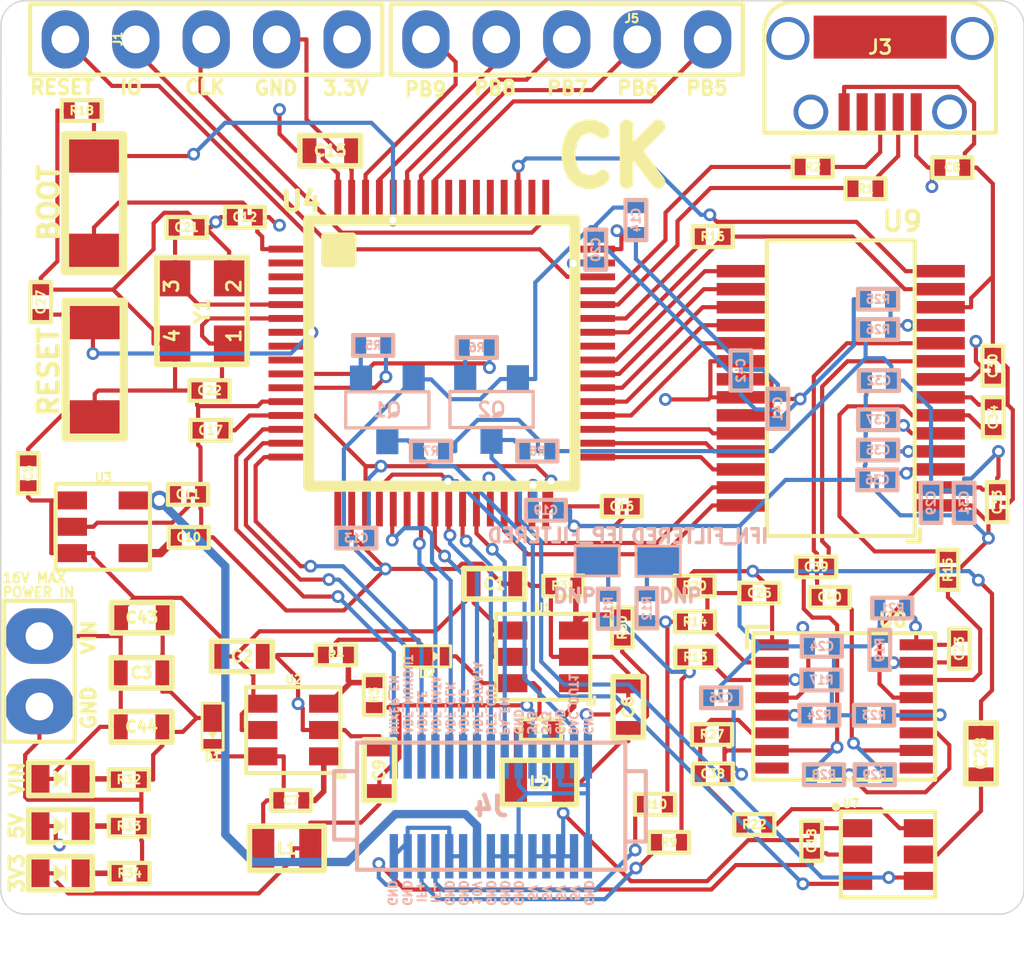
<source format=kicad_pcb>
(kicad_pcb (version 20171130) (host pcbnew "(5.1.12)-1")
  (layers (0 F.Cu signal) (1 In1.Cu signal) (2 In2.Cu signal) (31 B.Cu signal) (34 B.Paste user hide) (35 F.Paste user hide) (36 B.SilkS user hide) (37 F.SilkS user hide) (38 B.Mask user hide) (39 F.Mask user hide) (44 Edge.Cuts user))
  (net 0 "")
  (net 1 GND)
  (net 2 +VBattery)
  (net 3 +5V)
  (net 4 "Net-(C7-Pad2)")
  (net 5 "Net-(C7-Pad1)")
  (net 6 +3V3)
  (net 7 "Net-(C10-Pad2)")
  (net 8 +10V)
  (net 9 "Net-(C19-Pad1)")
  (net 10 "Net-(C20-Pad1)")
  (net 11 "Net-(C21-Pad1)")
  (net 12 "Net-(C22-Pad1)")
  (net 13 "Net-(C23-Pad2)")
  (net 14 "Net-(C23-Pad1)")
  (net 15 CM_BIAS)
  (net 16 "Net-(C25-Pad2)")
  (net 17 "Net-(C25-Pad1)")
  (net 18 RESET)
  (net 19 MCP_WIN)
  (net 20 CML)
  (net 21 "Net-(C35-Pad1)")
  (net 22 "Net-(C36-Pad1)")
  (net 23 "Net-(C37-Pad1)")
  (net 24 "Net-(C38-Pad2)")
  (net 25 "Net-(C38-Pad1)")
  (net 26 ADC_IN+)
  (net 27 ADC_IN-)
  (net 28 "Net-(C40-Pad2)")
  (net 29 SWDIO)
  (net 30 SWDCLK)
  (net 31 "Net-(J3-Pad4)")
  (net 32 "Net-(J3-Pad3)")
  (net 33 "Net-(J3-Pad2)")
  (net 34 IFN_Filtered)
  (net 35 IFP_Filtered)
  (net 36 MIXER_ENB)
  (net 37 ADF_MUXOUT)
  (net 38 ADF_LE)
  (net 39 ADF_DATA)
  (net 40 ADF_CLK)
  (net 41 ADF_CE)
  (net 42 ADF_TXDATA)
  (net 43 DET_OUT)
  (net 44 PA_EN)
  (net 45 DAC_OUT1)
  (net 46 "Net-(Q1-Pad1)")
  (net 47 MCP_~UD~_5V)
  (net 48 MCP_~CS~_5V)
  (net 49 "Net-(Q2-Pad1)")
  (net 50 USB_D-)
  (net 51 USB_D+)
  (net 52 "Net-(R3-Pad2)")
  (net 53 MCP_UD_3V3)
  (net 54 MCP_CS_3V3)
  (net 55 "Net-(R11-Pad1)")
  (net 56 "Net-(R10-Pad2)")
  (net 57 "Net-(R11-Pad2)")
  (net 58 "Net-(R12-Pad2)")
  (net 59 "Net-(R13-Pad2)")
  (net 60 "Net-(R15-Pad2)")
  (net 61 ADC_CLK)
  (net 62 "Net-(R16-Pad1)")
  (net 63 "Net-(R18-Pad2)")
  (net 64 MCP_AOUT)
  (net 65 "Net-(R23-Pad1)")
  (net 66 "Net-(R24-Pad2)")
  (net 67 CMLP)
  (net 68 "Net-(R28-Pad2)")
  (net 69 "Net-(U4-Pad2)")
  (net 70 "Net-(U4-Pad3)")
  (net 71 "Net-(U4-Pad4)")
  (net 72 D0)
  (net 73 D1)
  (net 74 D2)
  (net 75 D3)
  (net 76 "Net-(U4-Pad17)")
  (net 77 "Net-(U4-Pad22)")
  (net 78 D4)
  (net 79 D5)
  (net 80 D6)
  (net 81 D7)
  (net 82 "Net-(U4-Pad50)")
  (net 83 D8)
  (net 84 D9)
  (net 85 ADC_OE)
  (net 86 "Net-(U4-Pad54)")
  (net 87 "Net-(U4-Pad55)")
  (net 88 "Net-(U4-Pad56)")
  (net 89 "Net-(U4-Pad8)")
  (net 90 "Net-(U4-Pad9)")
  (net 91 "Net-(U4-Pad52)")
  (net 92 "Net-(U4-Pad53)")
  (net 93 "Net-(U4-Pad41)")
  (net 94 "Net-(C4-Pad1)")
  (net 95 "Net-(C4-Pad2)")
  (net 96 "Net-(R30-Pad2)")
  (net 97 "Net-(D3-Pad1)")
  (net 98 "Net-(D4-Pad1)")
  (net 99 "Net-(D5-Pad1)")
  (net 100 PB5)
  (net 101 PB6)
  (net 102 PB7)
  (net 103 PB8)
  (net 104 PB9)
  (module Footprints:Diode_SDM2U30CSP_7 (layer F.Cu) (at 134.62 76.962 90)
    (fp_text reference D1 (at -1.0922 -0.00254 180) (layer F.SilkS) (effects (font (size 0.3 0.3) (thickness 0.075))))
    (fp_text value SDM2U30CSP_7)
    (pad 2 smd rect (at 0.3175 0 90) (size 1 0.7) (layers F.Cu F.Paste F.Mask) (net 1 GND))
    (pad 1 smd rect (at -0.6223 0 90) (size 0.36 0.7) (layers F.Cu F.Paste F.Mask) (net 4 "Net-(C7-Pad2)"))
  )
  (module Footprints:Diode_SDM2U30CSP_7 (layer F.Cu) (at 142.367 74.422 180)
    (fp_text reference D2 (at 0.0127 -0.6096) (layer F.SilkS) (effects (font (size 0.3 0.3) (thickness 0.075))))
    (fp_text value SDM2U30CSP_7)
    (pad 2 smd rect (at 0.3175 0 180) (size 1 0.7) (layers F.Cu F.Paste F.Mask) (net 1 GND))
    (pad 1 smd rect (at -0.6223 0 180) (size 0.36 0.7) (layers F.Cu F.Paste F.Mask) (net 95 "Net-(C4-Pad2)"))
  )
  (module Footprints:SSOP28_5.3x10.2mm_P0.65mm (layer F.Cu) (at 157.272 64.7548 180)
    (fp_text reference U9 (at -2.21488 6.0198) (layer F.SilkS) (effects (font (size 0.7 0.7))))
    (fp_text value MAX1426)
    (pad 28 smd rect (at 3.6 -4.225 180) (size 1.75 0.45) (layers F.Cu F.Paste F.Mask) (net 72 D0))
    (pad 27 smd rect (at 3.6 -3.575 180) (size 1.75 0.45) (layers F.Cu F.Paste F.Mask) (net 73 D1))
    (pad 26 smd rect (at 3.6 -2.925 180) (size 1.75 0.45) (layers F.Cu F.Paste F.Mask) (net 74 D2))
    (pad 25 smd rect (at 3.6 -2.275 180) (size 1.75 0.45) (layers F.Cu F.Paste F.Mask) (net 75 D3))
    (pad 24 smd rect (at 3.6 -1.625 180) (size 1.75 0.45) (layers F.Cu F.Paste F.Mask) (net 78 D4))
    (pad 23 smd rect (at 3.6 -0.975 180) (size 1.75 0.45) (layers F.Cu F.Paste F.Mask) (net 1 GND))
    (pad 22 smd rect (at 3.6 -0.325 180) (size 1.75 0.45) (layers F.Cu F.Paste F.Mask) (net 6 +3V3))
    (pad 21 smd rect (at 3.6 0.325 180) (size 1.75 0.45) (layers F.Cu F.Paste F.Mask) (net 1 GND))
    (pad 20 smd rect (at 3.6 0.975 180) (size 1.75 0.45) (layers F.Cu F.Paste F.Mask) (net 6 +3V3))
    (pad 19 smd rect (at 3.6 1.625 180) (size 1.75 0.45) (layers F.Cu F.Paste F.Mask) (net 79 D5))
    (pad 18 smd rect (at 3.6 2.275 180) (size 1.75 0.45) (layers F.Cu F.Paste F.Mask) (net 80 D6))
    (pad 17 smd rect (at 3.6 2.925 180) (size 1.75 0.45) (layers F.Cu F.Paste F.Mask) (net 81 D7))
    (pad 16 smd rect (at 3.6 3.575 180) (size 1.75 0.45) (layers F.Cu F.Paste F.Mask) (net 83 D8))
    (pad 15 smd rect (at 3.6 4.225 180) (size 1.75 0.45) (layers F.Cu F.Paste F.Mask) (net 84 D9))
    (pad 14 smd rect (at -3.6 4.225 180) (size 1.75 0.45) (layers F.Cu F.Paste F.Mask) (net 85 ADC_OE))
    (pad 13 smd rect (at -3.6 3.575 180) (size 1.75 0.45) (layers F.Cu F.Paste F.Mask) (net 61 ADC_CLK))
    (pad 12 smd rect (at -3.6 2.925 180) (size 1.75 0.45) (layers F.Cu F.Paste F.Mask) (net 1 GND))
    (pad 11 smd rect (at -3.6 2.275 180) (size 1.75 0.45) (layers F.Cu F.Paste F.Mask) (net 67 CMLP))
    (pad 10 smd rect (at -3.6 1.625 180) (size 1.75 0.45) (layers F.Cu F.Paste F.Mask) (net 27 ADC_IN-))
    (pad 9 smd rect (at -3.6 0.975 180) (size 1.75 0.45) (layers F.Cu F.Paste F.Mask) (net 26 ADC_IN+))
    (pad 8 smd rect (at -3.6 0.325 180) (size 1.75 0.45) (layers F.Cu F.Paste F.Mask) (net 3 +5V))
    (pad 7 smd rect (at -3.6 -0.325 180) (size 1.75 0.45) (layers F.Cu F.Paste F.Mask) (net 1 GND))
    (pad 6 smd rect (at -3.6 -0.975 180) (size 1.75 0.45) (layers F.Cu F.Paste F.Mask) (net 20 CML))
    (pad 5 smd rect (at -3.6 -1.625 180) (size 1.75 0.45) (layers F.Cu F.Paste F.Mask) (net 23 "Net-(C37-Pad1)"))
    (pad 4 smd rect (at -3.6 -2.275 180) (size 1.75 0.45) (layers F.Cu F.Paste F.Mask) (net 21 "Net-(C35-Pad1)"))
    (pad 3 smd rect (at -3.6 -2.925 180) (size 1.75 0.45) (layers F.Cu F.Paste F.Mask) (net 22 "Net-(C36-Pad1)"))
    (pad 2 smd rect (at -3.6 -3.575 180) (size 1.75 0.45) (layers F.Cu F.Paste F.Mask) (net 3 +5V))
    (pad 1 smd rect (at -3.6 -4.225 180) (size 1.75 0.45) (layers F.Cu F.Paste F.Mask) (net 1 GND))
  )
  (module Footprints:PinHeader_1x2_P2.54mm (layer F.Cu) (at 128.372 74.9808 180)
    (fp_text reference "POWER IN" (at 0.0381 2.8702 180) (layer F.SilkS) (effects (font (size 0.35 0.35) (thickness 0.0875))))
    (fp_text value Connector_01x02)
    (pad 1 thru_hole oval (at 0 -1.25 180) (size 2.5 2) (drill 1) (layers *.Cu *.Mask) (net 1 GND))
    (pad 2 thru_hole oval (at 0 1.29 180) (size 2.5 2) (drill 1) (layers *.Cu *.Mask) (net 2 +VBattery))
  )
  (module Footprints:SOT23_6 (layer F.Cu) (at 137.526 77.0788 180)
    (fp_text reference U2 (at -0.01524 1.81864) (layer F.SilkS) (effects (font (size 0.3 0.3) (thickness 0.075))))
    (fp_text value AP3211)
    (pad 5 smd rect (at 1.1 0 180) (size 1.06 0.65) (layers F.Cu F.Paste F.Mask) (net 2 +VBattery))
    (pad 6 smd rect (at 1.1 -0.95 180) (size 1.06 0.65) (layers F.Cu F.Paste F.Mask) (net 4 "Net-(C7-Pad2)"))
    (pad 4 smd rect (at 1.1 0.95 180) (size 1.06 0.65) (layers F.Cu F.Paste F.Mask) (net 2 +VBattery))
    (pad 3 smd rect (at -1.1 0.95 180) (size 1.06 0.65) (layers F.Cu F.Paste F.Mask) (net 52 "Net-(R3-Pad2)"))
    (pad 2 smd rect (at -1.1 0 180) (size 1.06 0.65) (layers F.Cu F.Paste F.Mask) (net 1 GND))
    (pad 1 smd rect (at -1.1 -0.95 180) (size 1.06 0.65) (layers F.Cu F.Paste F.Mask) (net 5 "Net-(C7-Pad1)"))
  )
  (module Footprints:SOT23_6 (layer F.Cu) (at 146.54 74.4398 180)
    (fp_text reference U1 (at 0.00762 1.77038) (layer F.SilkS) (effects (font (size 0.3 0.3) (thickness 0.075))))
    (fp_text value AP3211)
    (pad 5 smd rect (at 1.1 0 180) (size 1.06 0.65) (layers F.Cu F.Paste F.Mask) (net 2 +VBattery))
    (pad 6 smd rect (at 1.1 -0.95 180) (size 1.06 0.65) (layers F.Cu F.Paste F.Mask) (net 95 "Net-(C4-Pad2)"))
    (pad 4 smd rect (at 1.1 0.95 180) (size 1.06 0.65) (layers F.Cu F.Paste F.Mask) (net 2 +VBattery))
    (pad 3 smd rect (at -1.1 0.95 180) (size 1.06 0.65) (layers F.Cu F.Paste F.Mask) (net 96 "Net-(R30-Pad2)"))
    (pad 2 smd rect (at -1.1 0 180) (size 1.06 0.65) (layers F.Cu F.Paste F.Mask) (net 1 GND))
    (pad 1 smd rect (at -1.1 -0.95 180) (size 1.06 0.65) (layers F.Cu F.Paste F.Mask) (net 94 "Net-(C4-Pad1)"))
  )
  (module Footprints:Crystal_3.2x2.5mm (layer F.Cu) (at 134.239 61.9633 90)
    (fp_text reference Y1 (at 0 0 90) (layer F.SilkS) (effects (font (size 0.5 0.5) (thickness 0.125))))
    (fp_text value 8MHz)
    (fp_text user 4 (at -0.9 -1.075 90) (layer F.SilkS) (effects (font (size 0.5 0.5) (thickness 0.1))))
    (fp_text user 3 (at 0.9 -1.1 90) (layer F.SilkS) (effects (font (size 0.5 0.5) (thickness 0.1))))
    (fp_text user 1 (at -0.9 1.15 90) (layer F.SilkS) (effects (font (size 0.5 0.5) (thickness 0.1))))
    (fp_text user 2 (at 0.9 1.15 90) (layer F.SilkS) (effects (font (size 0.5 0.5) (thickness 0.1))))
    (pad 1 smd rect (at -1.175 0.975 90) (size 1.3 1.1) (layers F.Cu F.Paste F.Mask) (net 12 "Net-(C22-Pad1)"))
    (pad 2 smd rect (at 1.175 0.975 90) (size 1.3 1.1) (layers F.Cu F.Paste F.Mask) (net 1 GND))
    (pad 3 smd rect (at 1.175 -0.975 90) (size 1.3 1.1) (layers F.Cu F.Paste F.Mask) (net 11 "Net-(C21-Pad1)"))
    (pad 4 smd rect (at -1.175 -0.975 90) (size 1.3 1.1) (layers F.Cu F.Paste F.Mask) (net 1 GND))
  )
  (module Footprints:SMD_0603 (layer F.Cu) (at 135.677 74.4245)
    (fp_text reference C2 (at 0 0) (layer F.SilkS) (effects (font (size 0.4 0.4) (thickness 0.1))))
    (fp_text value 10uF)
    (pad 2 smd rect (at 0.75 0) (size 0.5 0.9) (layers F.Cu F.Paste F.Mask) (net 1 GND))
    (pad 1 smd rect (at -0.75 0) (size 0.5 0.9) (layers F.Cu F.Paste F.Mask) (net 2 +VBattery))
  )
  (module Footprints:SMD_0603 (layer F.Cu) (at 132.055 75.0164)
    (fp_text reference C3 (at 0 0) (layer F.SilkS) (effects (font (size 0.4 0.4) (thickness 0.1))))
    (fp_text value 22uF)
    (pad 1 smd rect (at -0.75 0) (size 0.5 0.9) (layers F.Cu F.Paste F.Mask) (net 2 +VBattery))
    (pad 2 smd rect (at 0.75 0) (size 0.5 0.9) (layers F.Cu F.Paste F.Mask) (net 1 GND))
  )
  (module Footprints:SMD_0402 (layer F.Cu) (at 127.965 67.818 270)
    (fp_text reference C5 (at 0 0 90) (layer F.SilkS) (effects (font (size 0.3 0.3) (thickness 0.075))))
    (fp_text value 2.2uF)
    (pad 2 smd rect (at 0.45 0 270) (size 0.4 0.6) (layers F.Cu F.Paste F.Mask) (net 2 +VBattery))
    (pad 1 smd rect (at -0.45 0 270) (size 0.4 0.6) (layers F.Cu F.Paste F.Mask) (net 1 GND))
  )
  (module Footprints:SMD_0402 (layer F.Cu) (at 137.455 79.6163 180)
    (fp_text reference C7 (at 0 0) (layer F.SilkS) (effects (font (size 0.3 0.3) (thickness 0.075))))
    (fp_text value 10nF)
    (pad 2 smd rect (at 0.45 0 180) (size 0.4 0.6) (layers F.Cu F.Paste F.Mask) (net 4 "Net-(C7-Pad2)"))
    (pad 1 smd rect (at -0.45 0 180) (size 0.4 0.6) (layers F.Cu F.Paste F.Mask) (net 5 "Net-(C7-Pad1)"))
  )
  (module Footprints:SMD_0402 (layer F.Cu) (at 161.298 56.7944)
    (fp_text reference C8 (at 0 0) (layer F.SilkS) (effects (font (size 0.3 0.3) (thickness 0.075))))
    (fp_text value 100nF)
    (pad 1 smd rect (at -0.45 0) (size 0.4 0.6) (layers F.Cu F.Paste F.Mask) (net 3 +5V))
    (pad 2 smd rect (at 0.45 0) (size 0.4 0.6) (layers F.Cu F.Paste F.Mask) (net 1 GND))
  )
  (module Footprints:SMD_0603 (layer F.Cu) (at 140.63 78.5292 90)
    (fp_text reference C9 (at 0 0 90) (layer F.SilkS) (effects (font (size 0.4 0.4) (thickness 0.1))))
    (fp_text value 22uF)
    (pad 1 smd rect (at -0.75 0 90) (size 0.5 0.9) (layers F.Cu F.Paste F.Mask) (net 6 +3V3))
    (pad 2 smd rect (at 0.75 0 90) (size 0.5 0.9) (layers F.Cu F.Paste F.Mask) (net 1 GND))
  )
  (module Footprints:SMD_0402 (layer F.Cu) (at 133.756 70.1294 180)
    (fp_text reference C10 (at 0 0) (layer F.SilkS) (effects (font (size 0.3 0.3) (thickness 0.075))))
    (fp_text value 10nF)
    (pad 2 smd rect (at 0.45 0 180) (size 0.4 0.6) (layers F.Cu F.Paste F.Mask) (net 7 "Net-(C10-Pad2)"))
    (pad 1 smd rect (at -0.45 0 180) (size 0.4 0.6) (layers F.Cu F.Paste F.Mask) (net 1 GND))
  )
  (module Footprints:SMD_0402 (layer F.Cu) (at 133.731 68.58)
    (fp_text reference C11 (at 0 0) (layer F.SilkS) (effects (font (size 0.3 0.3) (thickness 0.075))))
    (fp_text value 2.2uF)
    (pad 1 smd rect (at -0.45 0) (size 0.4 0.6) (layers F.Cu F.Paste F.Mask) (net 8 +10V))
    (pad 2 smd rect (at 0.45 0) (size 0.4 0.6) (layers F.Cu F.Paste F.Mask) (net 1 GND))
  )
  (module Footprints:SMD_0402 (layer F.Cu) (at 135.778 58.5826 180)
    (fp_text reference C12 (at 0 0 180) (layer F.SilkS) (effects (font (size 0.3 0.3) (thickness 0.075))))
    (fp_text value 100nF)
    (pad 1 smd rect (at -0.45 0 180) (size 0.4 0.6) (layers F.Cu F.Paste F.Mask) (net 6 +3V3))
    (pad 2 smd rect (at 0.45 0 180) (size 0.4 0.6) (layers F.Cu F.Paste F.Mask) (net 1 GND))
  )
  (module Footprints:SMD_0402 (layer B.Cu) (at 139.802 70.1548 180)
    (fp_text reference C13 (at 0 0) (layer B.SilkS) (effects (font (size 0.3 0.3) (thickness 0.075)) (justify mirror)))
    (fp_text value 100nF)
    (pad 2 smd rect (at 0.45 0 180) (size 0.4 0.6) (layers B.Cu B.Paste B.Mask) (net 1 GND))
    (pad 1 smd rect (at -0.45 0 180) (size 0.4 0.6) (layers B.Cu B.Paste B.Mask) (net 6 +3V3))
  )
  (module Footprints:SMD_0402 (layer B.Cu) (at 149.885 58.6867 90)
    (fp_text reference C14 (at 0 0 90) (layer B.SilkS) (effects (font (size 0.3 0.3) (thickness 0.075)) (justify mirror)))
    (fp_text value 100nF)
    (pad 1 smd rect (at -0.45 0 90) (size 0.4 0.6) (layers B.Cu B.Paste B.Mask) (net 6 +3V3))
    (pad 2 smd rect (at 0.45 0 90) (size 0.4 0.6) (layers B.Cu B.Paste B.Mask) (net 1 GND))
  )
  (module Footprints:SMD_0603 (layer F.Cu) (at 138.862 56.1848)
    (fp_text reference C15 (at 0 0) (layer F.SilkS) (effects (font (size 0.4 0.4) (thickness 0.1))))
    (fp_text value 10uF)
    (pad 2 smd rect (at 0.75 0) (size 0.5 0.9) (layers F.Cu F.Paste F.Mask) (net 1 GND))
    (pad 1 smd rect (at -0.75 0) (size 0.5 0.9) (layers F.Cu F.Paste F.Mask) (net 6 +3V3))
  )
  (module Footprints:SMD_0402 (layer F.Cu) (at 149.377 69.0118)
    (fp_text reference C16 (at 0 0 -180) (layer F.SilkS) (effects (font (size 0.3 0.3) (thickness 0.075))))
    (fp_text value 2.2uF)
    (pad 1 smd rect (at -0.45 0) (size 0.4 0.6) (layers F.Cu F.Paste F.Mask) (net 6 +3V3))
    (pad 2 smd rect (at 0.45 0) (size 0.4 0.6) (layers F.Cu F.Paste F.Mask) (net 1 GND))
  )
  (module Footprints:SMD_0402 (layer F.Cu) (at 134.544 66.2686 180)
    (fp_text reference C17 (at 0 0) (layer F.SilkS) (effects (font (size 0.3 0.3) (thickness 0.075))))
    (fp_text value 2.2uF)
    (pad 2 smd rect (at 0.45 0 180) (size 0.4 0.6) (layers F.Cu F.Paste F.Mask) (net 1 GND))
    (pad 1 smd rect (at -0.45 0 180) (size 0.4 0.6) (layers F.Cu F.Paste F.Mask) (net 6 +3V3))
  )
  (module Footprints:SMD_0402 (layer F.Cu) (at 156.223 81.0717 270)
    (fp_text reference C18 (at 0 0 90) (layer F.SilkS) (effects (font (size 0.3 0.3) (thickness 0.075))))
    (fp_text value 100nF)
    (pad 1 smd rect (at -0.45 0 270) (size 0.4 0.6) (layers F.Cu F.Paste F.Mask) (net 3 +5V))
    (pad 2 smd rect (at 0.45 0 270) (size 0.4 0.6) (layers F.Cu F.Paste F.Mask) (net 1 GND))
  )
  (module Footprints:SMD_0402 (layer B.Cu) (at 146.634 69.1515)
    (fp_text reference C19 (at 0 0) (layer B.SilkS) (effects (font (size 0.3 0.3) (thickness 0.075)) (justify mirror)))
    (fp_text value 2.2uF)
    (pad 1 smd rect (at -0.45 0) (size 0.4 0.6) (layers B.Cu B.Paste B.Mask) (net 9 "Net-(C19-Pad1)"))
    (pad 2 smd rect (at 0.45 0) (size 0.4 0.6) (layers B.Cu B.Paste B.Mask) (net 1 GND))
  )
  (module Footprints:SMD_0402 (layer B.Cu) (at 148.438 59.7535 90)
    (fp_text reference C20 (at 0 0 90) (layer B.SilkS) (effects (font (size 0.3 0.3) (thickness 0.075)) (justify mirror)))
    (fp_text value 2.2uF)
    (pad 1 smd rect (at -0.45 0 90) (size 0.4 0.6) (layers B.Cu B.Paste B.Mask) (net 10 "Net-(C20-Pad1)"))
    (pad 2 smd rect (at 0.45 0 90) (size 0.4 0.6) (layers B.Cu B.Paste B.Mask) (net 1 GND))
  )
  (module Footprints:SMD_0402 (layer F.Cu) (at 133.68 58.9509)
    (fp_text reference C21 (at 0 0) (layer F.SilkS) (effects (font (size 0.3 0.3) (thickness 0.075))))
    (fp_text value 15pF)
    (pad 1 smd rect (at -0.45 0) (size 0.4 0.6) (layers F.Cu F.Paste F.Mask) (net 11 "Net-(C21-Pad1)"))
    (pad 2 smd rect (at 0.45 0) (size 0.4 0.6) (layers F.Cu F.Paste F.Mask) (net 1 GND))
  )
  (module Footprints:SMD_0402 (layer F.Cu) (at 134.506 64.8335 180)
    (fp_text reference C22 (at 0 0) (layer F.SilkS) (effects (font (size 0.3 0.3) (thickness 0.075))))
    (fp_text value 15pF)
    (pad 2 smd rect (at 0.45 0 180) (size 0.4 0.6) (layers F.Cu F.Paste F.Mask) (net 1 GND))
    (pad 1 smd rect (at -0.45 0 180) (size 0.4 0.6) (layers F.Cu F.Paste F.Mask) (net 12 "Net-(C22-Pad1)"))
  )
  (module Footprints:SMD_0402 (layer F.Cu) (at 161.549 74.1426 270)
    (fp_text reference C23 (at 0 0 90) (layer F.SilkS) (effects (font (size 0.3 0.3) (thickness 0.075))))
    (fp_text value 100nF)
    (pad 2 smd rect (at 0.45 0 270) (size 0.4 0.6) (layers F.Cu F.Paste F.Mask) (net 13 "Net-(C23-Pad2)"))
    (pad 1 smd rect (at -0.45 0 270) (size 0.4 0.6) (layers F.Cu F.Paste F.Mask) (net 14 "Net-(C23-Pad1)"))
  )
  (module Footprints:SMD_0402 (layer B.Cu) (at 156.591 74.0613)
    (fp_text reference C24 (at 0 0) (layer B.SilkS) (effects (font (size 0.3 0.3) (thickness 0.075)) (justify mirror)))
    (fp_text value 100nF)
    (pad 1 smd rect (at -0.45 0) (size 0.4 0.6) (layers B.Cu B.Paste B.Mask) (net 1 GND))
    (pad 2 smd rect (at 0.45 0) (size 0.4 0.6) (layers B.Cu B.Paste B.Mask) (net 15 CM_BIAS))
  )
  (module Footprints:SMD_0402 (layer F.Cu) (at 154.338 72.1385 180)
    (fp_text reference C25 (at 0 0) (layer F.SilkS) (effects (font (size 0.3 0.3) (thickness 0.075))))
    (fp_text value 33pF)
    (pad 2 smd rect (at 0.45 0 180) (size 0.4 0.6) (layers F.Cu F.Paste F.Mask) (net 16 "Net-(C25-Pad2)"))
    (pad 1 smd rect (at -0.45 0 180) (size 0.4 0.6) (layers F.Cu F.Paste F.Mask) (net 17 "Net-(C25-Pad1)"))
  )
  (module Footprints:SMD_0402 (layer B.Cu) (at 152.959 75.9155 180)
    (fp_text reference C26 (at 0 0) (layer B.SilkS) (effects (font (size 0.3 0.3) (thickness 0.075)) (justify mirror)))
    (fp_text value 100nF)
    (pad 2 smd rect (at 0.45 0 180) (size 0.4 0.6) (layers B.Cu B.Paste B.Mask) (net 1 GND))
    (pad 1 smd rect (at -0.45 0 180) (size 0.4 0.6) (layers B.Cu B.Paste B.Mask) (net 3 +5V))
  )
  (module Footprints:SMD_0402 (layer F.Cu) (at 128.422 61.6458 90)
    (fp_text reference C27 (at 0 0 90) (layer F.SilkS) (effects (font (size 0.3 0.3) (thickness 0.075))))
    (fp_text value 100nF)
    (pad 1 smd rect (at -0.45 0 90) (size 0.4 0.6) (layers F.Cu F.Paste F.Mask) (net 18 RESET))
    (pad 2 smd rect (at 0.45 0 90) (size 0.4 0.6) (layers F.Cu F.Paste F.Mask) (net 1 GND))
  )
  (module Footprints:SMD_0603 (layer F.Cu) (at 162.331 77.9272 90)
    (fp_text reference C28 (at 0 0 90) (layer F.SilkS) (effects (font (size 0.4 0.4) (thickness 0.1))))
    (fp_text value 10uF)
    (pad 1 smd rect (at -0.75 0 90) (size 0.5 0.9) (layers F.Cu F.Paste F.Mask) (net 19 MCP_WIN))
    (pad 2 smd rect (at 0.75 0 90) (size 0.5 0.9) (layers F.Cu F.Paste F.Mask) (net 17 "Net-(C25-Pad1)"))
  )
  (module Footprints:SMD_0402 (layer B.Cu) (at 160.528 68.8848 270)
    (fp_text reference C29 (at 0 0 90) (layer B.SilkS) (effects (font (size 0.3 0.3) (thickness 0.075)) (justify mirror)))
    (fp_text value 2.2uF)
    (pad 2 smd rect (at 0.45 0 270) (size 0.4 0.6) (layers B.Cu B.Paste B.Mask) (net 1 GND))
    (pad 1 smd rect (at -0.45 0 270) (size 0.4 0.6) (layers B.Cu B.Paste B.Mask) (net 3 +5V))
  )
  (module Footprints:SMD_0402 (layer F.Cu) (at 162.758 63.942 90)
    (fp_text reference C30 (at 0 0 90) (layer F.SilkS) (effects (font (size 0.3 0.3) (thickness 0.075))))
    (fp_text value 100nF)
    (pad 2 smd rect (at 0.45 0 90) (size 0.4 0.6) (layers F.Cu F.Paste F.Mask) (net 1 GND))
    (pad 1 smd rect (at -0.45 0 90) (size 0.4 0.6) (layers F.Cu F.Paste F.Mask) (net 3 +5V))
  )
  (module Footprints:SMD_0402 (layer B.Cu) (at 161.722 68.8848 270)
    (fp_text reference C31 (at 0 0 90) (layer B.SilkS) (effects (font (size 0.3 0.3) (thickness 0.075)) (justify mirror)))
    (fp_text value 100nF)
    (pad 1 smd rect (at -0.45 0 270) (size 0.4 0.6) (layers B.Cu B.Paste B.Mask) (net 3 +5V))
    (pad 2 smd rect (at 0.45 0 270) (size 0.4 0.6) (layers B.Cu B.Paste B.Mask) (net 1 GND))
  )
  (module Footprints:SMD_0402 (layer B.Cu) (at 158.648 64.4754 180)
    (fp_text reference C32 (at 0 0) (layer B.SilkS) (effects (font (size 0.3 0.3) (thickness 0.075)) (justify mirror)))
    (fp_text value 100pF)
    (pad 2 smd rect (at 0.45 0 180) (size 0.4 0.6) (layers B.Cu B.Paste B.Mask) (net 1 GND))
    (pad 1 smd rect (at -0.45 0 180) (size 0.4 0.6) (layers B.Cu B.Paste B.Mask) (net 3 +5V))
  )
  (module Footprints:SMD_0402 (layer F.Cu) (at 162.916 68.8594 270)
    (fp_text reference C33 (at 0 0 90) (layer F.SilkS) (effects (font (size 0.3 0.3) (thickness 0.075))))
    (fp_text value 100pF)
    (pad 1 smd rect (at -0.45 0 270) (size 0.4 0.6) (layers F.Cu F.Paste F.Mask) (net 3 +5V))
    (pad 2 smd rect (at 0.45 0 270) (size 0.4 0.6) (layers F.Cu F.Paste F.Mask) (net 1 GND))
  )
  (module Footprints:SMD_0402 (layer F.Cu) (at 162.771 65.7962 270)
    (fp_text reference C34 (at 0 0 90) (layer F.SilkS) (effects (font (size 0.3 0.3) (thickness 0.075))))
    (fp_text value 100nF)
    (pad 2 smd rect (at 0.45 0 270) (size 0.4 0.6) (layers F.Cu F.Paste F.Mask) (net 20 CML))
    (pad 1 smd rect (at -0.45 0 270) (size 0.4 0.6) (layers F.Cu F.Paste F.Mask) (net 1 GND))
  )
  (module Footprints:SMD_0402 (layer B.Cu) (at 158.618 66.9798 180)
    (fp_text reference C35 (at 0 0) (layer B.SilkS) (effects (font (size 0.3 0.3) (thickness 0.075)) (justify mirror)))
    (fp_text value 100nF)
    (pad 2 smd rect (at 0.45 0 180) (size 0.4 0.6) (layers B.Cu B.Paste B.Mask) (net 1 GND))
    (pad 1 smd rect (at -0.45 0 180) (size 0.4 0.6) (layers B.Cu B.Paste B.Mask) (net 21 "Net-(C35-Pad1)"))
  )
  (module Footprints:SMD_0402 (layer B.Cu) (at 158.593 68.0568 180)
    (fp_text reference C36 (at 0 0) (layer B.SilkS) (effects (font (size 0.3 0.3) (thickness 0.075)) (justify mirror)))
    (fp_text value 100nF)
    (pad 1 smd rect (at -0.45 0 180) (size 0.4 0.6) (layers B.Cu B.Paste B.Mask) (net 22 "Net-(C36-Pad1)"))
    (pad 2 smd rect (at 0.45 0 180) (size 0.4 0.6) (layers B.Cu B.Paste B.Mask) (net 1 GND))
  )
  (module Footprints:SMD_0402 (layer B.Cu) (at 158.623 65.8876 180)
    (fp_text reference C37 (at 0 0) (layer B.SilkS) (effects (font (size 0.3 0.3) (thickness 0.075)) (justify mirror)))
    (fp_text value 100nF)
    (pad 1 smd rect (at -0.45 0 180) (size 0.4 0.6) (layers B.Cu B.Paste B.Mask) (net 23 "Net-(C37-Pad1)"))
    (pad 2 smd rect (at 0.45 0 180) (size 0.4 0.6) (layers B.Cu B.Paste B.Mask) (net 1 GND))
  )
  (module Footprints:SMD_0402 (layer F.Cu) (at 152.654 78.6562 180)
    (fp_text reference C38 (at 0 0) (layer F.SilkS) (effects (font (size 0.3 0.3) (thickness 0.075))))
    (fp_text value 33pF)
    (pad 2 smd rect (at 0.45 0 180) (size 0.4 0.6) (layers F.Cu F.Paste F.Mask) (net 24 "Net-(C38-Pad2)"))
    (pad 1 smd rect (at -0.45 0 180) (size 0.4 0.6) (layers F.Cu F.Paste F.Mask) (net 25 "Net-(C38-Pad1)"))
  )
  (module Footprints:SMD_0402 (layer F.Cu) (at 156.388 71.1962 180)
    (fp_text reference C39 (at 0 0) (layer F.SilkS) (effects (font (size 0.3 0.3) (thickness 0.075))))
    (fp_text value 1uF)
    (pad 2 smd rect (at 0.45 0 180) (size 0.4 0.6) (layers F.Cu F.Paste F.Mask) (net 25 "Net-(C38-Pad1)"))
    (pad 1 smd rect (at -0.45 0 180) (size 0.4 0.6) (layers F.Cu F.Paste F.Mask) (net 26 ADC_IN+))
  )
  (module Footprints:SMD_0402 (layer F.Cu) (at 156.87 72.2884)
    (fp_text reference C40 (at 0 0) (layer F.SilkS) (effects (font (size 0.3 0.3) (thickness 0.075))))
    (fp_text value 1uF)
    (pad 1 smd rect (at -0.45 0) (size 0.4 0.6) (layers F.Cu F.Paste F.Mask) (net 27 ADC_IN-))
    (pad 2 smd rect (at 0.45 0) (size 0.4 0.6) (layers F.Cu F.Paste F.Mask) (net 28 "Net-(C40-Pad2)"))
  )
  (module Footprints:SMD_0402 (layer B.Cu) (at 155.004 65.4939 90)
    (fp_text reference C41 (at 0 0 90) (layer B.SilkS) (effects (font (size 0.3 0.3) (thickness 0.075)) (justify mirror)))
    (fp_text value 100nF)
    (pad 2 smd rect (at 0.45 0 90) (size 0.4 0.6) (layers B.Cu B.Paste B.Mask) (net 6 +3V3))
    (pad 1 smd rect (at -0.45 0 90) (size 0.4 0.6) (layers B.Cu B.Paste B.Mask) (net 1 GND))
  )
  (module Footprints:SMD_0402 (layer B.Cu) (at 153.67 64.1096 90)
    (fp_text reference C42 (at 0 0 270) (layer B.SilkS) (effects (font (size 0.3 0.3) (thickness 0.075)) (justify mirror)))
    (fp_text value 100nF)
    (pad 1 smd rect (at -0.45 0 90) (size 0.4 0.6) (layers B.Cu B.Paste B.Mask) (net 1 GND))
    (pad 2 smd rect (at 0.45 0 90) (size 0.4 0.6) (layers B.Cu B.Paste B.Mask) (net 6 +3V3))
  )
  (module Footprints:USB_MicroB_TH (layer F.Cu) (at 158.694 53.3375 180)
    (fp_text reference J3 (at 0 0.88646) (layer F.SilkS) (effects (font (size 0.5 0.5) (thickness 0.1))))
    (fp_text value USB_MicroB)
    (pad 5 smd rect (at 1.3 -1.45 180) (size 0.4 1.35) (layers F.Cu F.Paste F.Mask) (net 1 GND))
    (pad 4 smd rect (at 0.65 -1.45 180) (size 0.4 1.35) (layers F.Cu F.Paste F.Mask) (net 31 "Net-(J3-Pad4)"))
    (pad 3 smd rect (at 0 -1.45 180) (size 0.4 1.35) (layers F.Cu F.Paste F.Mask) (net 32 "Net-(J3-Pad3)"))
    (pad 2 smd rect (at -0.65 -1.45 180) (size 0.4 1.35) (layers F.Cu F.Paste F.Mask) (net 33 "Net-(J3-Pad2)"))
    (pad 1 smd rect (at -1.3 -1.45 180) (size 0.4 1.35) (layers F.Cu F.Paste F.Mask) (net 3 +5V))
    (pad "" thru_hole oval (at 2.5 -1.45 180) (size 1.25 1.25) (drill oval 0.9) (layers *.Cu *.Mask))
    (pad "" thru_hole oval (at -2.5 -1.45 180) (size 1.25 1.25) (drill oval 0.9) (layers *.Cu *.Mask))
    (pad "" thru_hole oval (at -3.325 1.2 180) (size 1.55 1.55) (drill oval 1.2) (layers *.Cu *.Mask))
    (pad "" thru_hole oval (at 3.325 1.2 180) (size 1.55 1.55) (drill oval 1.2) (layers *.Cu *.Mask))
    (pad "" smd rect (at 0 1.25 180) (size 4.8 1.55) (layers F.Cu F.Paste F.Mask))
  )
  (module Footprints:SMD_0805 (layer F.Cu) (at 137.292 81.346)
    (fp_text reference L1 (at 0 0) (layer F.SilkS) (effects (font (size 0.4 0.4) (thickness 0.1))))
    (fp_text value 4.7uH)
    (pad 1 smd rect (at -0.85 0) (size 0.8 1.4) (layers F.Cu F.Paste F.Mask) (net 4 "Net-(C7-Pad2)"))
    (pad 2 smd rect (at 0.85 0) (size 0.8 1.4) (layers F.Cu F.Paste F.Mask) (net 6 +3V3))
  )
  (module Footprints:SOT23_3 (layer B.Cu) (at 140.919 65.532)
    (fp_text reference Q1 (at 0 0 180) (layer B.SilkS) (effects (font (size 0.5 0.5) (thickness 0.1)) (justify mirror)))
    (fp_text value BSS138)
    (pad 2 smd rect (at 0.95 -1.1) (size 0.8 1) (layers B.Cu B.Paste B.Mask) (net 1 GND))
    (pad 1 smd rect (at -0.95 -1.1) (size 0.8 1) (layers B.Cu B.Paste B.Mask) (net 46 "Net-(Q1-Pad1)"))
    (pad 3 smd rect (at 0 1.1) (size 0.8 1) (layers B.Cu B.Paste B.Mask) (net 47 MCP_~UD~_5V))
  )
  (module Footprints:SOT23_3 (layer B.Cu) (at 144.678 65.5193)
    (fp_text reference Q2 (at 0 0 180) (layer B.SilkS) (effects (font (size 0.5 0.5) (thickness 0.1)) (justify mirror)))
    (fp_text value BSS138)
    (pad 3 smd rect (at 0 1.1) (size 0.8 1) (layers B.Cu B.Paste B.Mask) (net 48 MCP_~CS~_5V))
    (pad 1 smd rect (at -0.95 -1.1) (size 0.8 1) (layers B.Cu B.Paste B.Mask) (net 49 "Net-(Q2-Pad1)"))
    (pad 2 smd rect (at 0.95 -1.1) (size 0.8 1) (layers B.Cu B.Paste B.Mask) (net 1 GND))
  )
  (module Footprints:SMD_0402 (layer F.Cu) (at 158.166 57.5564 180)
    (fp_text reference R1 (at 0 0) (layer F.SilkS) (effects (font (size 0.3 0.3) (thickness 0.075))))
    (fp_text value 22)
    (pad 1 smd rect (at -0.45 0 180) (size 0.4 0.6) (layers F.Cu F.Paste F.Mask) (net 33 "Net-(J3-Pad2)"))
    (pad 2 smd rect (at 0.45 0 180) (size 0.4 0.6) (layers F.Cu F.Paste F.Mask) (net 50 USB_D-))
  )
  (module Footprints:SMD_0402 (layer F.Cu) (at 156.261 56.7715 180)
    (fp_text reference R2 (at 0 0) (layer F.SilkS) (effects (font (size 0.3 0.3) (thickness 0.075))))
    (fp_text value 22)
    (pad 2 smd rect (at 0.45 0 180) (size 0.4 0.6) (layers F.Cu F.Paste F.Mask) (net 51 USB_D+))
    (pad 1 smd rect (at -0.45 0 180) (size 0.4 0.6) (layers F.Cu F.Paste F.Mask) (net 32 "Net-(J3-Pad3)"))
  )
  (module Footprints:SMD_0402 (layer F.Cu) (at 140.444 75.819 90)
    (fp_text reference R3 (at 0 0 90) (layer F.SilkS) (effects (font (size 0.3 0.3) (thickness 0.075))))
    (fp_text value 14.7K)
    (pad 2 smd rect (at 0.45 0 90) (size 0.4 0.6) (layers F.Cu F.Paste F.Mask) (net 52 "Net-(R3-Pad2)"))
    (pad 1 smd rect (at -0.45 0 90) (size 0.4 0.6) (layers F.Cu F.Paste F.Mask) (net 6 +3V3))
  )
  (module Footprints:SMD_0402 (layer F.Cu) (at 139.065 74.3712 180)
    (fp_text reference R4 (at 0 0) (layer F.SilkS) (effects (font (size 0.3 0.3) (thickness 0.075))))
    (fp_text value 4.7K)
    (pad 1 smd rect (at -0.45 0 180) (size 0.4 0.6) (layers F.Cu F.Paste F.Mask) (net 52 "Net-(R3-Pad2)"))
    (pad 2 smd rect (at 0.45 0 180) (size 0.4 0.6) (layers F.Cu F.Paste F.Mask) (net 1 GND))
  )
  (module Footprints:SMD_0402 (layer B.Cu) (at 140.411 63.2079 180)
    (fp_text reference R5 (at 0 0) (layer B.SilkS) (effects (font (size 0.3 0.3) (thickness 0.075)) (justify mirror)))
    (fp_text value 100)
    (pad 1 smd rect (at -0.45 0 180) (size 0.4 0.6) (layers B.Cu B.Paste B.Mask) (net 53 MCP_UD_3V3))
    (pad 2 smd rect (at 0.45 0 180) (size 0.4 0.6) (layers B.Cu B.Paste B.Mask) (net 46 "Net-(Q1-Pad1)"))
  )
  (module Footprints:SMD_0402 (layer B.Cu) (at 144.145 63.2841 180)
    (fp_text reference R6 (at 0 0) (layer B.SilkS) (effects (font (size 0.3 0.3) (thickness 0.075)) (justify mirror)))
    (fp_text value 100)
    (pad 2 smd rect (at 0.45 0 180) (size 0.4 0.6) (layers B.Cu B.Paste B.Mask) (net 49 "Net-(Q2-Pad1)"))
    (pad 1 smd rect (at -0.45 0 180) (size 0.4 0.6) (layers B.Cu B.Paste B.Mask) (net 54 MCP_CS_3V3))
  )
  (module Footprints:SMD_0402 (layer B.Cu) (at 142.494 67.0179 180)
    (fp_text reference R7 (at 0 0) (layer B.SilkS) (effects (font (size 0.3 0.3) (thickness 0.075)) (justify mirror)))
    (fp_text value 10K)
    (pad 2 smd rect (at 0.45 0 180) (size 0.4 0.6) (layers B.Cu B.Paste B.Mask) (net 47 MCP_~UD~_5V))
    (pad 1 smd rect (at -0.45 0 180) (size 0.4 0.6) (layers B.Cu B.Paste B.Mask) (net 3 +5V))
  )
  (module Footprints:SMD_0402 (layer B.Cu) (at 146.329 67.0179 180)
    (fp_text reference R8 (at 0 0) (layer B.SilkS) (effects (font (size 0.3 0.3) (thickness 0.075)) (justify mirror)))
    (fp_text value 10K)
    (pad 1 smd rect (at -0.45 0 180) (size 0.4 0.6) (layers B.Cu B.Paste B.Mask) (net 3 +5V))
    (pad 2 smd rect (at 0.45 0 180) (size 0.4 0.6) (layers B.Cu B.Paste B.Mask) (net 48 MCP_~CS~_5V))
  )
  (module Footprints:SMD_0402 (layer F.Cu) (at 151.079 81.1276)
    (fp_text reference R9 (at 0 0) (layer F.SilkS) (effects (font (size 0.3 0.3) (thickness 0.075))))
    (fp_text value 0)
    (pad 2 smd rect (at 0.45 0) (size 0.4 0.6) (layers F.Cu F.Paste F.Mask) (net 55 "Net-(R11-Pad1)"))
    (pad 1 smd rect (at -0.45 0) (size 0.4 0.6) (layers F.Cu F.Paste F.Mask) (net 35 IFP_Filtered))
  )
  (module Footprints:SMD_0402 (layer F.Cu) (at 150.571 79.756)
    (fp_text reference R10 (at 0 0) (layer F.SilkS) (effects (font (size 0.3 0.3) (thickness 0.075))))
    (fp_text value 0)
    (pad 1 smd rect (at -0.45 0) (size 0.4 0.6) (layers F.Cu F.Paste F.Mask) (net 34 IFN_Filtered))
    (pad 2 smd rect (at 0.45 0) (size 0.4 0.6) (layers F.Cu F.Paste F.Mask) (net 56 "Net-(R10-Pad2)"))
  )
  (module Footprints:SMD_0402 (layer B.Cu) (at 148.885 72.7024 90)
    (fp_text reference R11 (at 0 0 90) (layer B.SilkS) (effects (font (size 0.3 0.3) (thickness 0.075)) (justify mirror)))
    (fp_text value DNP)
    (pad 1 smd rect (at -0.45 0 90) (size 0.4 0.6) (layers B.Cu B.Paste B.Mask) (net 55 "Net-(R11-Pad1)"))
    (pad 2 smd rect (at 0.45 0 90) (size 0.4 0.6) (layers B.Cu B.Paste B.Mask) (net 57 "Net-(R11-Pad2)"))
  )
  (module Footprints:SMD_0402 (layer B.Cu) (at 150.282 72.6872 90)
    (fp_text reference R12 (at 0 0 90) (layer B.SilkS) (effects (font (size 0.3 0.3) (thickness 0.075)) (justify mirror)))
    (fp_text value DNP)
    (pad 1 smd rect (at -0.45 0 90) (size 0.4 0.6) (layers B.Cu B.Paste B.Mask) (net 56 "Net-(R10-Pad2)"))
    (pad 2 smd rect (at 0.45 0 90) (size 0.4 0.6) (layers B.Cu B.Paste B.Mask) (net 58 "Net-(R12-Pad2)"))
  )
  (module Footprints:SMD_0402 (layer F.Cu) (at 152.027 74.4474)
    (fp_text reference R13 (at 0 0) (layer F.SilkS) (effects (font (size 0.3 0.3) (thickness 0.075))))
    (fp_text value 1K)
    (pad 2 smd rect (at 0.45 0) (size 0.4 0.6) (layers F.Cu F.Paste F.Mask) (net 59 "Net-(R13-Pad2)"))
    (pad 1 smd rect (at -0.45 0) (size 0.4 0.6) (layers F.Cu F.Paste F.Mask) (net 55 "Net-(R11-Pad1)"))
  )
  (module Footprints:SMD_0402 (layer F.Cu) (at 152.014 73.1774)
    (fp_text reference R14 (at 0 0) (layer F.SilkS) (effects (font (size 0.3 0.3) (thickness 0.075))))
    (fp_text value 1K)
    (pad 2 smd rect (at 0.45 0) (size 0.4 0.6) (layers F.Cu F.Paste F.Mask) (net 16 "Net-(C25-Pad2)"))
    (pad 1 smd rect (at -0.45 0) (size 0.4 0.6) (layers F.Cu F.Paste F.Mask) (net 56 "Net-(R10-Pad2)"))
  )
  (module Footprints:SMD_0402 (layer F.Cu) (at 161.138 71.3003 270)
    (fp_text reference R15 (at 0 0 90) (layer F.SilkS) (effects (font (size 0.3 0.3) (thickness 0.075))))
    (fp_text value 2.49K)
    (pad 1 smd rect (at -0.45 0 270) (size 0.4 0.6) (layers F.Cu F.Paste F.Mask) (net 20 CML))
    (pad 2 smd rect (at 0.45 0 270) (size 0.4 0.6) (layers F.Cu F.Paste F.Mask) (net 60 "Net-(R15-Pad2)"))
  )
  (module Footprints:SMD_0402 (layer F.Cu) (at 152.654 59.2836)
    (fp_text reference R16 (at 0 0) (layer F.SilkS) (effects (font (size 0.3 0.3) (thickness 0.075))))
    (fp_text value 22)
    (pad 2 smd rect (at 0.45 0) (size 0.4 0.6) (layers F.Cu F.Paste F.Mask) (net 61 ADC_CLK))
    (pad 1 smd rect (at -0.45 0) (size 0.4 0.6) (layers F.Cu F.Paste F.Mask) (net 62 "Net-(R16-Pad1)"))
  )
  (module Footprints:SMD_0402 (layer B.Cu) (at 156.578 75.2754 180)
    (fp_text reference R17 (at 0 0) (layer B.SilkS) (effects (font (size 0.3 0.3) (thickness 0.075)) (justify mirror)))
    (fp_text value 10K)
    (pad 2 smd rect (at 0.45 0 180) (size 0.4 0.6) (layers B.Cu B.Paste B.Mask) (net 59 "Net-(R13-Pad2)"))
    (pad 1 smd rect (at -0.45 0 180) (size 0.4 0.6) (layers B.Cu B.Paste B.Mask) (net 15 CM_BIAS))
  )
  (module Footprints:SMD_0402 (layer F.Cu) (at 129.896 54.737)
    (fp_text reference R18 (at 0 0) (layer F.SilkS) (effects (font (size 0.3 0.3) (thickness 0.075))))
    (fp_text value 1K)
    (pad 2 smd rect (at 0.45 0) (size 0.4 0.6) (layers F.Cu F.Paste F.Mask) (net 63 "Net-(R18-Pad2)"))
    (pad 1 smd rect (at -0.45 0) (size 0.4 0.6) (layers F.Cu F.Paste F.Mask) (net 1 GND))
  )
  (module Footprints:SMD_0402 (layer F.Cu) (at 152.001 71.882 180)
    (fp_text reference R20 (at 0 0) (layer F.SilkS) (effects (font (size 0.3 0.3) (thickness 0.075))))
    (fp_text value 1K)
    (pad 1 smd rect (at -0.45 0 180) (size 0.4 0.6) (layers F.Cu F.Paste F.Mask) (net 16 "Net-(C25-Pad2)"))
    (pad 2 smd rect (at 0.45 0 180) (size 0.4 0.6) (layers F.Cu F.Paste F.Mask) (net 17 "Net-(C25-Pad1)"))
  )
  (module Footprints:SMD_0402 (layer B.Cu) (at 159.131 72.6796)
    (fp_text reference R21 (at 0 0) (layer B.SilkS) (effects (font (size 0.3 0.3) (thickness 0.075)) (justify mirror)))
    (fp_text value 49.9)
    (pad 2 smd rect (at 0.45 0) (size 0.4 0.6) (layers B.Cu B.Paste B.Mask) (net 14 "Net-(C23-Pad1)"))
    (pad 1 smd rect (at -0.45 0) (size 0.4 0.6) (layers B.Cu B.Paste B.Mask) (net 15 CM_BIAS))
  )
  (module Footprints:SMD_0402 (layer F.Cu) (at 154.155 80.485 180)
    (fp_text reference R22 (at 0 0) (layer F.SilkS) (effects (font (size 0.3 0.3) (thickness 0.075))))
    (fp_text value 100)
    (pad 2 smd rect (at 0.45 0 180) (size 0.4 0.6) (layers F.Cu F.Paste F.Mask) (net 24 "Net-(C38-Pad2)"))
    (pad 1 smd rect (at -0.45 0 180) (size 0.4 0.6) (layers F.Cu F.Paste F.Mask) (net 64 MCP_AOUT))
  )
  (module Footprints:SMD_0402 (layer B.Cu) (at 158.473 76.5454 180)
    (fp_text reference R23 (at 0 0) (layer B.SilkS) (effects (font (size 0.3 0.3) (thickness 0.075)) (justify mirror)))
    (fp_text value 4.7K)
    (pad 2 smd rect (at 0.45 0 180) (size 0.4 0.6) (layers B.Cu B.Paste B.Mask) (net 15 CM_BIAS))
    (pad 1 smd rect (at -0.45 0 180) (size 0.4 0.6) (layers B.Cu B.Paste B.Mask) (net 65 "Net-(R23-Pad1)"))
  )
  (module Footprints:SMD_0402 (layer B.Cu) (at 156.502 76.5404 180)
    (fp_text reference R24 (at 0 0) (layer B.SilkS) (effects (font (size 0.3 0.3) (thickness 0.075)) (justify mirror)))
    (fp_text value 10K)
    (pad 1 smd rect (at -0.45 0 180) (size 0.4 0.6) (layers B.Cu B.Paste B.Mask) (net 15 CM_BIAS))
    (pad 2 smd rect (at 0.45 0 180) (size 0.4 0.6) (layers B.Cu B.Paste B.Mask) (net 66 "Net-(R24-Pad2)"))
  )
  (module Footprints:SMD_0402 (layer B.Cu) (at 158.618 61.5417 180)
    (fp_text reference R25 (at 0 0) (layer B.SilkS) (effects (font (size 0.3 0.3) (thickness 0.075)) (justify mirror)))
    (fp_text value DNP)
    (pad 1 smd rect (at -0.45 0 180) (size 0.4 0.6) (layers B.Cu B.Paste B.Mask) (net 67 CMLP))
    (pad 2 smd rect (at 0.45 0 180) (size 0.4 0.6) (layers B.Cu B.Paste B.Mask) (net 1 GND))
  )
  (module Footprints:SMD_0402 (layer B.Cu) (at 158.618 62.6339 180)
    (fp_text reference R26 (at 0 0) (layer B.SilkS) (effects (font (size 0.3 0.3) (thickness 0.075)) (justify mirror)))
    (fp_text value 0)
    (pad 2 smd rect (at 0.45 0 180) (size 0.4 0.6) (layers B.Cu B.Paste B.Mask) (net 3 +5V))
    (pad 1 smd rect (at -0.45 0 180) (size 0.4 0.6) (layers B.Cu B.Paste B.Mask) (net 67 CMLP))
  )
  (module Footprints:SMD_0402 (layer F.Cu) (at 152.629 77.2389)
    (fp_text reference R27 (at 0 0) (layer F.SilkS) (effects (font (size 0.3 0.3) (thickness 0.075))))
    (fp_text value 4.7K)
    (pad 1 smd rect (at -0.45 0) (size 0.4 0.6) (layers F.Cu F.Paste F.Mask) (net 24 "Net-(C38-Pad2)"))
    (pad 2 smd rect (at 0.45 0) (size 0.4 0.6) (layers F.Cu F.Paste F.Mask) (net 25 "Net-(C38-Pad1)"))
  )
  (module Footprints:SMD_0402 (layer B.Cu) (at 156.667 78.6892)
    (fp_text reference R28 (at 0 0) (layer B.SilkS) (effects (font (size 0.3 0.3) (thickness 0.075)) (justify mirror)))
    (fp_text value 10K)
    (pad 1 smd rect (at -0.45 0) (size 0.4 0.6) (layers B.Cu B.Paste B.Mask) (net 25 "Net-(C38-Pad1)"))
    (pad 2 smd rect (at 0.45 0) (size 0.4 0.6) (layers B.Cu B.Paste B.Mask) (net 68 "Net-(R28-Pad2)"))
  )
  (module Footprints:SMD_0402 (layer B.Cu) (at 158.496 78.6892)
    (fp_text reference R29 (at 0 0 180) (layer B.SilkS) (effects (font (size 0.3 0.3) (thickness 0.075)) (justify mirror)))
    (fp_text value 10K)
    (pad 2 smd rect (at 0.45 0) (size 0.4 0.6) (layers B.Cu B.Paste B.Mask) (net 28 "Net-(C40-Pad2)"))
    (pad 1 smd rect (at -0.45 0) (size 0.4 0.6) (layers B.Cu B.Paste B.Mask) (net 68 "Net-(R28-Pad2)"))
  )
  (module Footprints:Button_B3U_1000P (layer F.Cu) (at 130.34 58.0771 270)
    (fp_text reference BOOT (at -0.0127 1.6383 90) (layer F.SilkS) (effects (font (size 0.7 0.7) (thickness 0.175))))
    (fp_text value DFU_Button)
    (pad 1 smd rect (at -1.7 0 270) (size 1.2 1.8) (layers F.Cu F.Paste F.Mask) (net 63 "Net-(R18-Pad2)") (clearance 0.1))
    (pad 2 smd rect (at 1.7 0 270) (size 1.2 1.8) (layers F.Cu F.Paste F.Mask) (net 6 +3V3) (clearance 0.1))
  )
  (module Footprints:Button_B3U_1000P (layer F.Cu) (at 130.366 64.0842 270)
    (fp_text reference RESET (at 0.0762 1.6637 90) (layer F.SilkS) (effects (font (size 0.7 0.7) (thickness 0.175))))
    (fp_text value Reset_Button)
    (pad 2 smd rect (at 1.7 0 270) (size 1.2 1.8) (layers F.Cu F.Paste F.Mask) (net 1 GND) (clearance 0.1))
    (pad 1 smd rect (at -1.7 0 270) (size 1.2 1.8) (layers F.Cu F.Paste F.Mask) (net 18 RESET) (clearance 0.1))
  )
  (module Footprints:SOT23_5 (layer F.Cu) (at 130.658 69.7484)
    (fp_text reference U3 (at 0.0254 -1.778) (layer F.SilkS) (effects (font (size 0.3 0.3) (thickness 0.075))))
    (fp_text value LP2985_10)
    (pad 1 smd rect (at -1.1 -0.95) (size 1.06 0.65) (layers F.Cu F.Paste F.Mask) (net 2 +VBattery))
    (pad 2 smd rect (at -1.1 0) (size 1.06 0.65) (layers F.Cu F.Paste F.Mask) (net 1 GND))
    (pad 3 smd rect (at -1.1 0.95) (size 1.06 0.65) (layers F.Cu F.Paste F.Mask) (net 2 +VBattery))
    (pad 4 smd rect (at 1.1 0.95) (size 1.06 0.65) (layers F.Cu F.Paste F.Mask) (net 7 "Net-(C10-Pad2)"))
    (pad 5 smd rect (at 1.1 -0.95) (size 1.06 0.65) (layers F.Cu F.Paste F.Mask) (net 8 +10V))
  )
  (module Footprints:LQFP64_10x10mm_P0.5mm (layer F.Cu) (at 142.883 63.4848)
    (fp_text reference U4 (at -5.07238 -5.47116) (layer F.SilkS) (effects (font (size 0.7 0.7) (thickness 0.175))))
    (fp_text value STM32F405)
    (pad 1 smd rect (at -5.625 -3.75) (size 1.25 0.25) (layers F.Cu F.Paste F.Mask) (net 6 +3V3))
    (pad 2 smd rect (at -5.625 -3.25) (size 1.25 0.25) (layers F.Cu F.Paste F.Mask) (net 69 "Net-(U4-Pad2)"))
    (pad 3 smd rect (at -5.625 -2.75) (size 1.25 0.25) (layers F.Cu F.Paste F.Mask) (net 70 "Net-(U4-Pad3)"))
    (pad 4 smd rect (at -5.625 -2.25) (size 1.25 0.25) (layers F.Cu F.Paste F.Mask) (net 71 "Net-(U4-Pad4)"))
    (pad 5 smd rect (at -5.625 -1.75) (size 1.25 0.25) (layers F.Cu F.Paste F.Mask) (net 11 "Net-(C21-Pad1)"))
    (pad 6 smd rect (at -5.625 -1.25) (size 1.25 0.25) (layers F.Cu F.Paste F.Mask) (net 12 "Net-(C22-Pad1)"))
    (pad 7 smd rect (at -5.625 -0.75) (size 1.25 0.25) (layers F.Cu F.Paste F.Mask) (net 18 RESET))
    (pad 8 smd rect (at -5.625 -0.25) (size 1.25 0.25) (layers F.Cu F.Paste F.Mask) (net 89 "Net-(U4-Pad8)"))
    (pad 9 smd rect (at -5.625 0.25) (size 1.25 0.25) (layers F.Cu F.Paste F.Mask) (net 90 "Net-(U4-Pad9)"))
    (pad 10 smd rect (at -5.625 0.75) (size 1.25 0.25) (layers F.Cu F.Paste F.Mask) (net 54 MCP_CS_3V3))
    (pad 11 smd rect (at -5.625 1.25) (size 1.25 0.25) (layers F.Cu F.Paste F.Mask) (net 53 MCP_UD_3V3))
    (pad 12 smd rect (at -5.625 1.75) (size 1.25 0.25) (layers F.Cu F.Paste F.Mask) (net 1 GND))
    (pad 13 smd rect (at -5.625 2.25) (size 1.25 0.25) (layers F.Cu F.Paste F.Mask) (net 6 +3V3))
    (pad 14 smd rect (at -5.625 2.75) (size 1.25 0.25) (layers F.Cu F.Paste F.Mask) (net 36 MIXER_ENB))
    (pad 15 smd rect (at -5.625 3.25) (size 1.25 0.25) (layers F.Cu F.Paste F.Mask) (net 37 ADF_MUXOUT))
    (pad 16 smd rect (at -5.625 3.75) (size 1.25 0.25) (layers F.Cu F.Paste F.Mask) (net 38 ADF_LE))
    (pad 17 smd rect (at -3.75 5.625 90) (size 1.25 0.25) (layers F.Cu F.Paste F.Mask) (net 76 "Net-(U4-Pad17)"))
    (pad 18 smd rect (at -3.25 5.625 90) (size 1.25 0.25) (layers F.Cu F.Paste F.Mask) (net 1 GND))
    (pad 19 smd rect (at -2.75 5.625 90) (size 1.25 0.25) (layers F.Cu F.Paste F.Mask) (net 6 +3V3))
    (pad 20 smd rect (at -2.25 5.625 90) (size 1.25 0.25) (layers F.Cu F.Paste F.Mask) (net 45 DAC_OUT1))
    (pad 21 smd rect (at -1.75 5.625 90) (size 1.25 0.25) (layers F.Cu F.Paste F.Mask) (net 40 ADF_CLK))
    (pad 22 smd rect (at -1.25 5.625 90) (size 1.25 0.25) (layers F.Cu F.Paste F.Mask) (net 77 "Net-(U4-Pad22)"))
    (pad 23 smd rect (at -0.75 5.625 90) (size 1.25 0.25) (layers F.Cu F.Paste F.Mask) (net 39 ADF_DATA))
    (pad 24 smd rect (at -0.25 5.625 90) (size 1.25 0.25) (layers F.Cu F.Paste F.Mask) (net 41 ADF_CE))
    (pad 25 smd rect (at 0.25 5.625 90) (size 1.25 0.25) (layers F.Cu F.Paste F.Mask) (net 42 ADF_TXDATA))
    (pad 26 smd rect (at 0.75 5.625 90) (size 1.25 0.25) (layers F.Cu F.Paste F.Mask) (net 43 DET_OUT))
    (pad 27 smd rect (at 1.25 5.625 90) (size 1.25 0.25) (layers F.Cu F.Paste F.Mask) (net 44 PA_EN))
    (pad 28 smd rect (at 1.75 5.625 90) (size 1.25 0.25) (layers F.Cu F.Paste F.Mask) (net 1 GND))
    (pad 29 smd rect (at 2.25 5.625 90) (size 1.25 0.25) (layers F.Cu F.Paste F.Mask) (net 72 D0))
    (pad 30 smd rect (at 2.75 5.625 90) (size 1.25 0.25) (layers F.Cu F.Paste F.Mask) (net 73 D1))
    (pad 31 smd rect (at 3.25 5.625 90) (size 1.25 0.25) (layers F.Cu F.Paste F.Mask) (net 9 "Net-(C19-Pad1)"))
    (pad 32 smd rect (at 3.75 5.625 90) (size 1.25 0.25) (layers F.Cu F.Paste F.Mask) (net 6 +3V3))
    (pad 33 smd rect (at 5.625 3.75) (size 1.25 0.25) (layers F.Cu F.Paste F.Mask) (net 74 D2))
    (pad 34 smd rect (at 5.625 3.25) (size 1.25 0.25) (layers F.Cu F.Paste F.Mask) (net 75 D3))
    (pad 35 smd rect (at 5.625 2.75) (size 1.25 0.25) (layers F.Cu F.Paste F.Mask) (net 78 D4))
    (pad 36 smd rect (at 5.625 2.25) (size 1.25 0.25) (layers F.Cu F.Paste F.Mask) (net 79 D5))
    (pad 37 smd rect (at 5.625 1.75) (size 1.25 0.25) (layers F.Cu F.Paste F.Mask) (net 80 D6))
    (pad 38 smd rect (at 5.625 1.25) (size 1.25 0.25) (layers F.Cu F.Paste F.Mask) (net 81 D7))
    (pad 39 smd rect (at 5.625 0.75) (size 1.25 0.25) (layers F.Cu F.Paste F.Mask) (net 83 D8))
    (pad 40 smd rect (at 5.625 0.25) (size 1.25 0.25) (layers F.Cu F.Paste F.Mask) (net 84 D9))
    (pad 41 smd rect (at 5.625 -0.25) (size 1.25 0.25) (layers F.Cu F.Paste F.Mask) (net 93 "Net-(U4-Pad41)"))
    (pad 42 smd rect (at 5.625 -0.75) (size 1.25 0.25) (layers F.Cu F.Paste F.Mask) (net 61 ADC_CLK))
    (pad 43 smd rect (at 5.625 -1.25) (size 1.25 0.25) (layers F.Cu F.Paste F.Mask) (net 62 "Net-(R16-Pad1)"))
    (pad 44 smd rect (at 5.625 -1.75) (size 1.25 0.25) (layers F.Cu F.Paste F.Mask) (net 50 USB_D-))
    (pad 45 smd rect (at 5.625 -2.25) (size 1.25 0.25) (layers F.Cu F.Paste F.Mask) (net 51 USB_D+))
    (pad 46 smd rect (at 5.625 -2.75) (size 1.25 0.25) (layers F.Cu F.Paste F.Mask) (net 29 SWDIO))
    (pad 47 smd rect (at 5.625 -3.25) (size 1.25 0.25) (layers F.Cu F.Paste F.Mask) (net 10 "Net-(C20-Pad1)"))
    (pad 48 smd rect (at 5.625 -3.75) (size 1.25 0.25) (layers F.Cu F.Paste F.Mask) (net 6 +3V3))
    (pad 49 smd rect (at 3.75 -5.625 90) (size 1.25 0.25) (layers F.Cu F.Paste F.Mask) (net 30 SWDCLK))
    (pad 50 smd rect (at 3.25 -5.625 90) (size 1.25 0.25) (layers F.Cu F.Paste F.Mask) (net 82 "Net-(U4-Pad50)"))
    (pad 51 smd rect (at 2.75 -5.625 90) (size 1.25 0.25) (layers F.Cu F.Paste F.Mask) (net 85 ADC_OE))
    (pad 52 smd rect (at 2.25 -5.625 90) (size 1.25 0.25) (layers F.Cu F.Paste F.Mask) (net 91 "Net-(U4-Pad52)"))
    (pad 53 smd rect (at 1.75 -5.625 90) (size 1.25 0.25) (layers F.Cu F.Paste F.Mask) (net 92 "Net-(U4-Pad53)"))
    (pad 54 smd rect (at 1.25 -5.625 90) (size 1.25 0.25) (layers F.Cu F.Paste F.Mask) (net 86 "Net-(U4-Pad54)"))
    (pad 55 smd rect (at 0.75 -5.625 90) (size 1.25 0.25) (layers F.Cu F.Paste F.Mask) (net 87 "Net-(U4-Pad55)"))
    (pad 56 smd rect (at 0.25 -5.625 90) (size 1.25 0.25) (layers F.Cu F.Paste F.Mask) (net 88 "Net-(U4-Pad56)"))
    (pad 57 smd rect (at -0.25 -5.625 90) (size 1.25 0.25) (layers F.Cu F.Paste F.Mask) (net 100 PB5))
    (pad 58 smd rect (at -0.75 -5.625 90) (size 1.25 0.25) (layers F.Cu F.Paste F.Mask) (net 101 PB6))
    (pad 59 smd rect (at -1.25 -5.625 90) (size 1.25 0.25) (layers F.Cu F.Paste F.Mask) (net 102 PB7))
    (pad 60 smd rect (at -1.75 -5.625 90) (size 1.25 0.25) (layers F.Cu F.Paste F.Mask) (net 63 "Net-(R18-Pad2)"))
    (pad 61 smd rect (at -2.25 -5.625 90) (size 1.25 0.25) (layers F.Cu F.Paste F.Mask) (net 103 PB8))
    (pad 62 smd rect (at -2.75 -5.625 90) (size 1.25 0.25) (layers F.Cu F.Paste F.Mask) (net 104 PB9))
    (pad 63 smd rect (at -3.25 -5.625 90) (size 1.25 0.25) (layers F.Cu F.Paste F.Mask) (net 1 GND))
    (pad 64 smd rect (at -3.75 -5.625 90) (size 1.25 0.25) (layers F.Cu F.Paste F.Mask) (net 6 +3V3))
  )
  (module Footprints:SolderPad_1_1.5mm_SMD_Rectangle (layer B.Cu) (at 148.501 70.9879 270)
    (fp_text reference IFP_FILTERED (at -0.92202 1.4986 180) (layer B.SilkS) (effects (font (size 0.5 0.5) (thickness 0.125)) (justify mirror)))
    (fp_text value IF+)
    (pad 1 smd rect (at -0.00508 0.01524 270) (size 1 1.5) (layers B.Cu B.Paste B.Mask) (net 57 "Net-(R11-Pad2)"))
  )
  (module Footprints:SolderPad_1_1.5mm_SMD_Rectangle (layer B.Cu) (at 150.673 70.9778 90)
    (fp_text reference IFN_FILTERED (at 0.88646 1.5113) (layer B.SilkS) (effects (font (size 0.5 0.5) (thickness 0.125)) (justify mirror)))
    (fp_text value IF-)
    (pad 1 smd rect (at -0.00508 0.01524 90) (size 1 1.5) (layers B.Cu B.Paste B.Mask) (net 58 "Net-(R12-Pad2)"))
  )
  (module Footprints:SOT23_6 (layer F.Cu) (at 158.976 81.5696)
    (fp_text reference U7 (at -1.3335 -1.8415) (layer F.SilkS) (effects (font (size 0.3 0.3) (thickness 0.075))))
    (fp_text value MCP4022_202)
    (pad 1 smd rect (at -1.1 -0.95) (size 1.06 0.65) (layers F.Cu F.Paste F.Mask) (net 3 +5V))
    (pad 2 smd rect (at -1.1 0) (size 1.06 0.65) (layers F.Cu F.Paste F.Mask) (net 1 GND))
    (pad 3 smd rect (at -1.1 0.95) (size 1.06 0.65) (layers F.Cu F.Paste F.Mask) (net 47 MCP_~UD~_5V))
    (pad 4 smd rect (at 1.1 0.95) (size 1.06 0.65) (layers F.Cu F.Paste F.Mask) (net 48 MCP_~CS~_5V))
    (pad 6 smd rect (at 1.1 -0.95) (size 1.06 0.65) (layers F.Cu F.Paste F.Mask) (net 64 MCP_AOUT))
    (pad 5 smd rect (at 1.1 0) (size 1.06 0.65) (layers F.Cu F.Paste F.Mask) (net 19 MCP_WIN))
  )
  (module Footprints:SSOP16_3.9x4.9mm_P0.635mm (layer F.Cu) (at 157.396 76.2279)
    (fp_text reference U8 (at 1.75006 -3.11658) (layer F.SilkS) (effects (font (size 0.5 0.5) (thickness 0.125))))
    (fp_text value LT1817)
    (pad 1 smd rect (at -2.6 -2.2225) (size 1.2 0.4) (layers F.Cu F.Paste F.Mask) (net 17 "Net-(C25-Pad1)"))
    (pad 2 smd rect (at -2.6 -1.5875) (size 1.2 0.4) (layers F.Cu F.Paste F.Mask) (net 16 "Net-(C25-Pad2)"))
    (pad 3 smd rect (at -2.6 -0.9525) (size 1.2 0.4) (layers F.Cu F.Paste F.Mask) (net 59 "Net-(R13-Pad2)"))
    (pad 4 smd rect (at -2.6 -0.3175) (size 1.2 0.4) (layers F.Cu F.Paste F.Mask) (net 3 +5V))
    (pad 5 smd rect (at -2.6 0.3175) (size 1.2 0.4) (layers F.Cu F.Paste F.Mask) (net 66 "Net-(R24-Pad2)"))
    (pad 6 smd rect (at -2.6 0.9525) (size 1.2 0.4) (layers F.Cu F.Paste F.Mask) (net 24 "Net-(C38-Pad2)"))
    (pad 7 smd rect (at -2.6 1.5875) (size 1.2 0.4) (layers F.Cu F.Paste F.Mask) (net 25 "Net-(C38-Pad1)"))
    (pad 8 smd rect (at -2.6 2.2225) (size 1.2 0.4) (layers F.Cu F.Paste F.Mask))
    (pad 9 smd rect (at 2.6 2.2225) (size 1.2 0.4) (layers F.Cu F.Paste F.Mask))
    (pad 10 smd rect (at 2.6 1.5875) (size 1.2 0.4) (layers F.Cu F.Paste F.Mask) (net 28 "Net-(C40-Pad2)"))
    (pad 11 smd rect (at 2.6 0.9525) (size 1.2 0.4) (layers F.Cu F.Paste F.Mask) (net 68 "Net-(R28-Pad2)"))
    (pad 12 smd rect (at 2.6 0.3175) (size 1.2 0.4) (layers F.Cu F.Paste F.Mask) (net 65 "Net-(R23-Pad1)"))
    (pad 13 smd rect (at 2.6 -0.3175) (size 1.2 0.4) (layers F.Cu F.Paste F.Mask) (net 1 GND))
    (pad 14 smd rect (at 2.6 -0.9525) (size 1.2 0.4) (layers F.Cu F.Paste F.Mask) (net 60 "Net-(R15-Pad2)"))
    (pad 15 smd rect (at 2.6 -1.5875) (size 1.2 0.4) (layers F.Cu F.Paste F.Mask) (net 13 "Net-(C23-Pad2)"))
    (pad 16 smd rect (at 2.6 -2.2225) (size 1.2 0.4) (layers F.Cu F.Paste F.Mask) (net 14 "Net-(C23-Pad1)"))
  )
  (module Footprints:PinHeader_1x5_P2.54mm (layer F.Cu) (at 134.366 52.1716 270)
    (fp_text reference J1 (at -0.01524 3.16484 90) (layer F.SilkS) (effects (font (size 0.3 0.3) (thickness 0.075))))
    (fp_text value SWD_DEBUGGER)
    (pad 1 thru_hole oval (at 0 -5.1 270) (size 2.1 1.7) (drill 1) (layers *.Cu *.Mask) (net 6 +3V3))
    (pad 2 thru_hole oval (at 0 -2.56 270) (size 2.1 1.7) (drill 1) (layers *.Cu *.Mask) (net 1 GND))
    (pad 3 thru_hole oval (at 0 -0.02 270) (size 2.1 1.7) (drill 1) (layers *.Cu *.Mask) (net 30 SWDCLK))
    (pad 4 thru_hole oval (at 0 2.52 270) (size 2.1 1.7) (drill 1) (layers *.Cu *.Mask) (net 29 SWDIO))
    (pad 5 thru_hole oval (at 0 5.06 270) (size 2.1 1.7) (drill 1) (layers *.Cu *.Mask) (net 18 RESET))
  )
  (module "Footprints:PinHeader_2x15_DF12B(5.0)-30DP-0.5V(86)" (layer B.Cu) (at 144.653 79.8322)
    (fp_text reference J4 (at 0 0 180) (layer B.SilkS) (effects (font (size 0.7 0.7) (thickness 0.175)) (justify mirror)))
    (fp_text value Connector_02x15)
    (pad 30 smd rect (at -3.5 1.8) (size 0.3 1.6) (layers B.Cu B.Paste B.Mask) (net 1 GND))
    (pad 29 smd rect (at -3 1.8) (size 0.3 1.6) (layers B.Cu B.Paste B.Mask) (net 1 GND))
    (pad 28 smd rect (at -2.5 1.8) (size 0.3 1.6) (layers B.Cu B.Paste B.Mask) (net 35 IFP_Filtered))
    (pad 27 smd rect (at -2 1.8) (size 0.3 1.6) (layers B.Cu B.Paste B.Mask) (net 34 IFN_Filtered))
    (pad 26 smd rect (at -1.5 1.8) (size 0.3 1.6) (layers B.Cu B.Paste B.Mask) (net 1 GND))
    (pad 25 smd rect (at -1 1.8) (size 0.3 1.6) (layers B.Cu B.Paste B.Mask) (net 1 GND))
    (pad 24 smd rect (at -0.5 1.8) (size 0.3 1.6) (layers B.Cu B.Paste B.Mask) (net 8 +10V))
    (pad 23 smd rect (at 0 1.8) (size 0.3 1.6) (layers B.Cu B.Paste B.Mask) (net 1 GND))
    (pad 22 smd rect (at 0.5 1.8) (size 0.3 1.6) (layers B.Cu B.Paste B.Mask) (net 1 GND))
    (pad 21 smd rect (at 1 1.8) (size 0.3 1.6) (layers B.Cu B.Paste B.Mask) (net 1 GND))
    (pad 20 smd rect (at 1.5 1.8) (size 0.3 1.6) (layers B.Cu B.Paste B.Mask) (net 3 +5V))
    (pad 19 smd rect (at 2 1.8) (size 0.3 1.6) (layers B.Cu B.Paste B.Mask) (net 3 +5V))
    (pad 18 smd rect (at 2.5 1.8) (size 0.3 1.6) (layers B.Cu B.Paste B.Mask) (net 3 +5V))
    (pad 17 smd rect (at 3 1.8) (size 0.3 1.6) (layers B.Cu B.Paste B.Mask) (net 3 +5V))
    (pad 16 smd rect (at 3.5 1.8) (size 0.3 1.6) (layers B.Cu B.Paste B.Mask) (net 1 GND))
    (pad 15 smd rect (at 3.5 -1.8) (size 0.3 1.6) (layers B.Cu B.Paste B.Mask) (net 1 GND))
    (pad 14 smd rect (at 3 -1.8) (size 0.3 1.6) (layers B.Cu B.Paste B.Mask) (net 45 DAC_OUT1))
    (pad 13 smd rect (at 2.5 -1.8) (size 0.3 1.6) (layers B.Cu B.Paste B.Mask) (net 1 GND))
    (pad 12 smd rect (at 2 -1.8) (size 0.3 1.6) (layers B.Cu B.Paste B.Mask) (net 6 +3V3))
    (pad 11 smd rect (at 1.5 -1.8) (size 0.3 1.6) (layers B.Cu B.Paste B.Mask) (net 6 +3V3))
    (pad 10 smd rect (at 1 -1.8) (size 0.3 1.6) (layers B.Cu B.Paste B.Mask) (net 1 GND))
    (pad 9 smd rect (at 0.5 -1.8) (size 0.3 1.6) (layers B.Cu B.Paste B.Mask) (net 44 PA_EN))
    (pad 8 smd rect (at 0 -1.8) (size 0.3 1.6) (layers B.Cu B.Paste B.Mask) (net 43 DET_OUT))
    (pad 7 smd rect (at -0.5 -1.8) (size 0.3 1.6) (layers B.Cu B.Paste B.Mask) (net 42 ADF_TXDATA))
    (pad 6 smd rect (at -1 -1.8) (size 0.3 1.6) (layers B.Cu B.Paste B.Mask) (net 41 ADF_CE))
    (pad 5 smd rect (at -1.5 -1.8) (size 0.3 1.6) (layers B.Cu B.Paste B.Mask) (net 40 ADF_CLK))
    (pad 4 smd rect (at -2 -1.8) (size 0.3 1.6) (layers B.Cu B.Paste B.Mask) (net 39 ADF_DATA))
    (pad 3 smd rect (at -2.5 -1.8) (size 0.3 1.6) (layers B.Cu B.Paste B.Mask) (net 38 ADF_LE))
    (pad 2 smd rect (at -3 -1.8) (size 0.3 1.6) (layers B.Cu B.Paste B.Mask) (net 37 ADF_MUXOUT))
    (pad 1 smd rect (at -3.5 -1.8) (size 0.3 1.6) (layers B.Cu B.Paste B.Mask) (net 36 MIXER_ENB))
  )
  (module Footprints:SMD_0603 (layer F.Cu) (at 132.067 73.0275)
    (fp_text reference C43 (at 0 0) (layer F.SilkS) (effects (font (size 0.4 0.4) (thickness 0.1))))
    (fp_text value 22uF)
    (pad 2 smd rect (at 0.75 0) (size 0.5 0.9) (layers F.Cu F.Paste F.Mask) (net 1 GND))
    (pad 1 smd rect (at -0.75 0) (size 0.5 0.9) (layers F.Cu F.Paste F.Mask) (net 2 +VBattery))
  )
  (module Footprints:SMD_0603 (layer F.Cu) (at 132.055 76.9645)
    (fp_text reference C44 (at 0 0) (layer F.SilkS) (effects (font (size 0.4 0.4) (thickness 0.1))))
    (fp_text value 22uF)
    (pad 1 smd rect (at -0.75 0) (size 0.5 0.9) (layers F.Cu F.Paste F.Mask) (net 2 +VBattery))
    (pad 2 smd rect (at 0.75 0) (size 0.5 0.9) (layers F.Cu F.Paste F.Mask) (net 1 GND))
  )
  (module Footprints:SMD_0402 (layer B.Cu) (at 158.681 74.1883 90)
    (fp_text reference R19 (at 0 0 90) (layer B.SilkS) (effects (font (size 0.3 0.3) (thickness 0.075)) (justify mirror)))
    (fp_text value 2.49K)
    (pad 1 smd rect (at -0.45 0 90) (size 0.4 0.6) (layers B.Cu B.Paste B.Mask) (net 13 "Net-(C23-Pad2)"))
    (pad 2 smd rect (at 0.45 0 90) (size 0.4 0.6) (layers B.Cu B.Paste B.Mask) (net 15 CM_BIAS))
  )
  (module Footprints:SMD_0603 (layer F.Cu) (at 144.78 71.8058)
    (fp_text reference C1 (at 0 0) (layer F.SilkS) (effects (font (size 0.4 0.4) (thickness 0.1))))
    (fp_text value 10uF)
    (pad 2 smd rect (at 0.75 0) (size 0.5 0.9) (layers F.Cu F.Paste F.Mask) (net 1 GND))
    (pad 1 smd rect (at -0.75 0) (size 0.5 0.9) (layers F.Cu F.Paste F.Mask) (net 2 +VBattery))
  )
  (module Footprints:SMD_0402 (layer F.Cu) (at 146.464 77.0611 180)
    (fp_text reference C4 (at 0 0) (layer F.SilkS) (effects (font (size 0.3 0.3) (thickness 0.075))))
    (fp_text value 10nF)
    (pad 1 smd rect (at -0.45 0 180) (size 0.4 0.6) (layers F.Cu F.Paste F.Mask) (net 94 "Net-(C4-Pad1)"))
    (pad 2 smd rect (at 0.45 0 180) (size 0.4 0.6) (layers F.Cu F.Paste F.Mask) (net 95 "Net-(C4-Pad2)"))
  )
  (module Footprints:SMD_0603 (layer F.Cu) (at 149.609 76.2533 90)
    (fp_text reference C6 (at 0 0 90) (layer F.SilkS) (effects (font (size 0.4 0.4) (thickness 0.1))))
    (fp_text value 22uF)
    (pad 1 smd rect (at -0.75 0 90) (size 0.5 0.9) (layers F.Cu F.Paste F.Mask) (net 3 +5V))
    (pad 2 smd rect (at 0.75 0 90) (size 0.5 0.9) (layers F.Cu F.Paste F.Mask) (net 1 GND))
  )
  (module Footprints:SMD_0805 (layer F.Cu) (at 146.406 78.9686)
    (fp_text reference L2 (at 0 0) (layer F.SilkS) (effects (font (size 0.4 0.4) (thickness 0.1))))
    (fp_text value 4.7uH)
    (pad 1 smd rect (at -0.85 0) (size 0.8 1.4) (layers F.Cu F.Paste F.Mask) (net 95 "Net-(C4-Pad2)"))
    (pad 2 smd rect (at 0.85 0) (size 0.8 1.4) (layers F.Cu F.Paste F.Mask) (net 3 +5V))
  )
  (module Footprints:SMD_0402 (layer F.Cu) (at 149.39 73.3831 90)
    (fp_text reference R30 (at 0 0 90) (layer F.SilkS) (effects (font (size 0.3 0.3) (thickness 0.075))))
    (fp_text value 24.4K)
    (pad 1 smd rect (at -0.45 0 90) (size 0.4 0.6) (layers F.Cu F.Paste F.Mask) (net 3 +5V))
    (pad 2 smd rect (at 0.45 0 90) (size 0.4 0.6) (layers F.Cu F.Paste F.Mask) (net 96 "Net-(R30-Pad2)"))
  )
  (module Footprints:SMD_0402 (layer F.Cu) (at 147.269 71.882 180)
    (fp_text reference R31 (at 0 0) (layer F.SilkS) (effects (font (size 0.3 0.3) (thickness 0.075))))
    (fp_text value 4.7K)
    (pad 2 smd rect (at 0.45 0 180) (size 0.4 0.6) (layers F.Cu F.Paste F.Mask) (net 1 GND))
    (pad 1 smd rect (at -0.45 0 180) (size 0.4 0.6) (layers F.Cu F.Paste F.Mask) (net 96 "Net-(R30-Pad2)"))
  )
  (module Footprints:Diode_0603 (layer F.Cu) (at 129.134 78.8416 180)
    (fp_text reference VIN (at 1.5748 0 90) (layer F.SilkS) (effects (font (size 0.5 0.5) (thickness 0.125))))
    (fp_text value Led_Diode)
    (pad 1 smd rect (at -0.725 0 180) (size 0.65 1) (layers F.Cu F.Paste F.Mask) (net 97 "Net-(D3-Pad1)"))
    (pad 2 smd rect (at 0.725 0 180) (size 0.65 1) (layers F.Cu F.Paste F.Mask) (net 2 +VBattery))
  )
  (module Footprints:Diode_0603 (layer F.Cu) (at 129.134 80.5434 180)
    (fp_text reference 5V (at 1.5748 0 90) (layer F.SilkS) (effects (font (size 0.5 0.5) (thickness 0.125))))
    (fp_text value Led_Diode)
    (pad 2 smd rect (at 0.725 0 180) (size 0.65 1) (layers F.Cu F.Paste F.Mask) (net 3 +5V))
    (pad 1 smd rect (at -0.725 0 180) (size 0.65 1) (layers F.Cu F.Paste F.Mask) (net 98 "Net-(D4-Pad1)"))
  )
  (module Footprints:Diode_0603 (layer F.Cu) (at 129.134 82.2452 180)
    (fp_text reference 3V3 (at 1.5748 0 90) (layer F.SilkS) (effects (font (size 0.5 0.5) (thickness 0.125))))
    (fp_text value Led_Diode)
    (pad 1 smd rect (at -0.725 0 180) (size 0.65 1) (layers F.Cu F.Paste F.Mask) (net 99 "Net-(D5-Pad1)"))
    (pad 2 smd rect (at 0.725 0 180) (size 0.65 1) (layers F.Cu F.Paste F.Mask) (net 6 +3V3))
  )
  (module Footprints:PinHeader_1x5_P2.54mm (layer F.Cu) (at 147.371 52.1716 270)
    (fp_text reference J5 (at -0.75692 -2.36728 180) (layer F.SilkS) (effects (font (size 0.3 0.3) (thickness 0.075))))
    (fp_text value GPIO_EXTRA)
    (pad 1 thru_hole oval (at 0 -5.1 270) (size 2.1 1.7) (drill 1) (layers *.Cu *.Mask) (net 100 PB5))
    (pad 2 thru_hole oval (at 0 -2.56 270) (size 2.1 1.7) (drill 1) (layers *.Cu *.Mask) (net 101 PB6))
    (pad 3 thru_hole oval (at 0 -0.02 270) (size 2.1 1.7) (drill 1) (layers *.Cu *.Mask) (net 102 PB7))
    (pad 4 thru_hole oval (at 0 2.52 270) (size 2.1 1.7) (drill 1) (layers *.Cu *.Mask) (net 103 PB8))
    (pad 5 thru_hole oval (at 0 5.06 270) (size 2.1 1.7) (drill 1) (layers *.Cu *.Mask) (net 104 PB9))
  )
  (module Footprints:SMD_0402 (layer F.Cu) (at 131.597 78.867)
    (fp_text reference R32 (at 0 0) (layer F.SilkS) (effects (font (size 0.3 0.3) (thickness 0.075))))
    (fp_text value 1K)
    (pad 1 smd rect (at -0.45 0) (size 0.4 0.6) (layers F.Cu F.Paste F.Mask) (net 97 "Net-(D3-Pad1)"))
    (pad 2 smd rect (at 0.45 0) (size 0.4 0.6) (layers F.Cu F.Paste F.Mask) (net 1 GND))
  )
  (module Footprints:SMD_0402 (layer F.Cu) (at 131.597 80.5434)
    (fp_text reference R33 (at 0 0) (layer F.SilkS) (effects (font (size 0.3 0.3) (thickness 0.075))))
    (fp_text value 1K)
    (pad 2 smd rect (at 0.45 0) (size 0.4 0.6) (layers F.Cu F.Paste F.Mask) (net 1 GND))
    (pad 1 smd rect (at -0.45 0) (size 0.4 0.6) (layers F.Cu F.Paste F.Mask) (net 98 "Net-(D4-Pad1)"))
  )
  (module Footprints:SMD_0402 (layer F.Cu) (at 131.623 82.2452)
    (fp_text reference R34 (at 0 0) (layer F.SilkS) (effects (font (size 0.3 0.3) (thickness 0.075))))
    (fp_text value 1K)
    (pad 1 smd rect (at -0.45 0) (size 0.4 0.6) (layers F.Cu F.Paste F.Mask) (net 99 "Net-(D5-Pad1)"))
    (pad 2 smd rect (at 0.45 0) (size 0.4 0.6) (layers F.Cu F.Paste F.Mask) (net 1 GND))
  )
  (gr_text GND (at 141.097 82.9564 270) (layer B.SilkS) (effects (font (size 0.3 0.3) (thickness 0.075)) (justify mirror)))
  (gr_text "16V MAX" (at 128.1811 71.5899) (layer F.SilkS) (effects (font (size 0.35 0.35) (thickness 0.0875))))
  (gr_text DNP (at 151.4856 72.2376) (layer B.SilkS) (effects (font (size 0.5 0.5) (thickness 0.125))))
  (gr_text DNP (at 147.6756 72.2376) (layer B.SilkS) (effects (font (size 0.5 0.5) (thickness 0.125))))
  (gr_text CK (at 149.0726 56.4134) (layer F.SilkS) (effects (font (size 2 2) (thickness 0.5))))
  (gr_text GND (at 130.1496 76.2762 90) (layer F.SilkS) (effects (font (size 0.5 0.5) (thickness 0.125))))
  (gr_text VIN (at 130.1496 73.7362 90) (layer F.SilkS) (effects (font (size 0.5 0.5) (thickness 0.125))))
  (gr_text PB5 (at 152.4508 53.9242) (layer F.SilkS) (effects (font (size 0.5 0.5) (thickness 0.125))))
  (gr_text PB6 (at 149.9616 53.9242) (layer F.SilkS) (effects (font (size 0.5 0.5) (thickness 0.125))))
  (gr_text PB7 (at 147.4216 53.9242) (layer F.SilkS) (effects (font (size 0.5 0.5) (thickness 0.125))))
  (gr_text PB8 (at 144.8054 53.9242) (layer F.SilkS) (effects (font (size 0.5 0.5) (thickness 0.125))))
  (gr_text PB9 (at 142.2908 53.975) (layer F.SilkS) (effects (font (size 0.5 0.5) (thickness 0.125))))
  (gr_text 3.3V (at 139.4206 53.9242) (layer F.SilkS) (effects (font (size 0.5 0.5) (thickness 0.125))))
  (gr_text GND (at 136.906 53.9242) (layer F.SilkS) (effects (font (size 0.5 0.5) (thickness 0.125))))
  (gr_text CLK (at 134.3406 53.8988) (layer F.SilkS) (effects (font (size 0.5 0.5) (thickness 0.125))))
  (gr_text IO (at 131.6736 53.8988) (layer F.SilkS) (effects (font (size 0.5 0.5) (thickness 0.125))))
  (gr_text RESET (at 129.1844 53.8988) (layer F.SilkS) (effects (font (size 0.5 0.5) (thickness 0.125))))
  (gr_text DAC_OUT1 (at 147.6248 76.1492 270) (layer B.SilkS) (effects (font (size 0.3 0.3) (thickness 0.075)) (justify mirror)))
  (gr_text GND (at 148.1582 76.7842 270) (layer B.SilkS) (effects (font (size 0.3 0.3) (thickness 0.075)) (justify mirror)))
  (gr_text GND (at 147.1422 76.7842 270) (layer B.SilkS) (effects (font (size 0.3 0.3) (thickness 0.075)) (justify mirror)))
  (gr_text 3V3 (at 146.6342 76.8096 270) (layer B.SilkS) (effects (font (size 0.3 0.3) (thickness 0.075)) (justify mirror)))
  (gr_text 3V3 (at 146.1262 76.8096 270) (layer B.SilkS) (effects (font (size 0.3 0.3) (thickness 0.075)) (justify mirror)))
  (gr_text GND (at 145.6436 76.7842 270) (layer B.SilkS) (effects (font (size 0.3 0.3) (thickness 0.075)) (justify mirror)))
  (gr_text PA_EN (at 145.1356 76.581 270) (layer B.SilkS) (effects (font (size 0.3 0.3) (thickness 0.075)) (justify mirror)))
  (gr_text DET_OUT (at 144.653 76.3016 270) (layer B.SilkS) (effects (font (size 0.3 0.3) (thickness 0.075)) (justify mirror)))
  (gr_text ADF_TXDATA (at 144.1704 75.9206 270) (layer B.SilkS) (effects (font (size 0.3 0.3) (thickness 0.075)) (justify mirror)))
  (gr_text ADF_CE (at 143.6624 76.4032 270) (layer B.SilkS) (effects (font (size 0.3 0.3) (thickness 0.075)) (justify mirror)))
  (gr_text ADF_CLK (at 143.1798 76.2762 270) (layer B.SilkS) (effects (font (size 0.3 0.3) (thickness 0.075)) (justify mirror)))
  (gr_text ADF_DATA (at 142.6718 76.1746 270) (layer B.SilkS) (effects (font (size 0.3 0.3) (thickness 0.075)) (justify mirror)))
  (gr_text ADF_LE (at 142.1638 76.4286 270) (layer B.SilkS) (effects (font (size 0.3 0.3) (thickness 0.075)) (justify mirror)))
  (gr_text ADF_MUXOUT (at 141.6558 75.7936 270) (layer B.SilkS) (effects (font (size 0.3 0.3) (thickness 0.075)) (justify mirror)))
  (gr_text GND (at 148.1836 82.9564 270) (layer B.SilkS) (effects (font (size 0.3 0.3) (thickness 0.075)) (justify mirror)))
  (gr_text 5V (at 147.6756 82.9564 270) (layer B.SilkS) (effects (font (size 0.3 0.3) (thickness 0.075)) (justify mirror)))
  (gr_text 5V (at 147.1676 82.9564 270) (layer B.SilkS) (effects (font (size 0.3 0.3) (thickness 0.075)) (justify mirror)))
  (gr_text 5V (at 146.6596 82.9564 270) (layer B.SilkS) (effects (font (size 0.3 0.3) (thickness 0.075)) (justify mirror)))
  (gr_text 5V (at 146.1516 82.9564 270) (layer B.SilkS) (effects (font (size 0.3 0.3) (thickness 0.075)) (justify mirror)))
  (gr_text GND (at 145.6436 82.9564 270) (layer B.SilkS) (effects (font (size 0.3 0.3) (thickness 0.075)) (justify mirror)))
  (gr_text GND (at 145.161 82.9564 270) (layer B.SilkS) (effects (font (size 0.3 0.3) (thickness 0.075)) (justify mirror)))
  (gr_text GND (at 144.653 82.9564 270) (layer B.SilkS) (effects (font (size 0.3 0.3) (thickness 0.075)) (justify mirror)))
  (gr_text 10V (at 144.145 82.9564 270) (layer B.SilkS) (effects (font (size 0.3 0.3) (thickness 0.075)) (justify mirror)))
  (gr_text GND (at 143.6624 82.9564 270) (layer B.SilkS) (effects (font (size 0.3 0.3) (thickness 0.075)) (justify mirror)))
  (gr_text GND (at 143.1544 82.9564 270) (layer B.SilkS) (effects (font (size 0.3 0.3) (thickness 0.075)) (justify mirror)))
  (gr_text GND (at 141.6304 82.9564 270) (layer B.SilkS) (effects (font (size 0.3 0.3) (thickness 0.075)) (justify mirror)))
  (gr_text IF- (at 142.6464 82.931 270) (layer B.SilkS) (effects (font (size 0.3 0.3) (thickness 0.075)) (justify mirror)))
  (gr_text IF+ (at 142.1384 82.9056 270) (layer B.SilkS) (effects (font (size 0.3 0.3) (thickness 0.075)) (justify mirror)))
  (gr_text MIXER_EN (at 141.1478 76.1746 270) (layer B.SilkS) (effects (font (size 0.3 0.3) (thickness 0.075)) (justify mirror)))
  (gr_arc (start 162.9918 82.8294) (end 162.9918 83.7184) (angle -90) (layer Edge.Cuts) (width 0.05))
  (gr_arc (start 127.8636 82.8294) (end 126.9746 82.8294) (angle -90) (layer Edge.Cuts) (width 0.05))
  (gr_arc (start 127.87376 51.6636) (end 127.87376 50.7746) (angle -90) (layer Edge.Cuts) (width 0.05))
  (gr_arc (start 162.9918 51.6636) (end 163.8808 51.6636) (angle -90) (layer Edge.Cuts) (width 0.05))
  (gr_line (start 163.8808 82.8294) (end 163.8808 51.6636) (layer Edge.Cuts) (width 0.05))
  (gr_line (start 127.87376 50.7746) (end 162.9918 50.7746) (layer Edge.Cuts) (width 0.05))
  (gr_line (start 127.8636 83.7184) (end 162.9918 83.7184) (layer Edge.Cuts) (width 0.05))
  (gr_line (start 126.9746 82.8294) (end 126.98476 51.6636) (layer Edge.Cuts) (width 0.05))
  (via (at 144.57934 67.98818) (size 0.46) (drill 0.254) (layers F.Cu B.Cu) (net 1))
  (segment (start 161.423 61.8298) (end 160.872 61.8298) (width 0.15) (layer F.Cu) (net 1))
  (segment (start 154.7739 64.4299) (end 154.7739 64.4301) (width 0.15) (layer F.Cu) (net 1))
  (segment (start 154.7739 64.4298) (end 154.7739 64.4299) (width 0.15) (layer F.Cu) (net 1))
  (segment (start 154.7739 64.4301) (end 154.7739 64.4304) (width 0.15) (layer F.Cu) (net 1))
  (segment (start 154.7739 64.4304) (end 154.7739 64.4311) (width 0.15) (layer F.Cu) (net 1))
  (segment (start 154.7739 64.4311) (end 154.7739 64.4325) (width 0.15) (layer F.Cu) (net 1))
  (segment (start 154.7739 64.4325) (end 154.7739 64.4353) (width 0.15) (layer F.Cu) (net 1))
  (segment (start 154.7739 64.4353) (end 154.7739 64.4409) (width 0.15) (layer F.Cu) (net 1))
  (segment (start 154.7739 64.4409) (end 154.7739 64.452) (width 0.15) (layer F.Cu) (net 1))
  (segment (start 154.7739 64.452) (end 154.7739 64.4742) (width 0.15) (layer F.Cu) (net 1))
  (segment (start 154.7739 64.4742) (end 154.7739 64.5186) (width 0.15) (layer F.Cu) (net 1))
  (segment (start 154.7739 64.5186) (end 154.7739 64.6074) (width 0.15) (layer F.Cu) (net 1))
  (segment (start 154.7739 64.6074) (end 154.7739 64.785) (width 0.15) (layer F.Cu) (net 1))
  (segment (start 154.7739 64.785) (end 154.7739 65.1402) (width 0.15) (layer F.Cu) (net 1))
  (segment (start 134.056 64.8335) (end 134.056 65.3604) (width 0.15) (layer F.Cu) (net 1))
  (segment (start 134.094 65.3966) (end 136.2443 65.3966) (width 0.15) (layer F.Cu) (net 1))
  (segment (start 136.2443 65.3966) (end 136.4061 65.2348) (width 0.15) (layer F.Cu) (net 1))
  (segment (start 134.056 65.3604) (end 134.0578 65.3604) (width 0.15) (layer F.Cu) (net 1))
  (segment (start 134.0578 65.3604) (end 134.094 65.3966) (width 0.15) (layer F.Cu) (net 1))
  (segment (start 134.094 65.3966) (end 134.094 65.7417) (width 0.15) (layer F.Cu) (net 1))
  (segment (start 127.965 67.368) (end 127.965 66.9411) (width 0.15) (layer F.Cu) (net 1))
  (segment (start 130.366 65.3707) (end 129.5354 65.3707) (width 0.15) (layer F.Cu) (net 1))
  (segment (start 129.5354 65.3707) (end 127.965 66.9411) (width 0.15) (layer F.Cu) (net 1))
  (segment (start 130.366 65.3707) (end 130.366 64.9573) (width 0.15) (layer F.Cu) (net 1))
  (segment (start 130.366 65.7842) (end 130.366 65.3707) (width 0.15) (layer F.Cu) (net 1))
  (segment (start 133.264 64.8335) (end 130.4898 64.8335) (width 0.15) (layer F.Cu) (net 1))
  (segment (start 130.4898 64.8335) (end 130.366 64.9573) (width 0.15) (layer F.Cu) (net 1))
  (segment (start 133.8426 64.8335) (end 133.264 64.8335) (width 0.15) (layer F.Cu) (net 1))
  (segment (start 133.264 64.8335) (end 133.264 64.0152) (width 0.15) (layer F.Cu) (net 1))
  (segment (start 134.056 64.8335) (end 133.8426 64.8335) (width 0.15) (layer F.Cu) (net 1))
  (segment (start 137.6994 76.1288) (end 137.6994 75.22) (width 0.15) (layer F.Cu) (net 1))
  (segment (start 137.6994 75.22) (end 136.9039 74.4245) (width 0.15) (layer F.Cu) (net 1))
  (segment (start 137.8691 77.0788) (end 137.8691 76.2985) (width 0.15) (layer F.Cu) (net 1))
  (segment (start 137.8691 76.2985) (end 137.6994 76.1288) (width 0.15) (layer F.Cu) (net 1))
  (segment (start 161.423 61.8298) (end 161.9739 61.8298) (width 0.15) (layer F.Cu) (net 1))
  (segment (start 155.8094 65.1402) (end 155.1306 65.819) (width 0.15) (layer B.Cu) (net 1))
  (segment (start 155.1306 65.819) (end 155.004 65.819) (width 0.15) (layer B.Cu) (net 1))
  (segment (start 157.7411 61.5417) (end 157.7411 63.2085) (width 0.15) (layer B.Cu) (net 1))
  (segment (start 157.7411 63.2085) (end 155.8094 65.1402) (width 0.15) (layer B.Cu) (net 1))
  (segment (start 154.7739 65.1402) (end 154.7739 65.7298) (width 0.15) (layer F.Cu) (net 1))
  (segment (start 155.8094 65.1402) (end 154.7739 65.1402) (width 0.15) (layer F.Cu) (net 1))
  (segment (start 154.7724 64.4298) (end 154.7739 64.4298) (width 0.15) (layer F.Cu) (net 1))
  (segment (start 154.698 64.4298) (end 154.7724 64.4298) (width 0.15) (layer F.Cu) (net 1))
  (segment (start 153.672 64.4298) (end 154.698 64.4298) (width 0.15) (layer F.Cu) (net 1))
  (segment (start 153.672 65.7298) (end 154.7739 65.7298) (width 0.15) (layer F.Cu) (net 1))
  (segment (start 162.758 60.7192) (end 161.9739 61.5033) (width 0.15) (layer F.Cu) (net 1))
  (segment (start 161.9739 61.5033) (end 161.9739 61.8298) (width 0.15) (layer F.Cu) (net 1))
  (segment (start 162.1749 56.7944) (end 162.758 57.3775) (width 0.15) (layer F.Cu) (net 1))
  (segment (start 162.758 57.3775) (end 162.758 60.7192) (width 0.15) (layer F.Cu) (net 1))
  (segment (start 162.758 60.7192) (end 162.758 63.492) (width 0.15) (layer F.Cu) (net 1))
  (segment (start 162.771 65.3462) (end 163.2916 65.3462) (width 0.15) (layer F.Cu) (net 1))
  (segment (start 162.5076 65.3462) (end 162.771 65.3462) (width 0.15) (layer F.Cu) (net 1))
  (segment (start 163.2916 65.3462) (end 163.2916 64.0256) (width 0.15) (layer F.Cu) (net 1))
  (segment (start 163.2916 64.0256) (end 162.758 63.492) (width 0.15) (layer F.Cu) (net 1))
  (segment (start 162.916 68.8825) (end 163.3429 68.8825) (width 0.15) (layer F.Cu) (net 1))
  (segment (start 163.3429 68.8825) (end 163.4773 68.7481) (width 0.15) (layer F.Cu) (net 1))
  (segment (start 163.4773 68.7481) (end 163.4773 65.5319) (width 0.15) (layer F.Cu) (net 1))
  (segment (start 163.4773 65.5319) (end 163.2916 65.3462) (width 0.15) (layer F.Cu) (net 1))
  (segment (start 162.5076 65.3462) (end 162.2441 65.3462) (width 0.15) (layer F.Cu) (net 1))
  (segment (start 145.0531 71.8058) (end 144.3283 71.081) (width 0.15) (layer F.Cu) (net 1))
  (segment (start 144.3283 71.081) (end 143.6074 71.081) (width 0.15) (layer F.Cu) (net 1))
  (segment (start 143.6074 71.081) (end 143.4187 71.2697) (width 0.15) (layer F.Cu) (net 1))
  (segment (start 143.4187 71.2697) (end 140.8485 71.2697) (width 0.15) (layer F.Cu) (net 1))
  (segment (start 139.633 69.9617) (end 139.633 70.0542) (width 0.15) (layer F.Cu) (net 1))
  (segment (start 139.633 70.0542) (end 140.8485 71.2697) (width 0.15) (layer F.Cu) (net 1))
  (segment (start 134.206 70.1294) (end 134.6329 70.1294) (width 0.15) (layer F.Cu) (net 1))
  (segment (start 139.7789 70.1548) (end 139.7789 70.5817) (width 0.15) (layer B.Cu) (net 1))
  (segment (start 139.7789 70.5817) (end 140.4669 71.2697) (width 0.15) (layer B.Cu) (net 1))
  (segment (start 140.4669 71.2697) (end 140.8485 71.2697) (width 0.15) (layer B.Cu) (net 1))
  (segment (start 139.352 70.1548) (end 139.7789 70.1548) (width 0.15) (layer B.Cu) (net 1))
  (segment (start 134.6329 70.1294) (end 137.2694 72.7659) (width 0.15) (layer F.Cu) (net 1))
  (segment (start 137.2694 72.7659) (end 139.3523 72.7659) (width 0.15) (layer F.Cu) (net 1))
  (segment (start 139.3523 72.7659) (end 140.8485 71.2697) (width 0.15) (layer F.Cu) (net 1))
  (segment (start 153.6214 69.7212) (end 153.6214 73.3195) (width 0.15) (layer B.Cu) (net 1))
  (segment (start 153.6214 73.3195) (end 154.3632 74.0613) (width 0.15) (layer B.Cu) (net 1))
  (segment (start 158.143 68.0568) (end 155.2858 68.0568) (width 0.15) (layer B.Cu) (net 1))
  (segment (start 155.2858 68.0568) (end 153.6214 69.7212) (width 0.15) (layer B.Cu) (net 1))
  (segment (start 153.6214 69.7212) (end 147.6537 69.7212) (width 0.15) (layer B.Cu) (net 1))
  (segment (start 154.3632 74.0613) (end 156.141 74.0613) (width 0.15) (layer B.Cu) (net 1))
  (segment (start 152.9359 75.9155) (end 152.9359 75.4886) (width 0.15) (layer B.Cu) (net 1))
  (segment (start 152.9359 75.4886) (end 154.3632 74.0613) (width 0.15) (layer B.Cu) (net 1))
  (segment (start 158.3565 68.0568) (end 158.143 68.0568) (width 0.15) (layer B.Cu) (net 1))
  (segment (start 158.3565 68.0568) (end 158.5699 68.0568) (width 0.15) (layer B.Cu) (net 1))
  (segment (start 132.047 79.5934) (end 132.047 80.5434) (width 0.15) (layer F.Cu) (net 1))
  (segment (start 132.047 78.867) (end 132.047 79.5934) (width 0.15) (layer F.Cu) (net 1))
  (segment (start 132.047 79.5934) (end 127.9562 79.5934) (width 0.15) (layer F.Cu) (net 1))
  (segment (start 127.9562 79.5934) (end 127.8571 79.4943) (width 0.15) (layer F.Cu) (net 1))
  (segment (start 127.8571 79.4943) (end 127.8571 77.9726) (width 0.15) (layer F.Cu) (net 1))
  (segment (start 127.8571 77.9726) (end 128.372 77.4577) (width 0.15) (layer F.Cu) (net 1))
  (segment (start 128.372 76.2308) (end 128.372 77.4577) (width 0.15) (layer F.Cu) (net 1))
  (segment (start 161.748 56.7944) (end 162.1749 56.7944) (width 0.15) (layer F.Cu) (net 1))
  (segment (start 161.748 56.5309) (end 161.748 56.7944) (width 0.15) (layer F.Cu) (net 1))
  (segment (start 148.438 59.3035) (end 148.438 59.7304) (width 0.15) (layer B.Cu) (net 1))
  (segment (start 148.438 59.7304) (end 148.8408 59.7304) (width 0.15) (layer B.Cu) (net 1))
  (segment (start 148.8408 59.7304) (end 153.67 64.5596) (width 0.15) (layer B.Cu) (net 1))
  (segment (start 148.438 59.122) (end 148.438 59.3035) (width 0.15) (layer B.Cu) (net 1))
  (segment (start 148.438 59.122) (end 148.438 58.9405) (width 0.15) (layer B.Cu) (net 1))
  (segment (start 134.181 69.1069) (end 134.206 69.1319) (width 0.15) (layer F.Cu) (net 1))
  (segment (start 134.206 69.1319) (end 134.206 70.1294) (width 0.15) (layer F.Cu) (net 1))
  (segment (start 140.611 81.897) (end 141.545 82.831) (width 0.15) (layer F.Cu) (net 1))
  (segment (start 141.545 82.831) (end 152.6038 82.831) (width 0.15) (layer F.Cu) (net 1))
  (segment (start 152.6038 82.831) (end 153.4862 81.9486) (width 0.15) (layer F.Cu) (net 1))
  (segment (start 153.4862 81.9486) (end 156.223 81.9486) (width 0.15) (layer F.Cu) (net 1))
  (segment (start 156.223 81.5217) (end 156.223 81.9486) (width 0.15) (layer F.Cu) (net 1))
  (segment (start 156.4865 81.5217) (end 156.223 81.5217) (width 0.15) (layer F.Cu) (net 1))
  (segment (start 156.4865 81.5217) (end 156.7499 81.5217) (width 0.15) (layer F.Cu) (net 1))
  (segment (start 162.916 69.3094) (end 162.916 68.8825) (width 0.15) (layer F.Cu) (net 1))
  (segment (start 162.5995 69.6054) (end 162.62 69.6054) (width 0.15) (layer F.Cu) (net 1))
  (segment (start 162.62 69.6054) (end 162.916 69.3094) (width 0.15) (layer F.Cu) (net 1))
  (segment (start 134.9011 58.5826) (end 134.729 58.7547) (width 0.15) (layer F.Cu) (net 1))
  (segment (start 134.5569 58.9509) (end 134.5569 58.9268) (width 0.15) (layer F.Cu) (net 1))
  (segment (start 134.5569 58.9268) (end 134.729 58.7547) (width 0.15) (layer F.Cu) (net 1))
  (segment (start 141.153 82.6591) (end 140.8703 82.6591) (width 0.15) (layer B.Cu) (net 1))
  (segment (start 140.8703 82.6591) (end 140.611 82.3998) (width 0.15) (layer B.Cu) (net 1))
  (segment (start 140.611 82.3998) (end 140.611 81.897) (width 0.15) (layer B.Cu) (net 1))
  (segment (start 141.153 81.6322) (end 141.153 82.6591) (width 0.15) (layer B.Cu) (net 1))
  (segment (start 141.653 81.1187) (end 141.153 81.6187) (width 0.15) (layer B.Cu) (net 1))
  (segment (start 141.153 81.6187) (end 141.153 81.6322) (width 0.15) (layer B.Cu) (net 1))
  (segment (start 139.1351 56.1848) (end 138.0029 55.0526) (width 0.15) (layer F.Cu) (net 1))
  (segment (start 138.0029 55.0526) (end 138.0029 52.1716) (width 0.15) (layer F.Cu) (net 1))
  (segment (start 149.609 75.5033) (end 149.609 75.9802) (width 0.15) (layer F.Cu) (net 1))
  (segment (start 148.086 76.5185) (end 149.0707 76.5185) (width 0.15) (layer F.Cu) (net 1))
  (segment (start 149.0707 76.5185) (end 149.609 75.9802) (width 0.15) (layer F.Cu) (net 1))
  (segment (start 148.153 78.2889) (end 148.086 78.2219) (width 0.15) (layer B.Cu) (net 1))
  (segment (start 148.086 78.2219) (end 148.086 76.5185) (width 0.15) (layer B.Cu) (net 1))
  (segment (start 148.153 78.2889) (end 148.153 78.5456) (width 0.15) (layer B.Cu) (net 1))
  (segment (start 148.153 78.0322) (end 148.153 78.2889) (width 0.15) (layer B.Cu) (net 1))
  (segment (start 134.62 76.6445) (end 134.0431 76.6445) (width 0.15) (layer F.Cu) (net 1))
  (segment (start 142.0495 74.422) (end 142.0495 73.8451) (width 0.15) (layer F.Cu) (net 1))
  (segment (start 138.615 74.3712) (end 139.0419 74.3712) (width 0.15) (layer F.Cu) (net 1))
  (segment (start 142.0495 73.8451) (end 142.027 73.8226) (width 0.15) (layer F.Cu) (net 1))
  (segment (start 142.027 73.8226) (end 139.1647 73.8226) (width 0.15) (layer F.Cu) (net 1))
  (segment (start 139.1647 73.8226) (end 139.0419 73.9454) (width 0.15) (layer F.Cu) (net 1))
  (segment (start 139.0419 73.9454) (end 139.0419 74.3712) (width 0.15) (layer F.Cu) (net 1))
  (segment (start 161.9724 68.9798) (end 161.9739 68.9798) (width 0.15) (layer F.Cu) (net 1))
  (segment (start 161.898 68.9798) (end 161.9724 68.9798) (width 0.15) (layer F.Cu) (net 1))
  (segment (start 160.872 68.9798) (end 161.898 68.9798) (width 0.15) (layer F.Cu) (net 1))
  (segment (start 139.633 69.1098) (end 139.633 69.9617) (width 0.15) (layer F.Cu) (net 1))
  (segment (start 138.626 77.0788) (end 137.8691 77.0788) (width 0.15) (layer F.Cu) (net 1))
  (segment (start 139.0045 77.0788) (end 138.626 77.0788) (width 0.15) (layer F.Cu) (net 1))
  (segment (start 139.0045 77.0788) (end 139.3829 77.0788) (width 0.15) (layer F.Cu) (net 1))
  (segment (start 145.53 71.8058) (end 145.0531 71.8058) (width 0.15) (layer F.Cu) (net 1))
  (segment (start 145.7685 71.8058) (end 145.53 71.8058) (width 0.15) (layer F.Cu) (net 1))
  (segment (start 145.7685 71.8058) (end 146.0069 71.8058) (width 0.15) (layer F.Cu) (net 1))
  (segment (start 131.0302 61.1958) (end 132.4871 62.6527) (width 0.15) (layer F.Cu) (net 1))
  (segment (start 132.4871 62.6527) (end 132.4871 63.1383) (width 0.15) (layer F.Cu) (net 1))
  (segment (start 128.422 61.1958) (end 131.0302 61.1958) (width 0.15) (layer F.Cu) (net 1))
  (segment (start 134.2368 58.9509) (end 133.7099 58.424) (width 0.15) (layer F.Cu) (net 1))
  (segment (start 133.7099 58.424) (end 132.8712 58.424) (width 0.15) (layer F.Cu) (net 1))
  (segment (start 132.8712 58.424) (end 132.4901 58.8051) (width 0.15) (layer F.Cu) (net 1))
  (segment (start 132.4901 58.8051) (end 132.4901 59.7359) (width 0.15) (layer F.Cu) (net 1))
  (segment (start 132.4901 59.7359) (end 131.0302 61.1958) (width 0.15) (layer F.Cu) (net 1))
  (segment (start 134.2368 58.9509) (end 134.3435 58.9509) (width 0.15) (layer F.Cu) (net 1))
  (segment (start 134.13 58.9509) (end 134.2368 58.9509) (width 0.15) (layer F.Cu) (net 1))
  (segment (start 137.258 65.2348) (end 136.4061 65.2348) (width 0.15) (layer F.Cu) (net 1))
  (segment (start 139.612 56.1848) (end 139.1351 56.1848) (width 0.15) (layer F.Cu) (net 1))
  (segment (start 136.926 52.1716) (end 138.0029 52.1716) (width 0.15) (layer F.Cu) (net 1))
  (segment (start 139.612 56.5232) (end 139.612 56.1848) (width 0.15) (layer F.Cu) (net 1))
  (segment (start 139.612 56.5232) (end 139.612 56.8617) (width 0.15) (layer F.Cu) (net 1))
  (segment (start 132.805 75.0164) (end 132.805 74.3395) (width 0.15) (layer F.Cu) (net 1))
  (segment (start 132.817 73.0275) (end 132.817 74.3275) (width 0.15) (layer F.Cu) (net 1))
  (segment (start 132.817 74.3275) (end 132.805 74.3395) (width 0.15) (layer F.Cu) (net 1))
  (segment (start 146.819 71.882) (end 146.819 74.3757) (width 0.15) (layer F.Cu) (net 1))
  (segment (start 146.819 74.3757) (end 146.8831 74.4398) (width 0.15) (layer F.Cu) (net 1))
  (segment (start 147.64 74.4398) (end 146.8831 74.4398) (width 0.15) (layer F.Cu) (net 1))
  (segment (start 146.819 71.882) (end 146.0831 71.882) (width 0.15) (layer F.Cu) (net 1))
  (segment (start 146.0831 71.882) (end 146.0069 71.8058) (width 0.15) (layer F.Cu) (net 1))
  (segment (start 132.805 75.0164) (end 132.805 75.6933) (width 0.15) (layer F.Cu) (net 1))
  (segment (start 132.805 75.6933) (end 133.0919 75.6933) (width 0.15) (layer F.Cu) (net 1))
  (segment (start 133.0919 75.6933) (end 134.0431 76.6445) (width 0.15) (layer F.Cu) (net 1))
  (segment (start 140.63 77.7792) (end 140.63 77.3023) (width 0.15) (layer F.Cu) (net 1))
  (segment (start 140.63 77.3023) (end 139.6064 77.3023) (width 0.15) (layer F.Cu) (net 1))
  (segment (start 139.6064 77.3023) (end 139.3829 77.0788) (width 0.15) (layer F.Cu) (net 1))
  (segment (start 132.805 77.1468) (end 133.5408 77.1468) (width 0.15) (layer F.Cu) (net 1))
  (segment (start 133.5408 77.1468) (end 134.0431 76.6445) (width 0.15) (layer F.Cu) (net 1))
  (segment (start 132.805 77.1468) (end 132.805 77.6414) (width 0.15) (layer F.Cu) (net 1))
  (segment (start 132.805 76.9645) (end 132.805 77.1468) (width 0.15) (layer F.Cu) (net 1))
  (segment (start 149.609 75.5033) (end 149.609 75.0264) (width 0.15) (layer F.Cu) (net 1))
  (segment (start 149.609 75.0264) (end 149.0224 74.4398) (width 0.15) (layer F.Cu) (net 1))
  (segment (start 149.0224 74.4398) (end 147.64 74.4398) (width 0.15) (layer F.Cu) (net 1))
  (segment (start 134.094 66.2686) (end 134.094 66.7955) (width 0.15) (layer F.Cu) (net 1))
  (segment (start 134.181 68.58) (end 134.181 66.8825) (width 0.15) (layer F.Cu) (net 1))
  (segment (start 134.181 66.8825) (end 134.094 66.7955) (width 0.15) (layer F.Cu) (net 1))
  (segment (start 134.112 68.58) (end 133.7541 68.58) (width 0.15) (layer F.Cu) (net 1))
  (segment (start 134.112 68.58) (end 134.181 68.58) (width 0.15) (layer F.Cu) (net 1))
  (segment (start 139.352 70.1548) (end 139.352 66.949) (width 0.15) (layer B.Cu) (net 1))
  (segment (start 139.352 66.949) (end 141.869 64.432) (width 0.15) (layer B.Cu) (net 1))
  (segment (start 133.264 63.1383) (end 133.264 64.0152) (width 0.15) (layer F.Cu) (net 1))
  (segment (start 134.094 66.2686) (end 134.094 65.7417) (width 0.15) (layer F.Cu) (net 1))
  (segment (start 152.509 75.9155) (end 152.9359 75.9155) (width 0.15) (layer B.Cu) (net 1))
  (segment (start 158.198 64.4754) (end 158.198 65.0023) (width 0.15) (layer B.Cu) (net 1))
  (segment (start 158.5699 68.0568) (end 158.5699 68.4837) (width 0.15) (layer B.Cu) (net 1))
  (segment (start 158.5699 68.4837) (end 159.421 69.3348) (width 0.15) (layer B.Cu) (net 1))
  (segment (start 159.421 69.3348) (end 160.528 69.3348) (width 0.15) (layer B.Cu) (net 1))
  (segment (start 158.143 67.7933) (end 158.143 68.0568) (width 0.15) (layer B.Cu) (net 1))
  (segment (start 158.143 67.7933) (end 158.143 67.5299) (width 0.15) (layer B.Cu) (net 1))
  (segment (start 162.2441 65.3462) (end 161.9777 65.0798) (width 0.15) (layer F.Cu) (net 1))
  (segment (start 161.9777 65.0798) (end 160.872 65.0798) (width 0.15) (layer F.Cu) (net 1))
  (segment (start 158.173 65.8876) (end 158.173 65.0273) (width 0.15) (layer B.Cu) (net 1))
  (segment (start 158.173 65.0273) (end 158.198 65.0023) (width 0.15) (layer B.Cu) (net 1))
  (segment (start 158.173 66.151) (end 158.173 65.8876) (width 0.15) (layer B.Cu) (net 1))
  (segment (start 158.173 66.151) (end 158.173 66.4145) (width 0.15) (layer B.Cu) (net 1))
  (segment (start 158.168 61.5417) (end 157.7411 61.5417) (width 0.15) (layer B.Cu) (net 1))
  (segment (start 155.004 65.819) (end 155.004 65.517) (width 0.15) (layer B.Cu) (net 1))
  (segment (start 155.004 65.9439) (end 155.004 65.819) (width 0.15) (layer B.Cu) (net 1))
  (segment (start 128.422 61.1958) (end 128.422 60.7689) (width 0.15) (layer F.Cu) (net 1))
  (segment (start 129.446 54.737) (end 129.0191 54.737) (width 0.15) (layer F.Cu) (net 1))
  (segment (start 129.0191 54.737) (end 129.0191 60.1718) (width 0.15) (layer F.Cu) (net 1))
  (segment (start 129.0191 60.1718) (end 128.422 60.7689) (width 0.15) (layer F.Cu) (net 1))
  (segment (start 132.047 78.867) (end 132.4739 78.867) (width 0.15) (layer F.Cu) (net 1))
  (segment (start 132.4739 78.867) (end 132.4739 77.9725) (width 0.15) (layer F.Cu) (net 1))
  (segment (start 132.4739 77.9725) (end 132.805 77.6414) (width 0.15) (layer F.Cu) (net 1))
  (segment (start 161.748 56.5309) (end 161.748 56.2675) (width 0.15) (layer F.Cu) (net 1))
  (segment (start 134.181 68.58) (end 134.181 69.1069) (width 0.15) (layer F.Cu) (net 1))
  (segment (start 134.3435 58.9509) (end 135.214 59.8214) (width 0.15) (layer F.Cu) (net 1))
  (segment (start 135.214 59.8214) (end 135.214 60.7883) (width 0.15) (layer F.Cu) (net 1))
  (segment (start 134.3435 58.9509) (end 134.5569 58.9509) (width 0.15) (layer F.Cu) (net 1))
  (segment (start 148.438 58.9405) (end 148.2511 58.9405) (width 0.15) (layer B.Cu) (net 1))
  (segment (start 148.2511 58.9405) (end 146.2549 60.9367) (width 0.15) (layer B.Cu) (net 1))
  (segment (start 146.2549 60.9367) (end 146.2549 64.4193) (width 0.15) (layer B.Cu) (net 1))
  (segment (start 148.438 58.9405) (end 148.438 58.8766) (width 0.15) (layer B.Cu) (net 1))
  (segment (start 149.827 69.0118) (end 149.4001 69.0118) (width 0.15) (layer F.Cu) (net 1))
  (segment (start 147.084 69.1515) (end 147.5109 69.1515) (width 0.15) (layer B.Cu) (net 1))
  (segment (start 149.4001 69.0118) (end 149.4001 69.4387) (width 0.15) (layer F.Cu) (net 1))
  (segment (start 149.4001 69.4387) (end 149.1176 69.7212) (width 0.15) (layer F.Cu) (net 1))
  (segment (start 149.1176 69.7212) (end 147.6537 69.7212) (width 0.15) (layer F.Cu) (net 1))
  (segment (start 147.6537 69.7212) (end 147.5109 69.5784) (width 0.15) (layer B.Cu) (net 1))
  (segment (start 147.5109 69.5784) (end 147.5109 69.1515) (width 0.15) (layer B.Cu) (net 1))
  (segment (start 145.628 64.4193) (end 146.2549 64.4193) (width 0.15) (layer B.Cu) (net 1))
  (segment (start 148.438 58.8766) (end 149.0779 58.2367) (width 0.15) (layer B.Cu) (net 1))
  (segment (start 149.0779 58.2367) (end 149.885 58.2367) (width 0.15) (layer B.Cu) (net 1))
  (segment (start 135.328 58.5826) (end 134.9011 58.5826) (width 0.15) (layer F.Cu) (net 1))
  (segment (start 133.264 63.1383) (end 132.4871 63.1383) (width 0.15) (layer F.Cu) (net 1))
  (segment (start 161.722 69.3348) (end 160.528 69.3348) (width 0.15) (layer B.Cu) (net 1))
  (segment (start 162.5995 69.6054) (end 161.9739 68.9798) (width 0.15) (layer F.Cu) (net 1))
  (segment (start 159.1691 75.9104) (end 158.6704 75.4117) (width 0.15) (layer F.Cu) (net 1))
  (segment (start 158.6704 75.4117) (end 158.6704 73.3479) (width 0.15) (layer F.Cu) (net 1))
  (segment (start 158.6704 73.3479) (end 160.7409 71.2774) (width 0.15) (layer F.Cu) (net 1))
  (segment (start 160.7409 71.2774) (end 161.5401 71.2774) (width 0.15) (layer F.Cu) (net 1))
  (segment (start 161.5401 71.2774) (end 162.5995 70.218) (width 0.15) (layer F.Cu) (net 1))
  (segment (start 162.5995 70.218) (end 162.5995 70.15848) (width 0.15) (layer F.Cu) (net 1))
  (segment (start 158.168 66.9798) (end 158.168 67.5067) (width 0.15) (layer B.Cu) (net 1))
  (segment (start 158.143 67.5299) (end 158.1448 67.5299) (width 0.15) (layer B.Cu) (net 1))
  (segment (start 158.1448 67.5299) (end 158.168 67.5067) (width 0.15) (layer B.Cu) (net 1))
  (segment (start 158.173 66.4145) (end 158.168 66.4195) (width 0.15) (layer B.Cu) (net 1))
  (segment (start 158.168 66.4195) (end 158.168 66.9798) (width 0.15) (layer B.Cu) (net 1))
  (segment (start 153.67 64.5596) (end 153.67 64.9865) (width 0.15) (layer B.Cu) (net 1))
  (segment (start 153.67 64.9865) (end 154.2005 65.517) (width 0.15) (layer B.Cu) (net 1))
  (segment (start 154.2005 65.517) (end 155.004 65.517) (width 0.15) (layer B.Cu) (net 1))
  (segment (start 136.427 74.4245) (end 136.9039 74.4245) (width 0.15) (layer F.Cu) (net 1))
  (segment (start 138.615 74.3712) (end 136.9572 74.3712) (width 0.15) (layer F.Cu) (net 1))
  (segment (start 136.9572 74.3712) (end 136.9039 74.4245) (width 0.15) (layer F.Cu) (net 1))
  (segment (start 132.047 80.5434) (end 132.047 81.0703) (width 0.15) (layer F.Cu) (net 1))
  (segment (start 132.073 82.2452) (end 132.073 81.0963) (width 0.15) (layer F.Cu) (net 1))
  (segment (start 132.073 81.0963) (end 132.047 81.0703) (width 0.15) (layer F.Cu) (net 1))
  (segment (start 157.394 54.7875) (end 157.394 53.8856) (width 0.15) (layer F.Cu) (net 1))
  (segment (start 157.394 53.8856) (end 161.5097 53.8856) (width 0.15) (layer F.Cu) (net 1))
  (segment (start 161.5097 53.8856) (end 162.0825 54.4584) (width 0.15) (layer F.Cu) (net 1))
  (segment (start 162.0825 54.4584) (end 162.0825 55.933) (width 0.15) (layer F.Cu) (net 1))
  (segment (start 162.0825 55.933) (end 161.748 56.2675) (width 0.15) (layer F.Cu) (net 1))
  (segment (start 145.628 64.4193) (end 145.0011 64.4193) (width 0.15) (layer B.Cu) (net 1))
  (segment (start 141.869 64.432) (end 142.4959 64.432) (width 0.15) (layer B.Cu) (net 1))
  (segment (start 142.4959 64.432) (end 143.2101 65.1462) (width 0.15) (layer B.Cu) (net 1))
  (segment (start 143.2101 65.1462) (end 144.2742 65.1462) (width 0.15) (layer B.Cu) (net 1))
  (segment (start 144.2742 65.1462) (end 145.0011 64.4193) (width 0.15) (layer B.Cu) (net 1))
  (segment (start 129.558 69.7484) (end 130.3149 69.7484) (width 0.15) (layer F.Cu) (net 1))
  (segment (start 130.3149 69.7484) (end 130.4608 69.6025) (width 0.15) (layer F.Cu) (net 1))
  (segment (start 130.4608 69.6025) (end 133.1585 69.6025) (width 0.15) (layer F.Cu) (net 1))
  (segment (start 133.1585 69.6025) (end 133.7541 69.0069) (width 0.15) (layer F.Cu) (net 1))
  (segment (start 133.7541 69.0069) (end 133.7541 68.58) (width 0.15) (layer F.Cu) (net 1))
  (segment (start 139.633 57.8598) (end 139.633 56.8827) (width 0.15) (layer F.Cu) (net 1))
  (segment (start 139.633 56.8827) (end 139.612 56.8617) (width 0.15) (layer F.Cu) (net 1))
  (segment (start 157.876 81.5696) (end 156.7978 81.5696) (width 0.15) (layer F.Cu) (net 1))
  (segment (start 156.7978 81.5696) (end 156.7499 81.5217) (width 0.15) (layer F.Cu) (net 1))
  (segment (start 159.996 75.9104) (end 159.1691 75.9104) (width 0.15) (layer F.Cu) (net 1))
  (segment (start 143.153 81.6322) (end 143.153 80.6053) (width 0.15) (layer B.Cu) (net 1))
  (segment (start 143.153 80.6053) (end 141.653 80.6053) (width 0.15) (layer B.Cu) (net 1))
  (segment (start 141.653 81.1187) (end 141.653 80.6053) (width 0.15) (layer B.Cu) (net 1))
  (segment (start 141.653 81.6322) (end 141.653 81.1187) (width 0.15) (layer B.Cu) (net 1))
  (segment (start 143.653 81.6322) (end 143.153 81.6322) (width 0.15) (layer B.Cu) (net 1))
  (segment (start 145.653 81.6322) (end 145.653 79.6661) (width 0.15) (layer B.Cu) (net 1))
  (segment (start 145.653 79.6661) (end 145.9565 79.3626) (width 0.15) (layer B.Cu) (net 1))
  (segment (start 145.9565 79.3626) (end 145.653 79.0591) (width 0.15) (layer B.Cu) (net 1))
  (segment (start 148.153 79.3626) (end 145.9565 79.3626) (width 0.15) (layer B.Cu) (net 1))
  (segment (start 145.653 81.6322) (end 145.153 81.6322) (width 0.15) (layer B.Cu) (net 1))
  (segment (start 145.153 81.6322) (end 144.653 81.6322) (width 0.15) (layer B.Cu) (net 1))
  (segment (start 148.153 79.3626) (end 148.153 81.6322) (width 0.15) (layer B.Cu) (net 1))
  (segment (start 148.153 79.0591) (end 148.153 79.3626) (width 0.15) (layer B.Cu) (net 1))
  (segment (start 145.653 78.0322) (end 145.653 79.0591) (width 0.15) (layer B.Cu) (net 1))
  (segment (start 148.153 78.5456) (end 148.153 79.0591) (width 0.15) (layer B.Cu) (net 1))
  (segment (start 147.153 78.0322) (end 147.153 79.0591) (width 0.15) (layer B.Cu) (net 1))
  (segment (start 147.153 79.0591) (end 148.153 79.0591) (width 0.15) (layer B.Cu) (net 1))
  (via (at 137.6994 76.1288) (size 0.46) (layers F.Cu B.Cu) (net 1))
  (via (at 155.8094 65.1402) (size 0.46) (layers F.Cu B.Cu) (net 1))
  (via (at 140.8485 71.2697) (size 0.46) (layers F.Cu B.Cu) (net 1))
  (via (at 134.729 58.7547) (size 0.46) (layers F.Cu B.Cu) (net 1))
  (via (at 140.611 81.897) (size 0.46) (layers F.Cu B.Cu) (net 1))
  (via (at 148.086 76.5185) (size 0.46) (layers F.Cu B.Cu) (net 1))
  (via (at 147.6537 69.7212) (size 0.46) (layers F.Cu B.Cu) (net 1))
  (segment (start 144.633 68.04184) (end 144.57934 67.98818) (width 0.15) (layer F.Cu) (net 1))
  (segment (start 144.633 69.1098) (end 144.633 68.04184) (width 0.15) (layer F.Cu) (net 1))
  (segment (start 162.5995 70.15848) (end 162.5995 69.6054) (width 0.15) (layer F.Cu) (net 1))
  (via (at 162.5995 70.15848) (size 0.46) (drill 0.254) (layers F.Cu B.Cu) (net 1))
  (segment (start 161.77582 69.3348) (end 162.5995 70.15848) (width 0.15) (layer B.Cu) (net 1))
  (segment (start 161.722 69.3348) (end 161.77582 69.3348) (width 0.15) (layer B.Cu) (net 1))
  (segment (start 129.558 70.6984) (end 130.3149 70.6984) (width 0.15) (layer F.Cu) (net 2))
  (segment (start 131.7844 72.3129) (end 130.3149 70.8434) (width 0.15) (layer F.Cu) (net 2))
  (segment (start 130.3149 70.8434) (end 130.3149 70.6984) (width 0.15) (layer F.Cu) (net 2))
  (segment (start 134.927 73.7476) (end 133.4923 72.3129) (width 0.15) (layer F.Cu) (net 2))
  (segment (start 133.4923 72.3129) (end 131.7844 72.3129) (width 0.15) (layer F.Cu) (net 2))
  (segment (start 131.7844 72.3129) (end 131.317 72.7803) (width 0.15) (layer F.Cu) (net 2))
  (segment (start 131.305 75.0164) (end 131.305 74.3395) (width 0.15) (layer F.Cu) (net 2))
  (segment (start 131.305 74.3395) (end 131.3032 74.3377) (width 0.15) (layer F.Cu) (net 2))
  (segment (start 131.3032 74.3377) (end 131.3032 73.6908) (width 0.15) (layer F.Cu) (net 2))
  (segment (start 131.305 76.9645) (end 131.305 75.0164) (width 0.15) (layer F.Cu) (net 2))
  (segment (start 131.3032 73.6908) (end 131.3032 73.3797) (width 0.15) (layer F.Cu) (net 2))
  (segment (start 131.3032 73.3797) (end 131.317 73.3659) (width 0.15) (layer F.Cu) (net 2))
  (segment (start 131.3032 73.6908) (end 129.8489 73.6908) (width 0.15) (layer F.Cu) (net 2))
  (segment (start 127.965 68.268) (end 127.965 68.6949) (width 0.15) (layer F.Cu) (net 2))
  (segment (start 128.8011 68.7984) (end 128.0685 68.7984) (width 0.15) (layer F.Cu) (net 2))
  (segment (start 128.0685 68.7984) (end 127.965 68.6949) (width 0.15) (layer F.Cu) (net 2))
  (segment (start 129.1796 68.7984) (end 128.8011 68.7984) (width 0.15) (layer F.Cu) (net 2))
  (segment (start 129.558 68.7984) (end 129.1796 68.7984) (width 0.15) (layer F.Cu) (net 2))
  (segment (start 129.558 70.6984) (end 128.8011 70.6984) (width 0.15) (layer F.Cu) (net 2))
  (segment (start 128.8011 68.7984) (end 128.8011 70.6984) (width 0.15) (layer F.Cu) (net 2))
  (segment (start 136.0872 76.1288) (end 136.0476 76.1288) (width 0.15) (layer F.Cu) (net 2))
  (segment (start 136.426 76.1288) (end 136.0872 76.1288) (width 0.15) (layer F.Cu) (net 2))
  (segment (start 135.4039 74.4245) (end 136.0872 75.1078) (width 0.15) (layer F.Cu) (net 2))
  (segment (start 136.0872 75.1078) (end 136.0872 76.1288) (width 0.15) (layer F.Cu) (net 2))
  (segment (start 135.1655 74.4245) (end 135.2847 74.4245) (width 0.15) (layer F.Cu) (net 2))
  (segment (start 135.2847 74.4245) (end 135.4039 74.4245) (width 0.15) (layer F.Cu) (net 2))
  (segment (start 128.9609 78.8416) (end 128.9609 78.5656) (width 0.15) (layer F.Cu) (net 2))
  (segment (start 128.9609 78.5656) (end 130.562 76.9645) (width 0.15) (layer F.Cu) (net 2))
  (segment (start 130.562 76.9645) (end 131.305 76.9645) (width 0.15) (layer F.Cu) (net 2))
  (segment (start 144.03 72.1442) (end 142.6562 73.518) (width 0.15) (layer F.Cu) (net 2))
  (segment (start 142.6562 73.518) (end 136.3104 73.518) (width 0.15) (layer F.Cu) (net 2))
  (segment (start 136.3104 73.518) (end 135.4039 74.4245) (width 0.15) (layer F.Cu) (net 2))
  (segment (start 134.927 74.4245) (end 134.927 73.7476) (width 0.15) (layer F.Cu) (net 2))
  (segment (start 131.317 73.0275) (end 131.317 72.7803) (width 0.15) (layer F.Cu) (net 2))
  (segment (start 135.1655 74.4245) (end 134.927 74.4245) (width 0.15) (layer F.Cu) (net 2))
  (segment (start 136.426 77.0788) (end 135.6691 77.0788) (width 0.15) (layer F.Cu) (net 2))
  (segment (start 136.0476 76.1288) (end 135.6691 76.5073) (width 0.15) (layer F.Cu) (net 2))
  (segment (start 135.6691 76.5073) (end 135.6691 77.0788) (width 0.15) (layer F.Cu) (net 2))
  (segment (start 144.03 72.1442) (end 144.03 72.4827) (width 0.15) (layer F.Cu) (net 2))
  (segment (start 144.03 71.8058) (end 144.03 72.1442) (width 0.15) (layer F.Cu) (net 2))
  (segment (start 145.44 74.4398) (end 144.6831 74.4398) (width 0.15) (layer F.Cu) (net 2))
  (segment (start 145.0616 73.4898) (end 144.6831 73.8683) (width 0.15) (layer F.Cu) (net 2))
  (segment (start 144.6831 73.8683) (end 144.6831 74.4398) (width 0.15) (layer F.Cu) (net 2))
  (segment (start 145.0616 73.4898) (end 144.6831 73.4898) (width 0.15) (layer F.Cu) (net 2))
  (segment (start 145.44 73.4898) (end 145.0616 73.4898) (width 0.15) (layer F.Cu) (net 2))
  (segment (start 128.372 73.6908) (end 129.8489 73.6908) (width 0.15) (layer F.Cu) (net 2))
  (segment (start 131.317 73.0275) (end 131.317 73.3659) (width 0.15) (layer F.Cu) (net 2))
  (segment (start 144.03 72.4827) (end 144.6831 73.1358) (width 0.15) (layer F.Cu) (net 2))
  (segment (start 144.6831 73.1358) (end 144.6831 73.4898) (width 0.15) (layer F.Cu) (net 2))
  (segment (start 128.409 78.8416) (end 128.9609 78.8416) (width 0.15) (layer F.Cu) (net 2))
  (segment (start 160.5601 56.7944) (end 160.5601 57.4813) (width 0.15) (layer F.Cu) (net 3))
  (segment (start 160.7413 56.7944) (end 160.5601 56.7944) (width 0.15) (layer F.Cu) (net 3))
  (segment (start 160.848 56.7944) (end 160.7413 56.7944) (width 0.15) (layer F.Cu) (net 3))
  (segment (start 162.3694 64.0089) (end 162.1469 63.7864) (width 0.15) (layer F.Cu) (net 3))
  (segment (start 162.1469 63.7864) (end 162.1469 63.0582) (width 0.15) (layer F.Cu) (net 3))
  (segment (start 162.3694 64.0089) (end 162.4132 63.9651) (width 0.15) (layer F.Cu) (net 3))
  (segment (start 162.4132 63.9651) (end 162.758 63.9651) (width 0.15) (layer F.Cu) (net 3))
  (segment (start 161.9739 64.4298) (end 162.3694 64.0343) (width 0.15) (layer F.Cu) (net 3))
  (segment (start 162.3694 64.0343) (end 162.3694 64.0089) (width 0.15) (layer F.Cu) (net 3))
  (segment (start 158.168 63.669) (end 154.8191 67.0179) (width 0.15) (layer B.Cu) (net 3))
  (segment (start 154.8191 67.0179) (end 146.779 67.0179) (width 0.15) (layer B.Cu) (net 3))
  (segment (start 158.168 63.1608) (end 158.168 63.669) (width 0.15) (layer B.Cu) (net 3))
  (segment (start 158.168 63.669) (end 158.8185 63.669) (width 0.15) (layer B.Cu) (net 3))
  (segment (start 158.8185 63.669) (end 159.098 63.9485) (width 0.15) (layer B.Cu) (net 3))
  (segment (start 128.9609 80.5434) (end 128.9609 81.0952) (width 0.15) (layer F.Cu) (net 3))
  (segment (start 128.9609 81.0952) (end 129.0922 81.2265) (width 0.15) (layer F.Cu) (net 3))
  (segment (start 128.409 80.5434) (end 128.9609 80.5434) (width 0.15) (layer F.Cu) (net 3))
  (segment (start 155.9027 73.3779) (end 156.102 73.5772) (width 0.15) (layer F.Cu) (net 3))
  (segment (start 156.102 73.5772) (end 156.102 75.4952) (width 0.15) (layer F.Cu) (net 3))
  (segment (start 156.102 75.4952) (end 155.6868 75.9104) (width 0.15) (layer F.Cu) (net 3))
  (segment (start 155.6868 75.9104) (end 154.796 75.9104) (width 0.15) (layer F.Cu) (net 3))
  (segment (start 162.9609 67.0298) (end 162.9609 67.9376) (width 0.15) (layer F.Cu) (net 3))
  (segment (start 162.9609 67.9376) (end 162.916 67.9825) (width 0.15) (layer F.Cu) (net 3))
  (segment (start 161.722 68.4348) (end 161.722 68.0079) (width 0.15) (layer B.Cu) (net 3))
  (segment (start 161.722 68.0079) (end 161.9828 68.0079) (width 0.15) (layer B.Cu) (net 3))
  (segment (start 161.9828 68.0079) (end 162.9609 67.0298) (width 0.15) (layer B.Cu) (net 3))
  (segment (start 159.098 64.4754) (end 159.098 63.9485) (width 0.15) (layer B.Cu) (net 3))
  (segment (start 160.5601 56.7944) (end 160.4211 56.7944) (width 0.15) (layer F.Cu) (net 3))
  (segment (start 153.6984 78.6755) (end 153.409 78.3861) (width 0.15) (layer B.Cu) (net 3))
  (segment (start 153.409 78.3861) (end 153.409 75.9155) (width 0.15) (layer B.Cu) (net 3))
  (segment (start 156.223 80.6217) (end 156.223 81.0486) (width 0.15) (layer F.Cu) (net 3))
  (segment (start 156.223 81.0486) (end 153.9343 81.0486) (width 0.15) (layer F.Cu) (net 3))
  (segment (start 153.9343 81.0486) (end 152.4538 82.5291) (width 0.15) (layer F.Cu) (net 3))
  (segment (start 152.4538 82.5291) (end 149.705 82.5291) (width 0.15) (layer F.Cu) (net 3))
  (segment (start 149.705 82.5291) (end 147.2616 80.0857) (width 0.15) (layer F.Cu) (net 3))
  (segment (start 147.2616 80.0857) (end 147.2616 80.0673) (width 0.15) (layer F.Cu) (net 3))
  (segment (start 156.4865 80.6217) (end 156.223 80.6217) (width 0.15) (layer F.Cu) (net 3))
  (segment (start 147.2616 81.6322) (end 147.153 81.6322) (width 0.15) (layer B.Cu) (net 3))
  (segment (start 147.653 81.6322) (end 147.2616 81.6322) (width 0.15) (layer B.Cu) (net 3))
  (segment (start 147.2616 81.6322) (end 147.2616 80.0673) (width 0.15) (layer B.Cu) (net 3))
  (segment (start 147.2616 80.0673) (end 147.2616 79.5899) (width 0.15) (layer F.Cu) (net 3))
  (segment (start 147.2616 79.5899) (end 147.8829 78.9686) (width 0.15) (layer F.Cu) (net 3))
  (segment (start 147.8829 78.9686) (end 149.3713 77.4802) (width 0.15) (layer F.Cu) (net 3))
  (segment (start 149.3713 77.4802) (end 149.609 77.4802) (width 0.15) (layer F.Cu) (net 3))
  (segment (start 162.916 68.4094) (end 162.916 67.9825) (width 0.15) (layer F.Cu) (net 3))
  (segment (start 162.758 64.392) (end 162.758 63.9651) (width 0.15) (layer F.Cu) (net 3))
  (segment (start 162.916 68.4094) (end 162.3891 68.4094) (width 0.15) (layer F.Cu) (net 3))
  (segment (start 160.872 68.3298) (end 162.3095 68.3298) (width 0.15) (layer F.Cu) (net 3))
  (segment (start 162.3095 68.3298) (end 162.3891 68.4094) (width 0.15) (layer F.Cu) (net 3))
  (segment (start 149.39 73.8331) (end 149.39 74.26) (width 0.15) (layer F.Cu) (net 3))
  (segment (start 149.609 77.2417) (end 150.2859 76.5648) (width 0.15) (layer F.Cu) (net 3))
  (segment (start 150.2859 76.5648) (end 150.2859 75.1559) (width 0.15) (layer F.Cu) (net 3))
  (segment (start 150.2859 75.1559) (end 149.39 74.26) (width 0.15) (layer F.Cu) (net 3))
  (segment (start 149.609 77.2417) (end 149.609 77.4802) (width 0.15) (layer F.Cu) (net 3))
  (segment (start 149.609 77.0033) (end 149.609 77.2417) (width 0.15) (layer F.Cu) (net 3))
  (segment (start 159.098 64.4754) (end 159.5249 64.4754) (width 0.15) (layer B.Cu) (net 3))
  (segment (start 160.872 64.4298) (end 161.9739 64.4298) (width 0.15) (layer F.Cu) (net 3))
  (segment (start 159.5249 64.4754) (end 160.528 65.4785) (width 0.15) (layer B.Cu) (net 3))
  (segment (start 160.528 65.4785) (end 160.528 68.4348) (width 0.15) (layer B.Cu) (net 3))
  (segment (start 146.6541 67.0179) (end 146.779 67.0179) (width 0.15) (layer B.Cu) (net 3))
  (segment (start 146.6541 67.0179) (end 146.3521 67.0179) (width 0.15) (layer B.Cu) (net 3))
  (segment (start 158.168 62.6339) (end 158.168 63.1608) (width 0.15) (layer B.Cu) (net 3))
  (segment (start 156.4865 80.6217) (end 156.7499 80.6217) (width 0.15) (layer F.Cu) (net 3))
  (segment (start 161.722 68.4348) (end 160.528 68.4348) (width 0.15) (layer B.Cu) (net 3))
  (segment (start 142.944 67.0179) (end 143.3709 67.0179) (width 0.15) (layer B.Cu) (net 3))
  (segment (start 146.3521 67.0179) (end 146.3521 66.591) (width 0.15) (layer B.Cu) (net 3))
  (segment (start 146.3521 66.591) (end 145.6535 65.8924) (width 0.15) (layer B.Cu) (net 3))
  (segment (start 145.6535 65.8924) (end 144.1762 65.8924) (width 0.15) (layer B.Cu) (net 3))
  (segment (start 144.1762 65.8924) (end 143.3709 66.6977) (width 0.15) (layer B.Cu) (net 3))
  (segment (start 143.3709 66.6977) (end 143.3709 67.0179) (width 0.15) (layer B.Cu) (net 3))
  (segment (start 159.994 54.7875) (end 159.994 56.3673) (width 0.15) (layer F.Cu) (net 3))
  (segment (start 159.994 56.3673) (end 160.4211 56.7944) (width 0.15) (layer F.Cu) (net 3))
  (segment (start 147.256 78.9686) (end 147.8829 78.9686) (width 0.15) (layer F.Cu) (net 3))
  (segment (start 157.876 80.6196) (end 156.752 80.6196) (width 0.15) (layer F.Cu) (net 3))
  (segment (start 156.752 80.6196) (end 156.7499 80.6217) (width 0.15) (layer F.Cu) (net 3))
  (segment (start 146.653 81.6322) (end 146.153 81.6322) (width 0.15) (layer B.Cu) (net 3))
  (segment (start 147.153 81.6322) (end 146.653 81.6322) (width 0.15) (layer B.Cu) (net 3))
  (via (at 160.5601 57.4813) (size 0.46) (layers F.Cu B.Cu) (net 3))
  (via (at 162.1469 63.0582) (size 0.46) (layers F.Cu B.Cu) (net 3))
  (via (at 129.0922 81.2265) (size 0.46) (layers F.Cu B.Cu) (net 3))
  (via (at 155.9027 73.3779) (size 0.46) (layers F.Cu B.Cu) (net 3))
  (via (at 162.9609 67.0298) (size 0.46) (layers F.Cu B.Cu) (net 3))
  (via (at 153.6984 78.6755) (size 0.46) (layers F.Cu B.Cu) (net 3))
  (via (at 147.2616 80.0673) (size 0.46) (layers F.Cu B.Cu) (net 3))
  (segment (start 134.62 77.5843) (end 134.62 77.9912) (width 0.15) (layer F.Cu) (net 4))
  (segment (start 136.426 78.0288) (end 134.6576 78.0288) (width 0.15) (layer F.Cu) (net 4))
  (segment (start 134.6576 78.0288) (end 134.62 77.9912) (width 0.15) (layer F.Cu) (net 4))
  (segment (start 136.8045 78.0288) (end 136.426 78.0288) (width 0.15) (layer F.Cu) (net 4))
  (segment (start 136.8045 78.0288) (end 137.1829 78.0288) (width 0.15) (layer F.Cu) (net 4))
  (segment (start 136.7916 79.6163) (end 137.1829 79.225) (width 0.15) (layer F.Cu) (net 4))
  (segment (start 137.1829 79.225) (end 137.1829 78.0288) (width 0.15) (layer F.Cu) (net 4))
  (segment (start 136.7916 79.6163) (end 136.5781 79.6163) (width 0.15) (layer F.Cu) (net 4))
  (segment (start 137.005 79.6163) (end 136.7916 79.6163) (width 0.15) (layer F.Cu) (net 4))
  (segment (start 136.442 81.346) (end 136.442 79.7524) (width 0.15) (layer F.Cu) (net 4))
  (segment (start 136.442 79.7524) (end 136.5781 79.6163) (width 0.15) (layer F.Cu) (net 4))
  (segment (start 137.905 79.6163) (end 138.305 79.6163) (width 0.2) (layer F.Cu) (net 5))
  (segment (start 138.305 79.6163) (end 138.626 79.2952) (width 0.2) (layer F.Cu) (net 5))
  (segment (start 138.626 79.2952) (end 138.626 78.0288) (width 0.2) (layer F.Cu) (net 5))
  (segment (start 152.5701 65.0798) (end 152.5701 63.7798) (width 0.15) (layer F.Cu) (net 6))
  (segment (start 150.948 65.1555) (end 152.4944 65.1555) (width 0.15) (layer F.Cu) (net 6))
  (segment (start 152.4944 65.1555) (end 152.5701 65.0798) (width 0.15) (layer F.Cu) (net 6))
  (segment (start 153.672 63.7798) (end 152.5701 63.7798) (width 0.15) (layer F.Cu) (net 6))
  (segment (start 153.672 65.0798) (end 152.5701 65.0798) (width 0.15) (layer F.Cu) (net 6))
  (segment (start 140.252 70.1548) (end 140.252 67.9999) (width 0.15) (layer B.Cu) (net 6))
  (segment (start 140.252 67.9999) (end 140.6893 67.5626) (width 0.15) (layer B.Cu) (net 6))
  (segment (start 140.6893 67.5626) (end 140.133 67.5626) (width 0.15) (layer F.Cu) (net 6))
  (segment (start 146.8256 68.092) (end 146.2962 67.5626) (width 0.15) (layer F.Cu) (net 6))
  (segment (start 146.2962 67.5626) (end 140.6893 67.5626) (width 0.15) (layer F.Cu) (net 6))
  (segment (start 140.133 67.5626) (end 138.3052 65.7348) (width 0.15) (layer F.Cu) (net 6))
  (segment (start 138.3052 65.7348) (end 138.1099 65.7348) (width 0.15) (layer F.Cu) (net 6))
  (segment (start 140.133 69.1098) (end 140.133 67.5626) (width 0.15) (layer F.Cu) (net 6))
  (segment (start 137.6351 56.1848) (end 137.0303 55.58) (width 0.15) (layer F.Cu) (net 6))
  (segment (start 137.0303 55.58) (end 137.0303 54.7024) (width 0.15) (layer F.Cu) (net 6))
  (segment (start 136.228 58.5826) (end 136.6549 58.5826) (width 0.15) (layer F.Cu) (net 6))
  (segment (start 137.0303 58.8731) (end 136.9454 58.8731) (width 0.15) (layer F.Cu) (net 6))
  (segment (start 136.9454 58.8731) (end 136.6549 58.5826) (width 0.15) (layer F.Cu) (net 6))
  (segment (start 138.112 56.1848) (end 137.6351 56.1848) (width 0.15) (layer F.Cu) (net 6))
  (segment (start 138.142 81.346) (end 137.5151 81.346) (width 0.15) (layer F.Cu) (net 6))
  (segment (start 128.409 82.2452) (end 128.9609 82.2452) (width 0.15) (layer F.Cu) (net 6))
  (segment (start 128.9609 82.2452) (end 128.9609 82.5212) (width 0.15) (layer F.Cu) (net 6))
  (segment (start 128.9609 82.5212) (end 129.4118 82.9721) (width 0.15) (layer F.Cu) (net 6))
  (segment (start 129.4118 82.9721) (end 136.2808 82.9721) (width 0.15) (layer F.Cu) (net 6))
  (segment (start 136.2808 82.9721) (end 137.5151 81.7378) (width 0.15) (layer F.Cu) (net 6))
  (segment (start 137.5151 81.7378) (end 137.5151 81.346) (width 0.15) (layer F.Cu) (net 6))
  (segment (start 140.63 79.2792) (end 140.63 79.7561) (width 0.15) (layer F.Cu) (net 6))
  (segment (start 140.63 79.2792) (end 140.63 78.8023) (width 0.15) (layer F.Cu) (net 6))
  (segment (start 141.0508 76.1891) (end 145.9492 76.1891) (width 0.15) (layer F.Cu) (net 6))
  (segment (start 140.9709 76.269) (end 141.0508 76.1891) (width 0.15) (layer F.Cu) (net 6))
  (segment (start 140.63 78.8023) (end 141.3556 78.0767) (width 0.15) (layer F.Cu) (net 6))
  (segment (start 141.3556 78.0767) (end 141.3556 76.4939) (width 0.15) (layer F.Cu) (net 6))
  (segment (start 141.3556 76.4939) (end 141.0508 76.1891) (width 0.15) (layer F.Cu) (net 6))
  (segment (start 138.142 80.4191) (end 139.967 80.4191) (width 0.15) (layer F.Cu) (net 6))
  (segment (start 139.967 80.4191) (end 140.63 79.7561) (width 0.15) (layer F.Cu) (net 6))
  (segment (start 134.994 66.2686) (end 135.4209 66.2686) (width 0.15) (layer F.Cu) (net 6))
  (segment (start 135.4209 66.2686) (end 135.9547 65.7348) (width 0.15) (layer F.Cu) (net 6))
  (segment (start 135.9547 65.7348) (end 137.258 65.7348) (width 0.15) (layer F.Cu) (net 6))
  (segment (start 153.67 63.873) (end 149.885 60.088) (width 0.15) (layer B.Cu) (net 6))
  (segment (start 149.885 60.088) (end 149.885 59.1367) (width 0.15) (layer B.Cu) (net 6))
  (segment (start 153.67 63.873) (end 153.67 64.0865) (width 0.15) (layer B.Cu) (net 6))
  (segment (start 153.67 63.6596) (end 153.67 63.873) (width 0.15) (layer B.Cu) (net 6))
  (segment (start 138.142 81.346) (end 138.142 80.4191) (width 0.15) (layer F.Cu) (net 6))
  (segment (start 140.444 76.269) (end 140.9709 76.269) (width 0.15) (layer F.Cu) (net 6))
  (segment (start 136.0146 58.5826) (end 136.228 58.5826) (width 0.15) (layer F.Cu) (net 6))
  (segment (start 136.0146 58.5826) (end 135.8011 58.5826) (width 0.15) (layer F.Cu) (net 6))
  (segment (start 146.8256 69.0118) (end 146.8256 68.092) (width 0.15) (layer F.Cu) (net 6))
  (segment (start 146.633 69.1098) (end 146.7276 69.1098) (width 0.15) (layer F.Cu) (net 6))
  (segment (start 146.7276 69.1098) (end 146.8256 69.0118) (width 0.15) (layer F.Cu) (net 6))
  (segment (start 146.8256 69.0118) (end 148.5001 69.0118) (width 0.15) (layer F.Cu) (net 6))
  (segment (start 155.004 65.0439) (end 155.004 64.617) (width 0.15) (layer B.Cu) (net 6))
  (segment (start 153.67 64.0865) (end 154.4735 64.0865) (width 0.15) (layer B.Cu) (net 6))
  (segment (start 154.4735 64.0865) (end 155.004 64.617) (width 0.15) (layer B.Cu) (net 6))
  (segment (start 146.153 78.0322) (end 146.153 76.3929) (width 0.15) (layer B.Cu) (net 6))
  (segment (start 146.153 76.3929) (end 145.9492 76.1891) (width 0.15) (layer B.Cu) (net 6))
  (segment (start 130.34 59.7771) (end 130.34 58.9502) (width 0.15) (layer F.Cu) (net 6))
  (segment (start 130.34 58.9502) (end 131.2345 58.0557) (width 0.15) (layer F.Cu) (net 6))
  (segment (start 131.2345 58.0557) (end 135.7011 58.0557) (width 0.15) (layer F.Cu) (net 6))
  (segment (start 135.7011 58.0557) (end 135.8011 58.1557) (width 0.15) (layer F.Cu) (net 6))
  (segment (start 135.8011 58.1557) (end 135.8011 58.5826) (width 0.15) (layer F.Cu) (net 6))
  (segment (start 136.228 58.5826) (end 136.228 59.1095) (width 0.15) (layer F.Cu) (net 6))
  (segment (start 137.258 59.7348) (end 136.4061 59.7348) (width 0.15) (layer F.Cu) (net 6))
  (segment (start 136.4061 59.7348) (end 136.4061 59.2876) (width 0.15) (layer F.Cu) (net 6))
  (segment (start 136.4061 59.2876) (end 136.228 59.1095) (width 0.15) (layer F.Cu) (net 6))
  (segment (start 137.258 65.7348) (end 138.1099 65.7348) (width 0.15) (layer F.Cu) (net 6))
  (segment (start 148.927 69.0118) (end 148.5001 69.0118) (width 0.15) (layer F.Cu) (net 6))
  (segment (start 149.3599 59.7348) (end 149.3599 59.2308) (width 0.15) (layer F.Cu) (net 6))
  (segment (start 149.3599 59.2308) (end 149.1992 59.0701) (width 0.15) (layer F.Cu) (net 6))
  (segment (start 149.885 59.1367) (end 149.2658 59.1367) (width 0.15) (layer B.Cu) (net 6))
  (segment (start 149.2658 59.1367) (end 149.1992 59.0701) (width 0.15) (layer B.Cu) (net 6))
  (segment (start 148.508 59.7348) (end 149.3599 59.7348) (width 0.15) (layer F.Cu) (net 6))
  (segment (start 138.112 56.1848) (end 138.5889 56.1848) (width 0.15) (layer F.Cu) (net 6))
  (segment (start 139.133 57.8598) (end 139.133 57.0079) (width 0.15) (layer F.Cu) (net 6))
  (segment (start 139.133 57.0079) (end 138.5889 56.4638) (width 0.15) (layer F.Cu) (net 6))
  (segment (start 138.5889 56.4638) (end 138.5889 56.1848) (width 0.15) (layer F.Cu) (net 6))
  (segment (start 146.153 78.4697) (end 146.153 78.0322) (width 0.15) (layer B.Cu) (net 6))
  (segment (start 146.153 78.4697) (end 146.153 79.0591) (width 0.15) (layer B.Cu) (net 6))
  (segment (start 146.653 78.0322) (end 146.653 79.0591) (width 0.15) (layer B.Cu) (net 6))
  (segment (start 146.153 79.0591) (end 146.653 79.0591) (width 0.15) (layer B.Cu) (net 6))
  (via (at 150.948 65.1555) (size 0.46) (layers F.Cu B.Cu) (net 6))
  (via (at 140.6893 67.5626) (size 0.46) (layers F.Cu B.Cu) (net 6))
  (via (at 137.0303 58.8731) (size 0.46) (layers F.Cu B.Cu) (net 6))
  (via (at 137.0303 54.7024) (size 0.46) (layers F.Cu B.Cu) (net 6))
  (via (at 146.8256 68.092) (size 0.46) (layers F.Cu B.Cu) (net 6))
  (via (at 149.1992 59.0701) (size 0.46) (layers F.Cu B.Cu) (net 6))
  (via (at 145.9492 76.1891) (size 0.46) (layers F.Cu B.Cu) (net 6))
  (segment (start 131.758 70.6984) (end 132.737 70.6984) (width 0.3) (layer F.Cu) (net 7))
  (segment (start 132.737 70.6984) (end 133.306 70.1294) (width 0.3) (layer F.Cu) (net 7))
  (segment (start 132.7 68.7984) (end 133.063 68.7984) (width 0.3) (layer F.Cu) (net 8))
  (segment (start 133.063 68.7984) (end 133.281 68.58) (width 0.3) (layer F.Cu) (net 8))
  (segment (start 131.758 68.7984) (end 132.7 68.7984) (width 0.3) (layer F.Cu) (net 8))
  (segment (start 132.7 68.7984) (end 135.077 71.1758) (width 0.3) (layer B.Cu) (net 8))
  (segment (start 135.077 71.1758) (end 135.077 80.8482) (width 0.3) (layer B.Cu) (net 8))
  (segment (start 135.077 80.8482) (end 136.068 81.8388) (width 0.3) (layer B.Cu) (net 8))
  (segment (start 136.068 81.8388) (end 139.476 81.8388) (width 0.3) (layer B.Cu) (net 8))
  (segment (start 139.476 81.8388) (end 141.204 80.1116) (width 0.3) (layer B.Cu) (net 8))
  (segment (start 141.204 80.1116) (end 143.732 80.1116) (width 0.3) (layer B.Cu) (net 8))
  (segment (start 143.732 80.1116) (end 144.153 80.5322) (width 0.3) (layer B.Cu) (net 8))
  (segment (start 144.153 80.5322) (end 144.153 81.6322) (width 0.3) (layer B.Cu) (net 8))
  (via (at 132.7 68.7984) (size 0.7) (drill 0.4) (layers F.Cu B.Cu) (net 8))
  (segment (start 146.133 69.1098) (end 146.133 68.2942) (width 0.3) (layer F.Cu) (net 9))
  (segment (start 146.133 68.2942) (end 146.177 68.2498) (width 0.3) (layer F.Cu) (net 9))
  (segment (start 146.184 69.1515) (end 146.184 68.257) (width 0.3) (layer B.Cu) (net 9))
  (segment (start 146.184 68.257) (end 146.177 68.2498) (width 0.3) (layer B.Cu) (net 9))
  (via (at 146.177 68.2498) (size 0.46) (layers F.Cu B.Cu) (net 9))
  (segment (start 147.625 60.2488) (end 148.392 60.2488) (width 0.2) (layer B.Cu) (net 10))
  (segment (start 148.392 60.2488) (end 148.438 60.2035) (width 0.2) (layer B.Cu) (net 10))
  (segment (start 148.508 60.2348) (end 147.639 60.2348) (width 0.2) (layer F.Cu) (net 10))
  (segment (start 147.639 60.2348) (end 147.625 60.2488) (width 0.2) (layer F.Cu) (net 10))
  (via (at 147.625 60.2488) (size 0.46) (layers F.Cu B.Cu) (net 10))
  (segment (start 133.264 60.7883) (end 133.264 58.9847) (width 0.15) (layer F.Cu) (net 11))
  (segment (start 133.264 58.9847) (end 133.23 58.9509) (width 0.15) (layer F.Cu) (net 11))
  (segment (start 137.258 61.7348) (end 134.11 61.7348) (width 0.15) (layer F.Cu) (net 11))
  (segment (start 134.11 61.7348) (end 133.264 60.8883) (width 0.15) (layer F.Cu) (net 11))
  (segment (start 133.264 60.8883) (end 133.264 60.7883) (width 0.15) (layer F.Cu) (net 11))
  (segment (start 137.258 62.2348) (end 134.488 62.2348) (width 0.15) (layer F.Cu) (net 12))
  (segment (start 134.488 62.2348) (end 134.239 62.484) (width 0.15) (layer F.Cu) (net 12))
  (segment (start 134.239 62.484) (end 134.239 62.865) (width 0.15) (layer F.Cu) (net 12))
  (segment (start 134.239 62.865) (end 134.512 63.1383) (width 0.15) (layer F.Cu) (net 12))
  (segment (start 134.512 63.1383) (end 135.214 63.1383) (width 0.15) (layer F.Cu) (net 12))
  (segment (start 134.956 64.8335) (end 134.956 63.3966) (width 0.15) (layer F.Cu) (net 12))
  (segment (start 134.956 63.3966) (end 135.214 63.1383) (width 0.15) (layer F.Cu) (net 12))
  (segment (start 159.996 74.6404) (end 161.501 74.6404) (width 0.15) (layer F.Cu) (net 13))
  (segment (start 161.501 74.6404) (end 161.549 74.5926) (width 0.15) (layer F.Cu) (net 13))
  (segment (start 159.182 74.6506) (end 158.694 74.6506) (width 0.15) (layer B.Cu) (net 13))
  (segment (start 158.694 74.6506) (end 158.681 74.6383) (width 0.15) (layer B.Cu) (net 13))
  (segment (start 159.996 74.6404) (end 159.192 74.6404) (width 0.15) (layer F.Cu) (net 13))
  (segment (start 159.192 74.6404) (end 159.182 74.6506) (width 0.15) (layer F.Cu) (net 13))
  (via (at 159.182 74.6506) (size 0.46) (layers F.Cu B.Cu) (net 13))
  (segment (start 159.996 74.0054) (end 161.236 74.0054) (width 0.15) (layer F.Cu) (net 14))
  (segment (start 161.236 74.0054) (end 161.549 73.6926) (width 0.15) (layer F.Cu) (net 14))
  (segment (start 159.969 73.3552) (end 159.969 73.0678) (width 0.15) (layer B.Cu) (net 14))
  (segment (start 159.969 73.0678) (end 159.581 72.6796) (width 0.15) (layer B.Cu) (net 14))
  (segment (start 159.996 74.0054) (end 159.996 73.3822) (width 0.15) (layer F.Cu) (net 14))
  (segment (start 159.996 73.3822) (end 159.969 73.3552) (width 0.15) (layer F.Cu) (net 14))
  (via (at 159.969 73.3552) (size 0.46) (layers F.Cu B.Cu) (net 14))
  (segment (start 158.681 72.6796) (end 158.681 73.7383) (width 0.15) (layer B.Cu) (net 15))
  (segment (start 157.041 74.0613) (end 158.358 74.0613) (width 0.15) (layer B.Cu) (net 15))
  (segment (start 158.358 74.0613) (end 158.681 73.7383) (width 0.15) (layer B.Cu) (net 15))
  (segment (start 157.028 75.2754) (end 157.028 74.074) (width 0.15) (layer B.Cu) (net 15))
  (segment (start 157.028 74.074) (end 157.041 74.0613) (width 0.15) (layer B.Cu) (net 15))
  (segment (start 156.952 76.5404) (end 156.952 75.3516) (width 0.15) (layer B.Cu) (net 15))
  (segment (start 156.952 75.3516) (end 157.028 75.2754) (width 0.15) (layer B.Cu) (net 15))
  (segment (start 158.023 76.5454) (end 156.957 76.5454) (width 0.15) (layer B.Cu) (net 15))
  (segment (start 156.957 76.5454) (end 156.952 76.5404) (width 0.15) (layer B.Cu) (net 15))
  (segment (start 153.888 72.1385) (end 152.708 72.1385) (width 0.15) (layer F.Cu) (net 16))
  (segment (start 152.708 72.1385) (end 152.451 71.882) (width 0.15) (layer F.Cu) (net 16))
  (segment (start 152.464 73.1774) (end 152.464 71.8947) (width 0.15) (layer F.Cu) (net 16))
  (segment (start 152.464 71.8947) (end 152.451 71.882) (width 0.15) (layer F.Cu) (net 16))
  (segment (start 154.796 74.6404) (end 153.827 74.6404) (width 0.15) (layer F.Cu) (net 16))
  (segment (start 153.827 74.6404) (end 152.464 73.2774) (width 0.15) (layer F.Cu) (net 16))
  (segment (start 152.464 73.2774) (end 152.464 73.1774) (width 0.15) (layer F.Cu) (net 16))
  (segment (start 162.331 77.1772) (end 162.331 76.0425) (width 0.15) (layer F.Cu) (net 17))
  (segment (start 162.331 76.0425) (end 162.728 75.6463) (width 0.15) (layer F.Cu) (net 17))
  (segment (start 162.728 75.6463) (end 162.728 72.1665) (width 0.15) (layer F.Cu) (net 17))
  (segment (start 162.728 72.1665) (end 162.465 71.9037) (width 0.15) (layer F.Cu) (net 17))
  (segment (start 162.465 71.9037) (end 162.235 71.6737) (width 0.15) (layer F.Cu) (net 17))
  (segment (start 154.098 71.3486) (end 161.91 71.3486) (width 0.15) (layer B.Cu) (net 17))
  (segment (start 161.91 71.3486) (end 162.005 71.4437) (width 0.15) (layer B.Cu) (net 17))
  (segment (start 162.005 71.4437) (end 162.235 71.6737) (width 0.15) (layer B.Cu) (net 17))
  (segment (start 151.551 71.882) (end 151.551 71.782) (width 0.15) (layer F.Cu) (net 17))
  (segment (start 151.551 71.782) (end 151.985 71.3486) (width 0.15) (layer F.Cu) (net 17))
  (segment (start 151.985 71.3486) (end 154.098 71.3486) (width 0.15) (layer F.Cu) (net 17))
  (segment (start 154.098 71.3486) (end 154.788 72.0385) (width 0.15) (layer F.Cu) (net 17))
  (segment (start 154.788 72.0385) (end 154.788 72.1385) (width 0.15) (layer F.Cu) (net 17))
  (segment (start 154.796 74.0054) (end 154.796 72.1467) (width 0.15) (layer F.Cu) (net 17))
  (segment (start 154.796 72.1467) (end 154.788 72.1385) (width 0.15) (layer F.Cu) (net 17))
  (via (at 162.235 71.6737) (size 0.46) (layers F.Cu B.Cu) (net 17))
  (via (at 154.098 71.3486) (size 0.46) (layers F.Cu B.Cu) (net 17))
  (segment (start 129.306 52.1716) (end 129.103 52.1716) (width 0.15) (layer F.Cu) (net 18))
  (segment (start 129.306 52.1716) (end 129.311 52.1716) (width 0.15) (layer F.Cu) (net 18))
  (segment (start 129.311 52.1716) (end 130.988 53.848) (width 0.15) (layer F.Cu) (net 18))
  (segment (start 130.988 53.848) (end 132.679 53.848) (width 0.15) (layer F.Cu) (net 18))
  (segment (start 132.679 53.848) (end 138.201 59.3702) (width 0.15) (layer F.Cu) (net 18))
  (segment (start 138.201 59.3702) (end 138.201 62.738) (width 0.15) (layer F.Cu) (net 18))
  (segment (start 130.302 63.5) (end 130.277 63.4746) (width 0.15) (layer B.Cu) (net 18))
  (segment (start 138.201 62.738) (end 137.439 63.5) (width 0.15) (layer B.Cu) (net 18))
  (segment (start 137.439 63.5) (end 130.302 63.5) (width 0.15) (layer B.Cu) (net 18))
  (segment (start 130.302 63.5) (end 130.302 62.4477) (width 0.15) (layer F.Cu) (net 18))
  (segment (start 130.302 62.4477) (end 130.366 62.3842) (width 0.15) (layer F.Cu) (net 18))
  (segment (start 128.422 62.0958) (end 130.077 62.0958) (width 0.15) (layer F.Cu) (net 18))
  (segment (start 130.077 62.0958) (end 130.366 62.3842) (width 0.15) (layer F.Cu) (net 18))
  (segment (start 129.103 52.3716) (end 129.103 52.1716) (width 0.15) (layer F.Cu) (net 18))
  (segment (start 130.277 62.4731) (end 130.366 62.3842) (width 0.15) (layer F.Cu) (net 18))
  (segment (start 137.258 62.7348) (end 138.198 62.7348) (width 0.15) (layer F.Cu) (net 18))
  (segment (start 138.198 62.7348) (end 138.201 62.738) (width 0.15) (layer F.Cu) (net 18))
  (segment (start 130.092 62.1102) (end 130.366 62.3842) (width 0.15) (layer F.Cu) (net 18))
  (via (at 130.302 63.5) (size 0.46) (layers F.Cu B.Cu) (net 18))
  (via (at 138.201 62.738) (size 0.46) (layers F.Cu B.Cu) (net 18))
  (segment (start 160.076 81.5696) (end 160.756 81.5696) (width 0.15) (layer F.Cu) (net 19))
  (segment (start 160.756 81.5696) (end 162.331 79.9942) (width 0.15) (layer F.Cu) (net 19))
  (segment (start 162.331 79.9942) (end 162.331 78.6772) (width 0.15) (layer F.Cu) (net 19))
  (segment (start 160.872 65.7298) (end 159.847 65.7298) (width 0.15) (layer F.Cu) (net 20))
  (segment (start 159.847 65.7298) (end 159.522 65.405) (width 0.15) (layer F.Cu) (net 20))
  (segment (start 159.522 65.405) (end 157.531 65.405) (width 0.15) (layer F.Cu) (net 20))
  (segment (start 157.531 65.405) (end 157.226 65.7098) (width 0.15) (layer F.Cu) (net 20))
  (segment (start 157.226 65.7098) (end 157.226 69.3674) (width 0.15) (layer F.Cu) (net 20))
  (segment (start 157.226 69.3674) (end 158.496 70.6374) (width 0.15) (layer F.Cu) (net 20))
  (segment (start 158.496 70.6374) (end 160.925 70.6374) (width 0.15) (layer F.Cu) (net 20))
  (segment (start 160.925 70.6374) (end 161.138 70.8503) (width 0.15) (layer F.Cu) (net 20))
  (segment (start 160.872 65.7298) (end 161.897 65.7298) (width 0.15) (layer F.Cu) (net 20))
  (segment (start 161.897 65.7298) (end 162.385 66.2178) (width 0.15) (layer F.Cu) (net 20))
  (segment (start 162.385 66.2178) (end 162.742 66.2178) (width 0.15) (layer F.Cu) (net 20))
  (segment (start 162.742 66.2178) (end 162.771 66.2462) (width 0.15) (layer F.Cu) (net 20))
  (segment (start 159.715 67.0306) (end 159.119 67.0306) (width 0.15) (layer B.Cu) (net 21))
  (segment (start 159.119 67.0306) (end 159.068 66.9798) (width 0.15) (layer B.Cu) (net 21))
  (segment (start 160.872 67.0298) (end 159.716 67.0298) (width 0.15) (layer F.Cu) (net 21))
  (segment (start 159.716 67.0298) (end 159.715 67.0306) (width 0.15) (layer F.Cu) (net 21))
  (via (at 159.715 67.0306) (size 0.46) (layers F.Cu B.Cu) (net 21))
  (segment (start 159.639 67.818) (end 159.281 67.818) (width 0.15) (layer B.Cu) (net 22))
  (segment (start 159.281 67.818) (end 159.043 68.0568) (width 0.15) (layer B.Cu) (net 22))
  (segment (start 160.872 67.6798) (end 159.777 67.6798) (width 0.15) (layer F.Cu) (net 22))
  (segment (start 159.777 67.6798) (end 159.639 67.818) (width 0.15) (layer F.Cu) (net 22))
  (via (at 159.639 67.818) (size 0.46) (layers F.Cu B.Cu) (net 22))
  (segment (start 159.537 66.0908) (end 159.276 66.0908) (width 0.15) (layer B.Cu) (net 23))
  (segment (start 159.276 66.0908) (end 159.073 65.8876) (width 0.15) (layer B.Cu) (net 23))
  (segment (start 160.872 66.3798) (end 159.826 66.3798) (width 0.15) (layer F.Cu) (net 23))
  (segment (start 159.826 66.3798) (end 159.537 66.0908) (width 0.15) (layer F.Cu) (net 23))
  (via (at 159.537 66.0908) (size 0.46) (layers F.Cu B.Cu) (net 23))
  (segment (start 153.705 80.485) (end 153.705 80.385) (width 0.15) (layer F.Cu) (net 24))
  (segment (start 153.705 80.385) (end 152.204 78.8838) (width 0.15) (layer F.Cu) (net 24))
  (segment (start 152.204 78.8838) (end 152.204 78.6562) (width 0.15) (layer F.Cu) (net 24))
  (segment (start 152.179 77.2389) (end 152.179 77.1389) (width 0.15) (layer F.Cu) (net 24))
  (segment (start 152.179 77.1389) (end 152.604 76.7139) (width 0.15) (layer F.Cu) (net 24))
  (segment (start 152.604 76.7139) (end 153.58 76.7139) (width 0.15) (layer F.Cu) (net 24))
  (segment (start 153.58 76.7139) (end 154.046 77.1804) (width 0.15) (layer F.Cu) (net 24))
  (segment (start 154.046 77.1804) (end 154.796 77.1804) (width 0.15) (layer F.Cu) (net 24))
  (segment (start 152.204 78.6562) (end 152.204 77.2643) (width 0.15) (layer F.Cu) (net 24))
  (segment (start 152.204 77.2643) (end 152.179 77.2389) (width 0.15) (layer F.Cu) (net 24))
  (segment (start 153.079 77.909) (end 153.079 78.6308) (width 0.15) (layer F.Cu) (net 25))
  (segment (start 153.079 78.6308) (end 153.104 78.6562) (width 0.15) (layer F.Cu) (net 25))
  (segment (start 153.079 77.2389) (end 153.079 77.909) (width 0.15) (layer F.Cu) (net 25))
  (segment (start 157.142 77.7005) (end 157.142 73.297) (width 0.15) (layer F.Cu) (net 25))
  (segment (start 157.142 73.297) (end 156.87 73.025) (width 0.15) (layer F.Cu) (net 25))
  (segment (start 156.87 73.025) (end 156.252 73.025) (width 0.15) (layer F.Cu) (net 25))
  (segment (start 156.252 73.025) (end 155.938 72.7108) (width 0.15) (layer F.Cu) (net 25))
  (segment (start 155.938 72.7108) (end 155.938 71.1962) (width 0.15) (layer F.Cu) (net 25))
  (segment (start 156.217 78.6892) (end 156.217 78.5892) (width 0.15) (layer B.Cu) (net 25))
  (segment (start 156.217 78.5892) (end 157.106 77.7005) (width 0.15) (layer B.Cu) (net 25))
  (segment (start 157.106 77.7005) (end 157.142 77.7005) (width 0.15) (layer B.Cu) (net 25))
  (segment (start 154.796 77.8154) (end 157.027 77.8154) (width 0.15) (layer F.Cu) (net 25))
  (segment (start 157.027 77.8154) (end 157.142 77.7005) (width 0.15) (layer F.Cu) (net 25))
  (segment (start 154.883 77.9018) (end 154.796 77.8154) (width 0.15) (layer F.Cu) (net 25))
  (segment (start 156.217 78.6892) (end 156.217 78.5186) (width 0.15) (layer B.Cu) (net 25))
  (segment (start 153.079 77.909) (end 153.172 77.8154) (width 0.15) (layer F.Cu) (net 25))
  (segment (start 153.172 77.8154) (end 154.796 77.8154) (width 0.15) (layer F.Cu) (net 25))
  (via (at 157.142 77.7005) (size 0.46) (layers F.Cu B.Cu) (net 25))
  (segment (start 160.872 63.7798) (end 157.513 63.7798) (width 0.15) (layer F.Cu) (net 26))
  (segment (start 157.513 63.7798) (end 156.601 64.6909) (width 0.15) (layer F.Cu) (net 26))
  (segment (start 156.601 64.6909) (end 156.601 70.2668) (width 0.15) (layer F.Cu) (net 26))
  (segment (start 156.601 70.2668) (end 156.838 70.5032) (width 0.15) (layer F.Cu) (net 26))
  (segment (start 156.838 70.5032) (end 156.838 71.1962) (width 0.15) (layer F.Cu) (net 26))
  (segment (start 160.872 63.1298) (end 157.495 63.1298) (width 0.15) (layer F.Cu) (net 27))
  (segment (start 157.495 63.1298) (end 156.301 64.323) (width 0.15) (layer F.Cu) (net 27))
  (segment (start 156.301 64.323) (end 156.301 70.6048) (width 0.15) (layer F.Cu) (net 27))
  (segment (start 156.301 70.6048) (end 156.413 70.7162) (width 0.15) (layer F.Cu) (net 27))
  (segment (start 156.413 70.7162) (end 156.413 71.6762) (width 0.15) (layer F.Cu) (net 27))
  (segment (start 156.413 71.6762) (end 156.42 71.6838) (width 0.15) (layer F.Cu) (net 27))
  (segment (start 156.42 71.6838) (end 156.42 72.2884) (width 0.15) (layer F.Cu) (net 27))
  (segment (start 157.734 77.5518) (end 157.734 77.5523) (width 0.15) (layer F.Cu) (net 28))
  (segment (start 157.734 77.5523) (end 157.875 77.6933) (width 0.15) (layer F.Cu) (net 28))
  (segment (start 157.734 77.5518) (end 158.871 78.6892) (width 0.15) (layer B.Cu) (net 28))
  (segment (start 158.871 78.6892) (end 158.946 78.6892) (width 0.15) (layer B.Cu) (net 28))
  (segment (start 158.946 78.6892) (end 158.946 78.5892) (width 0.15) (layer B.Cu) (net 28))
  (segment (start 157.32 72.2884) (end 157.32 72.3884) (width 0.15) (layer F.Cu) (net 28))
  (segment (start 157.32 72.3884) (end 157.67 72.7384) (width 0.15) (layer F.Cu) (net 28))
  (segment (start 157.67 72.7384) (end 157.67 77.4882) (width 0.15) (layer F.Cu) (net 28))
  (segment (start 157.67 77.4882) (end 157.734 77.5518) (width 0.15) (layer F.Cu) (net 28))
  (segment (start 159.996 77.8154) (end 157.998 77.8154) (width 0.15) (layer F.Cu) (net 28))
  (segment (start 157.998 77.8154) (end 157.875 77.6933) (width 0.15) (layer F.Cu) (net 28))
  (via (at 157.734 77.5518) (size 0.46) (layers F.Cu B.Cu) (net 28))
  (segment (start 131.846 52.3732) (end 131.6446 52.3732) (width 0.15) (layer F.Cu) (net 29))
  (segment (start 131.6446 52.3732) (end 131.643 52.3716) (width 0.15) (layer F.Cu) (net 29))
  (segment (start 131.846 52.3732) (end 131.846 52.1716) (width 0.15) (layer F.Cu) (net 29))
  (segment (start 148.508 60.7348) (end 147.41 60.7348) (width 0.15) (layer F.Cu) (net 29))
  (segment (start 147.41 60.7348) (end 146.416 59.7408) (width 0.15) (layer F.Cu) (net 29))
  (segment (start 146.416 59.7408) (end 139.012 59.7408) (width 0.15) (layer F.Cu) (net 29))
  (segment (start 139.012 59.7408) (end 132.422 53.1506) (width 0.15) (layer F.Cu) (net 29))
  (segment (start 132.422 53.1506) (end 131.846 52.5748) (width 0.15) (layer F.Cu) (net 29))
  (segment (start 131.846 52.5748) (end 131.846 52.3732) (width 0.15) (layer F.Cu) (net 29))
  (segment (start 131.643 52.3716) (end 131.643 52.1716) (width 0.15) (layer F.Cu) (net 29))
  (segment (start 146.633 57.8598) (end 146.633 58.6348) (width 0.15) (layer F.Cu) (net 30))
  (segment (start 146.633 58.6348) (end 146.127 59.1408) (width 0.15) (layer F.Cu) (net 30))
  (segment (start 146.127 59.1408) (end 139.275 59.1408) (width 0.15) (layer F.Cu) (net 30))
  (segment (start 139.275 59.1408) (end 134.183 54.0482) (width 0.15) (layer F.Cu) (net 30))
  (segment (start 134.183 54.0482) (end 134.183 52.3748) (width 0.15) (layer F.Cu) (net 30))
  (segment (start 134.183 52.3748) (end 134.386 52.1716) (width 0.15) (layer F.Cu) (net 30))
  (segment (start 158.694 55.6125) (end 158.694 54.7875) (width 0.15) (layer F.Cu) (net 32))
  (segment (start 157.061 56.7715) (end 158.163 56.7715) (width 0.15) (layer F.Cu) (net 32))
  (segment (start 158.163 56.7715) (end 158.694 56.2407) (width 0.15) (layer F.Cu) (net 32))
  (segment (start 158.694 56.2407) (end 158.694 55.6125) (width 0.15) (layer F.Cu) (net 32))
  (segment (start 156.711 56.7715) (end 157.061 56.7715) (width 0.15) (layer F.Cu) (net 32))
  (segment (start 156.711 56.7715) (end 157.061 56.7715) (width 0.15) (layer F.Cu) (net 32))
  (segment (start 158.694 55.6125) (end 158.694 54.7875) (width 0.15) (layer F.Cu) (net 32))
  (segment (start 158.616 57.5564) (end 158.616 57.1064) (width 0.15) (layer F.Cu) (net 33))
  (segment (start 158.616 57.1064) (end 159.344 56.3781) (width 0.15) (layer F.Cu) (net 33))
  (segment (start 159.344 56.3781) (end 159.344 54.7875) (width 0.15) (layer F.Cu) (net 33))
  (segment (start 142.653 81.6322) (end 142.653 82.5822) (width 0.15) (layer B.Cu) (net 34))
  (segment (start 142.653 82.5822) (end 142.926 82.8548) (width 0.15) (layer B.Cu) (net 34))
  (segment (start 142.926 82.8548) (end 148.412 82.8548) (width 0.15) (layer B.Cu) (net 34))
  (segment (start 148.412 82.8548) (end 149.428 81.8388) (width 0.15) (layer B.Cu) (net 34))
  (segment (start 149.428 81.8388) (end 149.86 81.407) (width 0.15) (layer B.Cu) (net 34))
  (segment (start 149.86 81.407) (end 149.86 80.0172) (width 0.15) (layer F.Cu) (net 34))
  (segment (start 149.86 80.0172) (end 150.121 79.756) (width 0.15) (layer F.Cu) (net 34))
  (via (at 149.86 81.407) (size 0.46) (layers F.Cu B.Cu) (net 34))
  (segment (start 150.629 81.1276) (end 150.629 81.3744) (width 0.15) (layer F.Cu) (net 35))
  (segment (start 150.629 81.3744) (end 149.946 82.0572) (width 0.15) (layer F.Cu) (net 35))
  (segment (start 149.946 82.0572) (end 149.885 82.0572) (width 0.15) (layer F.Cu) (net 35))
  (segment (start 142.153 81.6322) (end 142.153 82.5822) (width 0.15) (layer B.Cu) (net 35))
  (segment (start 142.153 82.5822) (end 142.751 83.1799) (width 0.15) (layer B.Cu) (net 35))
  (segment (start 142.751 83.1799) (end 148.763 83.1799) (width 0.15) (layer B.Cu) (net 35))
  (segment (start 148.763 83.1799) (end 149.655 82.2872) (width 0.15) (layer B.Cu) (net 35))
  (segment (start 149.655 82.2872) (end 149.885 82.0572) (width 0.15) (layer B.Cu) (net 35))
  (via (at 149.885 82.0572) (size 0.46) (layers F.Cu B.Cu) (net 35))
  (segment (start 141.153 78.0322) (end 141.153 74.2782) (width 0.15) (layer B.Cu) (net 36))
  (segment (start 141.153 74.2782) (end 139.369 72.4947) (width 0.15) (layer B.Cu) (net 36))
  (segment (start 139.369 72.4947) (end 139.139 72.2647) (width 0.15) (layer B.Cu) (net 36))
  (segment (start 137.258 66.2348) (end 136.433 66.2348) (width 0.15) (layer F.Cu) (net 36))
  (segment (start 136.433 66.2348) (end 135.469 67.198) (width 0.15) (layer F.Cu) (net 36))
  (segment (start 135.469 67.198) (end 135.469 69.8352) (width 0.15) (layer F.Cu) (net 36))
  (segment (start 135.469 69.8352) (end 137.899 72.2647) (width 0.15) (layer F.Cu) (net 36))
  (segment (start 137.899 72.2647) (end 139.139 72.2647) (width 0.15) (layer F.Cu) (net 36))
  (via (at 139.139 72.2647) (size 0.46) (layers F.Cu B.Cu) (net 36))
  (segment (start 141.653 78.0322) (end 141.653 74.1347) (width 0.15) (layer B.Cu) (net 37))
  (segment (start 141.653 74.1347) (end 139.172 71.6534) (width 0.15) (layer B.Cu) (net 37))
  (segment (start 139.172 71.6534) (end 138.811 71.6534) (width 0.15) (layer B.Cu) (net 37))
  (segment (start 138.811 71.6534) (end 137.783 71.6534) (width 0.15) (layer F.Cu) (net 37))
  (segment (start 137.783 71.6534) (end 135.819 69.6902) (width 0.15) (layer F.Cu) (net 37))
  (segment (start 135.819 69.6902) (end 135.819 67.348) (width 0.15) (layer F.Cu) (net 37))
  (segment (start 135.819 67.348) (end 136.433 66.7348) (width 0.15) (layer F.Cu) (net 37))
  (segment (start 136.433 66.7348) (end 137.258 66.7348) (width 0.15) (layer F.Cu) (net 37))
  (via (at 138.811 71.6534) (size 0.46) (layers F.Cu B.Cu) (net 37))
  (segment (start 142.153 78.0322) (end 142.153 74.0048) (width 0.15) (layer B.Cu) (net 38))
  (segment (start 142.153 74.0048) (end 139.319 71.1708) (width 0.15) (layer B.Cu) (net 38))
  (segment (start 139.319 71.1708) (end 138.151 71.1708) (width 0.15) (layer B.Cu) (net 38))
  (segment (start 137.258 67.2348) (end 136.483 67.2348) (width 0.15) (layer F.Cu) (net 38))
  (segment (start 136.483 67.2348) (end 136.169 67.548) (width 0.15) (layer F.Cu) (net 38))
  (segment (start 136.169 67.548) (end 136.169 69.5452) (width 0.15) (layer F.Cu) (net 38))
  (segment (start 136.169 69.5452) (end 137.795 71.1708) (width 0.15) (layer F.Cu) (net 38))
  (segment (start 137.795 71.1708) (end 138.151 71.1708) (width 0.15) (layer F.Cu) (net 38))
  (via (at 138.151 71.1708) (size 0.46) (layers F.Cu B.Cu) (net 38))
  (segment (start 142.653 78.0322) (end 142.653 71.66) (width 0.15) (layer B.Cu) (net 39))
  (segment (start 142.653 71.66) (end 142.076 71.0827) (width 0.15) (layer B.Cu) (net 39))
  (segment (start 142.076 71.0827) (end 142.076 70.3569) (width 0.15) (layer B.Cu) (net 39))
  (segment (start 142.133 69.1098) (end 142.133 70.3) (width 0.15) (layer F.Cu) (net 39))
  (segment (start 142.133 70.3) (end 142.076 70.3569) (width 0.15) (layer F.Cu) (net 39))
  (via (at 142.076 70.3569) (size 0.46) (layers F.Cu B.Cu) (net 39))
  (segment (start 143.153 78.0322) (end 143.153 78.0302) (width 0.15) (layer B.Cu) (net 40))
  (segment (start 143.153 78.0302) (end 143.204 77.9793) (width 0.15) (layer B.Cu) (net 40))
  (segment (start 143.204 77.9793) (end 143.204 71.6944) (width 0.15) (layer B.Cu) (net 40))
  (segment (start 143.204 71.6944) (end 142.531 71.0211) (width 0.15) (layer B.Cu) (net 40))
  (segment (start 142.531 71.0211) (end 142.531 70.0217) (width 0.15) (layer B.Cu) (net 40))
  (segment (start 142.531 70.0217) (end 142.308 69.7992) (width 0.15) (layer B.Cu) (net 40))
  (segment (start 142.308 69.7992) (end 141.529 69.7992) (width 0.15) (layer B.Cu) (net 40))
  (segment (start 141.529 69.7992) (end 141.327 70.001) (width 0.15) (layer B.Cu) (net 40))
  (segment (start 141.327 70.001) (end 141.097 70.231) (width 0.15) (layer B.Cu) (net 40))
  (segment (start 141.097 70.231) (end 141.097 69.1454) (width 0.15) (layer F.Cu) (net 40))
  (segment (start 141.097 69.1454) (end 141.133 69.1098) (width 0.15) (layer F.Cu) (net 40))
  (via (at 141.097 70.231) (size 0.46) (layers F.Cu B.Cu) (net 40))
  (segment (start 142.633 69.1098) (end 142.633 70.4497) (width 0.15) (layer F.Cu) (net 41))
  (segment (start 142.633 70.4497) (end 142.986 70.8027) (width 0.15) (layer F.Cu) (net 41))
  (segment (start 143.653 78.0322) (end 143.653 71.4701) (width 0.15) (layer B.Cu) (net 41))
  (segment (start 143.653 71.4701) (end 143.216 71.0327) (width 0.15) (layer B.Cu) (net 41))
  (segment (start 143.216 71.0327) (end 142.986 70.8027) (width 0.15) (layer B.Cu) (net 41))
  (via (at 142.986 70.8027) (size 0.46) (layers F.Cu B.Cu) (net 41))
  (segment (start 143.133 69.1098) (end 143.133 70.0082) (width 0.15) (layer F.Cu) (net 42))
  (segment (start 143.133 70.0082) (end 143.178 70.0532) (width 0.15) (layer F.Cu) (net 42))
  (segment (start 144.153 78.0322) (end 144.153 71.3266) (width 0.15) (layer B.Cu) (net 42))
  (segment (start 144.153 71.3266) (end 143.178 70.3512) (width 0.15) (layer B.Cu) (net 42))
  (segment (start 143.178 70.3512) (end 143.178 70.0532) (width 0.15) (layer B.Cu) (net 42))
  (via (at 143.178 70.0532) (size 0.46) (layers F.Cu B.Cu) (net 42))
  (segment (start 144.653 78.0322) (end 144.653 71.1532) (width 0.15) (layer B.Cu) (net 43))
  (segment (start 144.653 71.1532) (end 143.761 70.2615) (width 0.15) (layer B.Cu) (net 43))
  (segment (start 143.633 69.1098) (end 143.633 70.1328) (width 0.15) (layer F.Cu) (net 43))
  (segment (start 143.633 70.1328) (end 143.761 70.2615) (width 0.15) (layer F.Cu) (net 43))
  (via (at 143.761 70.2615) (size 0.46) (layers F.Cu B.Cu) (net 43))
  (segment (start 144.133 69.1098) (end 144.133 69.9893) (width 0.15) (layer F.Cu) (net 44))
  (segment (start 144.133 69.9893) (end 144.474 70.3308) (width 0.15) (layer F.Cu) (net 44))
  (segment (start 144.474 70.3308) (end 144.704 70.5608) (width 0.15) (layer F.Cu) (net 44))
  (segment (start 145.153 78.0322) (end 145.153 71.0097) (width 0.15) (layer B.Cu) (net 44))
  (segment (start 145.153 71.0097) (end 144.934 70.7908) (width 0.15) (layer B.Cu) (net 44))
  (segment (start 144.934 70.7908) (end 144.704 70.5608) (width 0.15) (layer B.Cu) (net 44))
  (via (at 144.704 70.5608) (size 0.46) (layers F.Cu B.Cu) (net 44))
  (segment (start 143.104 68.1048) (end 143.429 68.1048) (width 0.15) (layer B.Cu) (net 45))
  (segment (start 143.429 68.1048) (end 145.867 70.5433) (width 0.15) (layer B.Cu) (net 45))
  (segment (start 145.867 70.5433) (end 145.867 75.2263) (width 0.15) (layer B.Cu) (net 45))
  (segment (start 145.867 75.2263) (end 147.653 77.0119) (width 0.15) (layer B.Cu) (net 45))
  (segment (start 147.653 77.0119) (end 147.653 78.0322) (width 0.15) (layer B.Cu) (net 45))
  (segment (start 140.633 69.1098) (end 140.633 68.3355) (width 0.15) (layer F.Cu) (net 45))
  (segment (start 140.633 68.3355) (end 141.099 67.8688) (width 0.15) (layer F.Cu) (net 45))
  (segment (start 141.099 67.8688) (end 142.868 67.8688) (width 0.15) (layer F.Cu) (net 45))
  (segment (start 142.868 67.8688) (end 143.104 68.1048) (width 0.15) (layer F.Cu) (net 45))
  (via (at 143.104 68.1048) (size 0.46) (layers F.Cu B.Cu) (net 45))
  (segment (start 139.961 63.2079) (end 139.961 64.424) (width 0.15) (layer B.Cu) (net 46))
  (segment (start 139.961 64.424) (end 139.969 64.432) (width 0.15) (layer B.Cu) (net 46))
  (segment (start 142.044 67.0179) (end 142.044 67.1179) (width 0.15) (layer B.Cu) (net 47))
  (segment (start 142.044 67.1179) (end 142.49 67.564) (width 0.15) (layer B.Cu) (net 47))
  (segment (start 142.49 67.564) (end 143.343 67.564) (width 0.15) (layer B.Cu) (net 47))
  (segment (start 143.343 67.564) (end 146.167 70.3889) (width 0.15) (layer B.Cu) (net 47))
  (segment (start 146.167 70.3889) (end 146.167 74.895) (width 0.15) (layer B.Cu) (net 47))
  (segment (start 146.167 74.895) (end 147.137 75.865) (width 0.15) (layer B.Cu) (net 47))
  (segment (start 147.137 75.865) (end 149.144 75.865) (width 0.15) (layer B.Cu) (net 47))
  (segment (start 149.144 75.865) (end 155.675 82.3962) (width 0.15) (layer B.Cu) (net 47))
  (segment (start 155.675 82.3962) (end 155.905 82.6262) (width 0.15) (layer B.Cu) (net 47))
  (segment (start 155.905 82.6262) (end 157.769 82.6262) (width 0.15) (layer F.Cu) (net 47))
  (segment (start 157.769 82.6262) (end 157.876 82.5196) (width 0.15) (layer F.Cu) (net 47))
  (segment (start 140.919 66.632) (end 141.658 66.632) (width 0.15) (layer B.Cu) (net 47))
  (segment (start 141.658 66.632) (end 142.044 67.0179) (width 0.15) (layer B.Cu) (net 47))
  (via (at 155.905 82.6262) (size 0.46) (layers F.Cu B.Cu) (net 47))
  (segment (start 144.678 66.6193) (end 144.678 67.2693) (width 0.15) (layer B.Cu) (net 48))
  (segment (start 144.678 67.2693) (end 145.705 68.2963) (width 0.15) (layer B.Cu) (net 48))
  (segment (start 145.705 68.2963) (end 145.705 69.5026) (width 0.15) (layer B.Cu) (net 48))
  (segment (start 145.705 69.5026) (end 146.467 70.2646) (width 0.15) (layer B.Cu) (net 48))
  (segment (start 146.467 70.2646) (end 146.467 74.6108) (width 0.15) (layer B.Cu) (net 48))
  (segment (start 146.467 74.6108) (end 147.295 75.438) (width 0.15) (layer B.Cu) (net 48))
  (segment (start 147.295 75.438) (end 149.631 75.438) (width 0.15) (layer B.Cu) (net 48))
  (segment (start 149.631 75.438) (end 156.591 82.3976) (width 0.15) (layer B.Cu) (net 48))
  (segment (start 156.591 82.3976) (end 159.004 82.3976) (width 0.15) (layer B.Cu) (net 48))
  (segment (start 159.004 82.3976) (end 159.954 82.3976) (width 0.15) (layer F.Cu) (net 48))
  (segment (start 159.954 82.3976) (end 160.076 82.5196) (width 0.15) (layer F.Cu) (net 48))
  (segment (start 144.678 66.6193) (end 145.481 66.6193) (width 0.15) (layer B.Cu) (net 48))
  (segment (start 145.481 66.6193) (end 145.879 67.0179) (width 0.15) (layer B.Cu) (net 48))
  (via (at 159.004 82.3976) (size 0.46) (layers F.Cu B.Cu) (net 48))
  (segment (start 143.728 64.4193) (end 143.728 63.3175) (width 0.15) (layer B.Cu) (net 49))
  (segment (start 143.728 63.3175) (end 143.695 63.2841) (width 0.15) (layer B.Cu) (net 49))
  (segment (start 148.508 61.7348) (end 149.243 61.7348) (width 0.15) (layer F.Cu) (net 50))
  (segment (start 149.243 61.7348) (end 151.384 59.5935) (width 0.15) (layer F.Cu) (net 50))
  (segment (start 151.384 59.5935) (end 151.384 58.7248) (width 0.15) (layer F.Cu) (net 50))
  (segment (start 151.384 58.7248) (end 152.578 57.531) (width 0.15) (layer F.Cu) (net 50))
  (segment (start 152.578 57.531) (end 157.69 57.531) (width 0.15) (layer F.Cu) (net 50))
  (segment (start 157.69 57.531) (end 157.716 57.5564) (width 0.15) (layer F.Cu) (net 50))
  (segment (start 148.508 61.2348) (end 149.123 61.2348) (width 0.15) (layer F.Cu) (net 51))
  (segment (start 149.123 61.2348) (end 150.952 59.4055) (width 0.15) (layer F.Cu) (net 51))
  (segment (start 150.952 59.4055) (end 150.952 58.42) (width 0.15) (layer F.Cu) (net 51))
  (segment (start 150.952 58.42) (end 152.601 56.7715) (width 0.15) (layer F.Cu) (net 51))
  (segment (start 152.601 56.7715) (end 155.811 56.7715) (width 0.15) (layer F.Cu) (net 51))
  (segment (start 139.591 75.369) (end 140.444 75.369) (width 0.2) (layer F.Cu) (net 52))
  (segment (start 139.591 75.369) (end 139.515 75.2934) (width 0.2) (layer F.Cu) (net 52))
  (segment (start 139.515 75.2934) (end 139.515 74.3712) (width 0.2) (layer F.Cu) (net 52))
  (segment (start 138.626 76.1288) (end 138.831 76.1288) (width 0.2) (layer F.Cu) (net 52))
  (segment (start 138.831 76.1288) (end 139.591 75.369) (width 0.2) (layer F.Cu) (net 52))
  (segment (start 138.634 76.121) (end 138.626 76.1288) (width 0.2) (layer F.Cu) (net 52))
  (segment (start 140.868 64.3382) (end 140.868 63.2151) (width 0.15) (layer B.Cu) (net 53))
  (segment (start 140.868 63.2151) (end 140.861 63.2079) (width 0.15) (layer B.Cu) (net 53))
  (segment (start 137.258 64.7348) (end 140.472 64.7348) (width 0.15) (layer F.Cu) (net 53))
  (segment (start 140.472 64.7348) (end 140.868 64.3382) (width 0.15) (layer F.Cu) (net 53))
  (via (at 140.868 64.3382) (size 0.46) (layers F.Cu B.Cu) (net 53))
  (segment (start 144.602 64.008) (end 144.602 63.2913) (width 0.15) (layer B.Cu) (net 54))
  (segment (start 144.602 63.2913) (end 144.595 63.2841) (width 0.15) (layer B.Cu) (net 54))
  (segment (start 137.258 64.2348) (end 140.057 64.2348) (width 0.15) (layer F.Cu) (net 54))
  (segment (start 140.057 64.2348) (end 140.437 63.8556) (width 0.15) (layer F.Cu) (net 54))
  (segment (start 140.437 63.8556) (end 144.45 63.8556) (width 0.15) (layer F.Cu) (net 54))
  (segment (start 144.45 63.8556) (end 144.602 64.008) (width 0.15) (layer F.Cu) (net 54))
  (via (at 144.602 64.008) (size 0.46) (layers F.Cu B.Cu) (net 54))
  (segment (start 151.529 81.1276) (end 151.529 75.2674) (width 0.15) (layer F.Cu) (net 55))
  (segment (start 151.529 75.2674) (end 151.816 74.9808) (width 0.15) (layer F.Cu) (net 55))
  (segment (start 148.885 73.1524) (end 149.335 73.1524) (width 0.15) (layer B.Cu) (net 55))
  (segment (start 149.335 73.1524) (end 151.163 74.9808) (width 0.15) (layer B.Cu) (net 55))
  (segment (start 151.163 74.9808) (end 151.816 74.9808) (width 0.15) (layer B.Cu) (net 55))
  (segment (start 151.577 74.4474) (end 151.577 74.8974) (width 0.15) (layer F.Cu) (net 55))
  (segment (start 151.577 74.8974) (end 151.66 74.9808) (width 0.15) (layer F.Cu) (net 55))
  (segment (start 151.66 74.9808) (end 151.816 74.9808) (width 0.15) (layer F.Cu) (net 55))
  (via (at 151.816 74.9808) (size 0.46) (layers F.Cu B.Cu) (net 55))
  (segment (start 151.021 79.756) (end 151.021 73.2464) (width 0.15) (layer F.Cu) (net 56))
  (segment (start 151.021 73.2464) (end 150.952 73.1774) (width 0.15) (layer F.Cu) (net 56))
  (segment (start 150.952 73.1774) (end 150.322 73.1774) (width 0.15) (layer B.Cu) (net 56))
  (segment (start 150.322 73.1774) (end 150.282 73.1372) (width 0.15) (layer B.Cu) (net 56))
  (segment (start 151.564 73.1774) (end 150.952 73.1774) (width 0.15) (layer F.Cu) (net 56))
  (via (at 150.952 73.1774) (size 0.46) (layers F.Cu B.Cu) (net 56))
  (segment (start 148.6855 71.1822) (end 148.6852 71.1822) (width 0.15) (layer B.Cu) (net 57))
  (segment (start 148.6852 71.1822) (end 148.4858 70.9828) (width 0.15) (layer B.Cu) (net 57))
  (segment (start 148.6855 71.1822) (end 148.486 70.9828) (width 0.15) (layer B.Cu) (net 57))
  (segment (start 148.885 72.2524) (end 148.885 71.3816) (width 0.15) (layer B.Cu) (net 57))
  (segment (start 148.885 71.3816) (end 148.6855 71.1822) (width 0.15) (layer B.Cu) (net 57))
  (segment (start 150.485 71.186) (end 150.4851 71.186) (width 0.15) (layer B.Cu) (net 58))
  (segment (start 150.4851 71.186) (end 150.6882 70.9829) (width 0.15) (layer B.Cu) (net 58))
  (segment (start 150.485 71.186) (end 150.688 70.9828) (width 0.15) (layer B.Cu) (net 58))
  (segment (start 150.282 72.2372) (end 150.282 71.3892) (width 0.15) (layer B.Cu) (net 58))
  (segment (start 150.282 71.3892) (end 150.485 71.186) (width 0.15) (layer B.Cu) (net 58))
  (segment (start 155.626 75.2602) (end 154.811 75.2602) (width 0.15) (layer F.Cu) (net 59))
  (segment (start 154.811 75.2602) (end 154.796 75.2754) (width 0.15) (layer F.Cu) (net 59))
  (segment (start 156.128 75.2754) (end 155.641 75.2754) (width 0.15) (layer B.Cu) (net 59))
  (segment (start 155.641 75.2754) (end 155.626 75.2602) (width 0.15) (layer B.Cu) (net 59))
  (segment (start 154.796 75.2754) (end 153.205 75.2754) (width 0.15) (layer F.Cu) (net 59))
  (segment (start 153.205 75.2754) (end 152.477 74.5474) (width 0.15) (layer F.Cu) (net 59))
  (segment (start 152.477 74.5474) (end 152.477 74.4474) (width 0.15) (layer F.Cu) (net 59))
  (via (at 155.626 75.2602) (size 0.46) (layers F.Cu B.Cu) (net 59))
  (segment (start 159.996 75.2754) (end 162.052 75.2754) (width 0.15) (layer F.Cu) (net 60))
  (segment (start 162.052 75.2754) (end 162.301 75.0265) (width 0.15) (layer F.Cu) (net 60))
  (segment (start 162.301 75.0265) (end 162.301 73.4517) (width 0.15) (layer F.Cu) (net 60))
  (segment (start 162.301 73.4517) (end 161.138 72.2884) (width 0.15) (layer F.Cu) (net 60))
  (segment (start 161.138 72.2884) (end 161.138 71.7503) (width 0.15) (layer F.Cu) (net 60))
  (segment (start 153.104 59.2836) (end 153.081 59.2836) (width 0.15) (layer F.Cu) (net 61))
  (segment (start 153.081 59.2836) (end 149.63 62.7348) (width 0.15) (layer F.Cu) (net 61))
  (segment (start 149.63 62.7348) (end 148.508 62.7348) (width 0.15) (layer F.Cu) (net 61))
  (segment (start 153.104 59.2836) (end 157.683 59.2836) (width 0.15) (layer F.Cu) (net 61))
  (segment (start 157.683 59.2836) (end 159.579 61.1798) (width 0.15) (layer F.Cu) (net 61))
  (segment (start 159.579 61.1798) (end 160.872 61.1798) (width 0.15) (layer F.Cu) (net 61))
  (segment (start 148.508 62.2348) (end 149.52 62.2348) (width 0.15) (layer F.Cu) (net 62))
  (segment (start 149.52 62.2348) (end 152.204 59.5507) (width 0.15) (layer F.Cu) (net 62))
  (segment (start 152.204 59.5507) (end 152.204 59.2836) (width 0.15) (layer F.Cu) (net 62))
  (segment (start 141.133 57.8598) (end 141.133 58.6756) (width 0.15) (layer F.Cu) (net 63))
  (segment (start 141.133 58.6756) (end 141.122 58.6858) (width 0.15) (layer F.Cu) (net 63))
  (segment (start 133.934 56.3118) (end 135.067 55.179) (width 0.15) (layer B.Cu) (net 63))
  (segment (start 135.067 55.179) (end 140.345 55.179) (width 0.15) (layer B.Cu) (net 63))
  (segment (start 140.345 55.179) (end 141.122 55.9562) (width 0.15) (layer B.Cu) (net 63))
  (segment (start 141.122 55.9562) (end 141.122 58.6858) (width 0.15) (layer B.Cu) (net 63))
  (segment (start 130.34 56.3771) (end 130.34 54.7425) (width 0.15) (layer F.Cu) (net 63))
  (segment (start 130.34 54.7425) (end 130.346 54.737) (width 0.15) (layer F.Cu) (net 63))
  (segment (start 130.34 56.3771) (end 133.869 56.3771) (width 0.15) (layer F.Cu) (net 63))
  (segment (start 133.869 56.3771) (end 133.934 56.3118) (width 0.15) (layer F.Cu) (net 63))
  (via (at 141.122 58.6858) (size 0.46) (layers F.Cu B.Cu) (net 63))
  (via (at 133.934 56.3118) (size 0.46) (layers F.Cu B.Cu) (net 63))
  (segment (start 160.076 80.6196) (end 159.396 80.6196) (width 0.15) (layer F.Cu) (net 64))
  (segment (start 159.396 80.6196) (end 158.71 79.9338) (width 0.15) (layer F.Cu) (net 64))
  (segment (start 158.71 79.9338) (end 155.506 79.9338) (width 0.15) (layer F.Cu) (net 64))
  (segment (start 155.506 79.9338) (end 154.955 80.485) (width 0.15) (layer F.Cu) (net 64))
  (segment (start 154.955 80.485) (end 154.605 80.485) (width 0.15) (layer F.Cu) (net 64))
  (segment (start 160.858 76.5302) (end 160.011 76.5302) (width 0.15) (layer F.Cu) (net 65))
  (segment (start 160.011 76.5302) (end 159.996 76.5454) (width 0.15) (layer F.Cu) (net 65))
  (segment (start 158.923 76.5454) (end 160.843 76.5454) (width 0.15) (layer B.Cu) (net 65))
  (segment (start 160.843 76.5454) (end 160.858 76.5302) (width 0.15) (layer B.Cu) (net 65))
  (via (at 160.858 76.5302) (size 0.46) (layers F.Cu B.Cu) (net 65))
  (segment (start 155.605 76.5454) (end 156.047 76.5454) (width 0.15) (layer B.Cu) (net 66))
  (segment (start 156.047 76.5454) (end 156.052 76.5404) (width 0.15) (layer B.Cu) (net 66))
  (segment (start 154.796 76.5454) (end 155.605 76.5454) (width 0.15) (layer F.Cu) (net 66))
  (via (at 155.605 76.5454) (size 0.46) (layers F.Cu B.Cu) (net 66))
  (segment (start 159.69 62.484) (end 159.218 62.484) (width 0.15) (layer B.Cu) (net 67))
  (segment (start 159.218 62.484) (end 159.068 62.6339) (width 0.15) (layer B.Cu) (net 67))
  (segment (start 160.872 62.4798) (end 159.694 62.4798) (width 0.15) (layer F.Cu) (net 67))
  (segment (start 159.694 62.4798) (end 159.69 62.484) (width 0.15) (layer F.Cu) (net 67))
  (segment (start 159.068 61.5417) (end 159.068 62.6339) (width 0.15) (layer B.Cu) (net 67))
  (via (at 159.69 62.484) (size 0.46) (layers F.Cu B.Cu) (net 67))
  (segment (start 158.046 78.6892) (end 157.582 78.6892) (width 0.15) (layer B.Cu) (net 68))
  (segment (start 157.582 78.6892) (end 157.117 78.6892) (width 0.15) (layer B.Cu) (net 68))
  (segment (start 159.996 77.1804) (end 160.746 77.1804) (width 0.15) (layer F.Cu) (net 68))
  (segment (start 160.746 77.1804) (end 161.188 77.6227) (width 0.15) (layer F.Cu) (net 68))
  (segment (start 161.188 77.6227) (end 161.188 78.4632) (width 0.15) (layer F.Cu) (net 68))
  (segment (start 161.188 78.4632) (end 160.327 79.3242) (width 0.15) (layer F.Cu) (net 68))
  (segment (start 160.327 79.3242) (end 158.217 79.3242) (width 0.15) (layer F.Cu) (net 68))
  (segment (start 158.217 79.3242) (end 157.582 78.6892) (width 0.15) (layer F.Cu) (net 68))
  (segment (start 157.117 78.5892) (end 157.117 78.6892) (width 0.15) (layer B.Cu) (net 68))
  (via (at 157.582 78.6892) (size 0.46) (layers F.Cu B.Cu) (net 68))
  (segment (start 145.133 69.1098) (end 145.133 69.8848) (width 0.15) (layer F.Cu) (net 72))
  (segment (start 145.133 69.8848) (end 145.987 70.739) (width 0.15) (layer F.Cu) (net 72))
  (segment (start 145.987 70.739) (end 150.887 70.739) (width 0.15) (layer F.Cu) (net 72))
  (segment (start 150.887 70.739) (end 152.647 68.9798) (width 0.15) (layer F.Cu) (net 72))
  (segment (start 152.647 68.9798) (end 153.672 68.9798) (width 0.15) (layer F.Cu) (net 72))
  (segment (start 145.633 69.1098) (end 145.633 69.8848) (width 0.15) (layer F.Cu) (net 73))
  (segment (start 145.633 69.8848) (end 146.08 70.3326) (width 0.15) (layer F.Cu) (net 73))
  (segment (start 146.08 70.3326) (end 150.644 70.3326) (width 0.15) (layer F.Cu) (net 73))
  (segment (start 150.644 70.3326) (end 152.647 68.3298) (width 0.15) (layer F.Cu) (net 73))
  (segment (start 152.647 68.3298) (end 153.672 68.3298) (width 0.15) (layer F.Cu) (net 73))
  (segment (start 148.508 67.2348) (end 152.223 67.2348) (width 0.15) (layer F.Cu) (net 74))
  (segment (start 152.223 67.2348) (end 152.668 67.6798) (width 0.15) (layer F.Cu) (net 74))
  (segment (start 152.668 67.6798) (end 153.672 67.6798) (width 0.15) (layer F.Cu) (net 74))
  (segment (start 148.508 66.7348) (end 152.409 66.7348) (width 0.15) (layer F.Cu) (net 75))
  (segment (start 152.409 66.7348) (end 152.704 67.0298) (width 0.15) (layer F.Cu) (net 75))
  (segment (start 152.704 67.0298) (end 153.672 67.0298) (width 0.15) (layer F.Cu) (net 75))
  (segment (start 148.508 66.2348) (end 152.519 66.2348) (width 0.15) (layer F.Cu) (net 78))
  (segment (start 152.519 66.2348) (end 152.664 66.3798) (width 0.15) (layer F.Cu) (net 78))
  (segment (start 152.664 66.3798) (end 153.672 66.3798) (width 0.15) (layer F.Cu) (net 78))
  (segment (start 148.508 65.7348) (end 149.708 65.7348) (width 0.15) (layer F.Cu) (net 79))
  (segment (start 149.708 65.7348) (end 152.313 63.1298) (width 0.15) (layer F.Cu) (net 79))
  (segment (start 152.313 63.1298) (end 153.672 63.1298) (width 0.15) (layer F.Cu) (net 79))
  (segment (start 148.508 65.2348) (end 149.548 65.2348) (width 0.15) (layer F.Cu) (net 80))
  (segment (start 149.548 65.2348) (end 152.303 62.4798) (width 0.15) (layer F.Cu) (net 80))
  (segment (start 152.303 62.4798) (end 153.672 62.4798) (width 0.15) (layer F.Cu) (net 80))
  (segment (start 148.508 64.7348) (end 149.387 64.7348) (width 0.15) (layer F.Cu) (net 81))
  (segment (start 149.387 64.7348) (end 152.292 61.8298) (width 0.15) (layer F.Cu) (net 81))
  (segment (start 152.292 61.8298) (end 153.672 61.8298) (width 0.15) (layer F.Cu) (net 81))
  (segment (start 148.508 64.2348) (end 149.283 64.2348) (width 0.15) (layer F.Cu) (net 83))
  (segment (start 149.283 64.2348) (end 152.338 61.1798) (width 0.15) (layer F.Cu) (net 83))
  (segment (start 152.338 61.1798) (end 153.672 61.1798) (width 0.15) (layer F.Cu) (net 83))
  (segment (start 148.508 63.7348) (end 149.168 63.7348) (width 0.15) (layer F.Cu) (net 84))
  (segment (start 149.168 63.7348) (end 152.373 60.5298) (width 0.15) (layer F.Cu) (net 84))
  (segment (start 152.373 60.5298) (end 153.672 60.5298) (width 0.15) (layer F.Cu) (net 84))
  (segment (start 160.872 60.5298) (end 159.615 60.5298) (width 0.15) (layer F.Cu) (net 85))
  (segment (start 159.615 60.5298) (end 157.836 58.7502) (width 0.15) (layer F.Cu) (net 85))
  (segment (start 157.836 58.7502) (end 152.806 58.7502) (width 0.15) (layer F.Cu) (net 85))
  (segment (start 152.806 58.7502) (end 152.552 58.4962) (width 0.15) (layer F.Cu) (net 85))
  (segment (start 145.644 56.7436) (end 145.644 57.8488) (width 0.15) (layer F.Cu) (net 85))
  (segment (start 145.644 57.8488) (end 145.633 57.8598) (width 0.15) (layer F.Cu) (net 85))
  (segment (start 152.552 58.4962) (end 152.227 58.4962) (width 0.15) (layer B.Cu) (net 85))
  (segment (start 152.227 58.4962) (end 150.195 56.4642) (width 0.15) (layer B.Cu) (net 85))
  (segment (start 150.195 56.4642) (end 145.923 56.4642) (width 0.15) (layer B.Cu) (net 85))
  (segment (start 145.923 56.4642) (end 145.644 56.7436) (width 0.15) (layer B.Cu) (net 85))
  (via (at 145.644 56.7436) (size 0.46) (layers F.Cu B.Cu) (net 85))
  (via (at 152.552 58.4962) (size 0.46) (layers F.Cu B.Cu) (net 85))
  (segment (start 146.914 77.0611) (end 146.914 76.9611) (width 0.2) (layer F.Cu) (net 94))
  (segment (start 146.914 76.9611) (end 147.64 76.2349) (width 0.2) (layer F.Cu) (net 94))
  (segment (start 147.64 76.2349) (end 147.64 75.3898) (width 0.2) (layer F.Cu) (net 94))
  (segment (start 142.9893 74.422) (end 143.3962 74.422) (width 0.15) (layer F.Cu) (net 95))
  (segment (start 145.44 75.3898) (end 144.364 75.3898) (width 0.15) (layer F.Cu) (net 95))
  (segment (start 144.364 75.3898) (end 143.3962 74.422) (width 0.15) (layer F.Cu) (net 95))
  (segment (start 145.8185 75.3898) (end 145.44 75.3898) (width 0.15) (layer F.Cu) (net 95))
  (segment (start 145.8185 75.3898) (end 146.1969 75.3898) (width 0.15) (layer F.Cu) (net 95))
  (segment (start 145.8006 77.0611) (end 146.4087 76.453) (width 0.15) (layer F.Cu) (net 95))
  (segment (start 146.4087 76.453) (end 146.4087 75.6016) (width 0.15) (layer F.Cu) (net 95))
  (segment (start 146.4087 75.6016) (end 146.1969 75.3898) (width 0.15) (layer F.Cu) (net 95))
  (segment (start 145.8006 77.0611) (end 145.5871 77.0611) (width 0.15) (layer F.Cu) (net 95))
  (segment (start 146.014 77.0611) (end 145.8006 77.0611) (width 0.15) (layer F.Cu) (net 95))
  (segment (start 145.556 78.9686) (end 145.556 77.0922) (width 0.15) (layer F.Cu) (net 95))
  (segment (start 145.556 77.0922) (end 145.5871 77.0611) (width 0.15) (layer F.Cu) (net 95))
  (segment (start 147.719 71.882) (end 147.719 73.2354) (width 0.2) (layer F.Cu) (net 96))
  (segment (start 149.39 72.9331) (end 148.021 72.9331) (width 0.2) (layer F.Cu) (net 96))
  (segment (start 148.021 72.9331) (end 147.719 73.2354) (width 0.2) (layer F.Cu) (net 96))
  (segment (start 147.719 73.2354) (end 147.719 73.4108) (width 0.2) (layer F.Cu) (net 96))
  (segment (start 147.719 73.4108) (end 147.64 73.4898) (width 0.2) (layer F.Cu) (net 96))
  (segment (start 129.859 78.8416) (end 131.122 78.8416) (width 0.2) (layer F.Cu) (net 97))
  (segment (start 131.122 78.8416) (end 131.147 78.867) (width 0.2) (layer F.Cu) (net 97))
  (segment (start 131.147 78.767) (end 131.147 78.867) (width 0.2) (layer F.Cu) (net 97))
  (segment (start 129.859 80.5434) (end 131.147 80.5434) (width 0.2) (layer F.Cu) (net 98))
  (segment (start 131.147 80.4434) (end 131.147 80.5434) (width 0.2) (layer F.Cu) (net 98))
  (segment (start 129.859 82.2452) (end 131.173 82.2452) (width 0.2) (layer F.Cu) (net 99))
  (segment (start 131.173 82.1452) (end 131.173 82.2452) (width 0.2) (layer F.Cu) (net 99))
  (segment (start 142.633 57.8598) (end 142.633 57.24) (width 0.15) (layer F.Cu) (net 100))
  (segment (start 142.633 57.24) (end 145.466 54.4068) (width 0.15) (layer F.Cu) (net 100))
  (segment (start 145.466 54.4068) (end 150.436 54.4068) (width 0.15) (layer F.Cu) (net 100))
  (segment (start 150.436 54.4068) (end 152.471 52.3716) (width 0.15) (layer F.Cu) (net 100))
  (segment (start 152.471 52.3716) (end 152.471 52.1716) (width 0.15) (layer F.Cu) (net 100))
  (segment (start 142.133 57.8598) (end 142.133 57.0848) (width 0.15) (layer F.Cu) (net 101))
  (segment (start 142.133 57.0848) (end 145.217 54.0004) (width 0.15) (layer F.Cu) (net 101))
  (segment (start 145.217 54.0004) (end 148.302 54.0004) (width 0.15) (layer F.Cu) (net 101))
  (segment (start 148.302 54.0004) (end 149.931 52.3716) (width 0.15) (layer F.Cu) (net 101))
  (segment (start 149.931 52.3716) (end 149.931 52.1716) (width 0.15) (layer F.Cu) (net 101))
  (segment (start 141.633 57.8598) (end 141.633 57.0848) (width 0.15) (layer F.Cu) (net 102))
  (segment (start 141.633 57.0848) (end 141.63 57.0825) (width 0.15) (layer F.Cu) (net 102))
  (segment (start 141.63 57.0825) (end 141.63 56.9468) (width 0.15) (layer F.Cu) (net 102))
  (segment (start 141.63 56.9468) (end 144.955 53.6225) (width 0.15) (layer F.Cu) (net 102))
  (segment (start 144.955 53.6225) (end 145.94 53.6225) (width 0.15) (layer F.Cu) (net 102))
  (segment (start 145.94 53.6225) (end 147.391 52.1716) (width 0.15) (layer F.Cu) (net 102))
  (segment (start 140.633 57.8598) (end 140.633 57.2334) (width 0.15) (layer F.Cu) (net 103))
  (segment (start 140.633 57.2334) (end 144.851 53.0152) (width 0.15) (layer F.Cu) (net 103))
  (segment (start 144.851 53.0152) (end 144.851 52.1716) (width 0.15) (layer F.Cu) (net 103))
  (segment (start 140.133 57.8598) (end 140.133 57.0476) (width 0.15) (layer F.Cu) (net 104))
  (segment (start 140.133 57.0476) (end 143.383 53.7972) (width 0.15) (layer F.Cu) (net 104))
  (segment (start 143.383 53.7972) (end 143.383 52.9844) (width 0.15) (layer F.Cu) (net 104))
  (segment (start 143.383 52.9844) (end 142.57 52.1716) (width 0.15) (layer F.Cu) (net 104))
  (segment (start 142.57 52.1716) (end 142.311 52.1716) (width 0.15) (layer F.Cu) (net 104))
)
</source>
